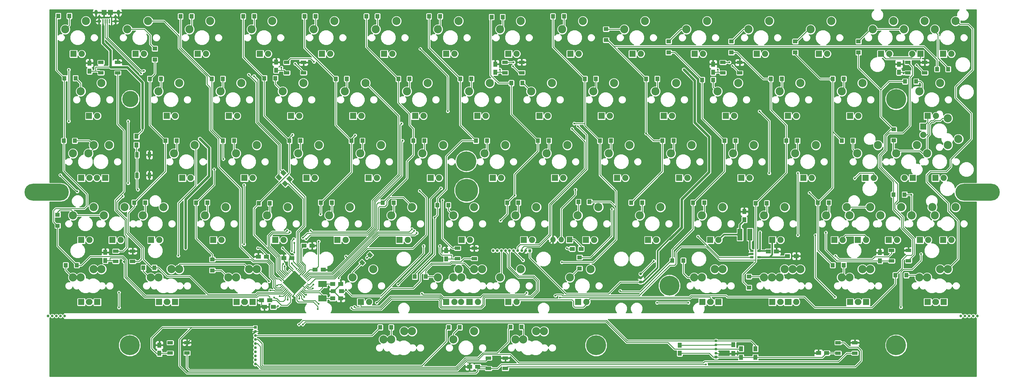
<source format=gbl>
G04 #@! TF.FileFunction,Copper,L2,Bot,Signal*
%FSLAX46Y46*%
G04 Gerber Fmt 4.6, Leading zero omitted, Abs format (unit mm)*
G04 Created by KiCad (PCBNEW 4.0.7+dfsg1-1) date Sat Oct 21 15:09:21 2017*
%MOMM*%
%LPD*%
G01*
G04 APERTURE LIST*
%ADD10C,0.100000*%
%ADD11R,0.850000X0.850000*%
%ADD12C,0.850000*%
%ADD13C,2.500000*%
%ADD14R,1.900000X1.900000*%
%ADD15C,1.900000*%
%ADD16R,1.500000X1.250000*%
%ADD17R,1.250000X1.500000*%
%ADD18R,1.200000X1.400000*%
%ADD19R,1.400000X1.200000*%
%ADD20R,1.500000X3.600000*%
%ADD21O,13.600000X5.200000*%
%ADD22C,5.000000*%
%ADD23C,6.100000*%
%ADD24C,7.000000*%
%ADD25R,1.300000X1.500000*%
%ADD26R,1.500000X1.300000*%
%ADD27R,1.651000X1.000000*%
%ADD28R,1.000000X1.700000*%
%ADD29R,1.060000X0.650000*%
%ADD30R,1.700000X1.700000*%
%ADD31O,1.700000X1.700000*%
%ADD32C,0.800000*%
%ADD33R,2.500000X1.900000*%
%ADD34R,1.500000X1.500000*%
%ADD35O,1.000000X1.550000*%
%ADD36O,1.250000X0.950000*%
%ADD37R,0.400000X1.350000*%
%ADD38C,0.600000*%
%ADD39C,0.250000*%
%ADD40C,0.500000*%
%ADD41C,0.750000*%
%ADD42C,0.254000*%
G04 APERTURE END LIST*
D10*
D11*
X245613750Y-124056250D03*
D12*
X245613750Y-122806250D03*
X245613750Y-121556250D03*
D10*
G36*
X140300495Y-119648444D02*
X140477272Y-119825221D01*
X139982297Y-120320196D01*
X139805520Y-120143419D01*
X140300495Y-119648444D01*
X140300495Y-119648444D01*
G37*
G36*
X140654048Y-120001997D02*
X140830825Y-120178774D01*
X140335850Y-120673749D01*
X140159073Y-120496972D01*
X140654048Y-120001997D01*
X140654048Y-120001997D01*
G37*
G36*
X141007602Y-120355551D02*
X141184379Y-120532328D01*
X140689404Y-121027303D01*
X140512627Y-120850526D01*
X141007602Y-120355551D01*
X141007602Y-120355551D01*
G37*
G36*
X141361155Y-120709104D02*
X141537932Y-120885881D01*
X141042957Y-121380856D01*
X140866180Y-121204079D01*
X141361155Y-120709104D01*
X141361155Y-120709104D01*
G37*
G36*
X141714709Y-121062658D02*
X141891486Y-121239435D01*
X141396511Y-121734410D01*
X141219734Y-121557633D01*
X141714709Y-121062658D01*
X141714709Y-121062658D01*
G37*
G36*
X142068262Y-121416211D02*
X142245039Y-121592988D01*
X141750064Y-122087963D01*
X141573287Y-121911186D01*
X142068262Y-121416211D01*
X142068262Y-121416211D01*
G37*
G36*
X142421815Y-121769764D02*
X142598592Y-121946541D01*
X142103617Y-122441516D01*
X141926840Y-122264739D01*
X142421815Y-121769764D01*
X142421815Y-121769764D01*
G37*
G36*
X142775369Y-122123318D02*
X142952146Y-122300095D01*
X142457171Y-122795070D01*
X142280394Y-122618293D01*
X142775369Y-122123318D01*
X142775369Y-122123318D01*
G37*
G36*
X143128922Y-122476871D02*
X143305699Y-122653648D01*
X142810724Y-123148623D01*
X142633947Y-122971846D01*
X143128922Y-122476871D01*
X143128922Y-122476871D01*
G37*
G36*
X143482476Y-122830425D02*
X143659253Y-123007202D01*
X143164278Y-123502177D01*
X142987501Y-123325400D01*
X143482476Y-122830425D01*
X143482476Y-122830425D01*
G37*
G36*
X143836029Y-123183978D02*
X144012806Y-123360755D01*
X143517831Y-123855730D01*
X143341054Y-123678953D01*
X143836029Y-123183978D01*
X143836029Y-123183978D01*
G37*
G36*
X144012806Y-124951745D02*
X143836029Y-125128522D01*
X143341054Y-124633547D01*
X143517831Y-124456770D01*
X144012806Y-124951745D01*
X144012806Y-124951745D01*
G37*
G36*
X143659253Y-125305298D02*
X143482476Y-125482075D01*
X142987501Y-124987100D01*
X143164278Y-124810323D01*
X143659253Y-125305298D01*
X143659253Y-125305298D01*
G37*
G36*
X143305699Y-125658852D02*
X143128922Y-125835629D01*
X142633947Y-125340654D01*
X142810724Y-125163877D01*
X143305699Y-125658852D01*
X143305699Y-125658852D01*
G37*
G36*
X142952146Y-126012405D02*
X142775369Y-126189182D01*
X142280394Y-125694207D01*
X142457171Y-125517430D01*
X142952146Y-126012405D01*
X142952146Y-126012405D01*
G37*
G36*
X142598592Y-126365959D02*
X142421815Y-126542736D01*
X141926840Y-126047761D01*
X142103617Y-125870984D01*
X142598592Y-126365959D01*
X142598592Y-126365959D01*
G37*
G36*
X142245039Y-126719512D02*
X142068262Y-126896289D01*
X141573287Y-126401314D01*
X141750064Y-126224537D01*
X142245039Y-126719512D01*
X142245039Y-126719512D01*
G37*
G36*
X141891486Y-127073065D02*
X141714709Y-127249842D01*
X141219734Y-126754867D01*
X141396511Y-126578090D01*
X141891486Y-127073065D01*
X141891486Y-127073065D01*
G37*
G36*
X141537932Y-127426619D02*
X141361155Y-127603396D01*
X140866180Y-127108421D01*
X141042957Y-126931644D01*
X141537932Y-127426619D01*
X141537932Y-127426619D01*
G37*
G36*
X141184379Y-127780172D02*
X141007602Y-127956949D01*
X140512627Y-127461974D01*
X140689404Y-127285197D01*
X141184379Y-127780172D01*
X141184379Y-127780172D01*
G37*
G36*
X140830825Y-128133726D02*
X140654048Y-128310503D01*
X140159073Y-127815528D01*
X140335850Y-127638751D01*
X140830825Y-128133726D01*
X140830825Y-128133726D01*
G37*
G36*
X140477272Y-128487279D02*
X140300495Y-128664056D01*
X139805520Y-128169081D01*
X139982297Y-127992304D01*
X140477272Y-128487279D01*
X140477272Y-128487279D01*
G37*
G36*
X139027703Y-127992304D02*
X139204480Y-128169081D01*
X138709505Y-128664056D01*
X138532728Y-128487279D01*
X139027703Y-127992304D01*
X139027703Y-127992304D01*
G37*
G36*
X138674150Y-127638751D02*
X138850927Y-127815528D01*
X138355952Y-128310503D01*
X138179175Y-128133726D01*
X138674150Y-127638751D01*
X138674150Y-127638751D01*
G37*
G36*
X138320596Y-127285197D02*
X138497373Y-127461974D01*
X138002398Y-127956949D01*
X137825621Y-127780172D01*
X138320596Y-127285197D01*
X138320596Y-127285197D01*
G37*
G36*
X137967043Y-126931644D02*
X138143820Y-127108421D01*
X137648845Y-127603396D01*
X137472068Y-127426619D01*
X137967043Y-126931644D01*
X137967043Y-126931644D01*
G37*
G36*
X137613489Y-126578090D02*
X137790266Y-126754867D01*
X137295291Y-127249842D01*
X137118514Y-127073065D01*
X137613489Y-126578090D01*
X137613489Y-126578090D01*
G37*
G36*
X137259936Y-126224537D02*
X137436713Y-126401314D01*
X136941738Y-126896289D01*
X136764961Y-126719512D01*
X137259936Y-126224537D01*
X137259936Y-126224537D01*
G37*
G36*
X136906383Y-125870984D02*
X137083160Y-126047761D01*
X136588185Y-126542736D01*
X136411408Y-126365959D01*
X136906383Y-125870984D01*
X136906383Y-125870984D01*
G37*
G36*
X136552829Y-125517430D02*
X136729606Y-125694207D01*
X136234631Y-126189182D01*
X136057854Y-126012405D01*
X136552829Y-125517430D01*
X136552829Y-125517430D01*
G37*
G36*
X136199276Y-125163877D02*
X136376053Y-125340654D01*
X135881078Y-125835629D01*
X135704301Y-125658852D01*
X136199276Y-125163877D01*
X136199276Y-125163877D01*
G37*
G36*
X135845722Y-124810323D02*
X136022499Y-124987100D01*
X135527524Y-125482075D01*
X135350747Y-125305298D01*
X135845722Y-124810323D01*
X135845722Y-124810323D01*
G37*
G36*
X135492169Y-124456770D02*
X135668946Y-124633547D01*
X135173971Y-125128522D01*
X134997194Y-124951745D01*
X135492169Y-124456770D01*
X135492169Y-124456770D01*
G37*
G36*
X135668946Y-123678953D02*
X135492169Y-123855730D01*
X134997194Y-123360755D01*
X135173971Y-123183978D01*
X135668946Y-123678953D01*
X135668946Y-123678953D01*
G37*
G36*
X136022499Y-123325400D02*
X135845722Y-123502177D01*
X135350747Y-123007202D01*
X135527524Y-122830425D01*
X136022499Y-123325400D01*
X136022499Y-123325400D01*
G37*
G36*
X136376053Y-122971846D02*
X136199276Y-123148623D01*
X135704301Y-122653648D01*
X135881078Y-122476871D01*
X136376053Y-122971846D01*
X136376053Y-122971846D01*
G37*
G36*
X136729606Y-122618293D02*
X136552829Y-122795070D01*
X136057854Y-122300095D01*
X136234631Y-122123318D01*
X136729606Y-122618293D01*
X136729606Y-122618293D01*
G37*
G36*
X137083160Y-122264739D02*
X136906383Y-122441516D01*
X136411408Y-121946541D01*
X136588185Y-121769764D01*
X137083160Y-122264739D01*
X137083160Y-122264739D01*
G37*
G36*
X137436713Y-121911186D02*
X137259936Y-122087963D01*
X136764961Y-121592988D01*
X136941738Y-121416211D01*
X137436713Y-121911186D01*
X137436713Y-121911186D01*
G37*
G36*
X137790266Y-121557633D02*
X137613489Y-121734410D01*
X137118514Y-121239435D01*
X137295291Y-121062658D01*
X137790266Y-121557633D01*
X137790266Y-121557633D01*
G37*
G36*
X138143820Y-121204079D02*
X137967043Y-121380856D01*
X137472068Y-120885881D01*
X137648845Y-120709104D01*
X138143820Y-121204079D01*
X138143820Y-121204079D01*
G37*
G36*
X138497373Y-120850526D02*
X138320596Y-121027303D01*
X137825621Y-120532328D01*
X138002398Y-120355551D01*
X138497373Y-120850526D01*
X138497373Y-120850526D01*
G37*
G36*
X138850927Y-120496972D02*
X138674150Y-120673749D01*
X138179175Y-120178774D01*
X138355952Y-120001997D01*
X138850927Y-120496972D01*
X138850927Y-120496972D01*
G37*
G36*
X139204480Y-120143419D02*
X139027703Y-120320196D01*
X138532728Y-119825221D01*
X138709505Y-119648444D01*
X139204480Y-120143419D01*
X139204480Y-120143419D01*
G37*
G36*
X139505000Y-125977050D02*
X140415400Y-126887450D01*
X139505000Y-127797850D01*
X138594600Y-126887450D01*
X139505000Y-125977050D01*
X139505000Y-125977050D01*
G37*
G36*
X138594600Y-125066650D02*
X139505000Y-125977050D01*
X138594600Y-126887450D01*
X137684200Y-125977050D01*
X138594600Y-125066650D01*
X138594600Y-125066650D01*
G37*
G36*
X137684200Y-124156250D02*
X138594600Y-125066650D01*
X137684200Y-125977050D01*
X136773800Y-125066650D01*
X137684200Y-124156250D01*
X137684200Y-124156250D01*
G37*
G36*
X136773800Y-123245850D02*
X137684200Y-124156250D01*
X136773800Y-125066650D01*
X135863400Y-124156250D01*
X136773800Y-123245850D01*
X136773800Y-123245850D01*
G37*
G36*
X140415400Y-125066650D02*
X141325800Y-125977050D01*
X140415400Y-126887450D01*
X139505000Y-125977050D01*
X140415400Y-125066650D01*
X140415400Y-125066650D01*
G37*
G36*
X139505000Y-124156250D02*
X140415400Y-125066650D01*
X139505000Y-125977050D01*
X138594600Y-125066650D01*
X139505000Y-124156250D01*
X139505000Y-124156250D01*
G37*
G36*
X138594600Y-123245850D02*
X139505000Y-124156250D01*
X138594600Y-125066650D01*
X137684200Y-124156250D01*
X138594600Y-123245850D01*
X138594600Y-123245850D01*
G37*
G36*
X137684200Y-122335450D02*
X138594600Y-123245850D01*
X137684200Y-124156250D01*
X136773800Y-123245850D01*
X137684200Y-122335450D01*
X137684200Y-122335450D01*
G37*
G36*
X141325800Y-124156250D02*
X142236200Y-125066650D01*
X141325800Y-125977050D01*
X140415400Y-125066650D01*
X141325800Y-124156250D01*
X141325800Y-124156250D01*
G37*
G36*
X140415400Y-123245850D02*
X141325800Y-124156250D01*
X140415400Y-125066650D01*
X139505000Y-124156250D01*
X140415400Y-123245850D01*
X140415400Y-123245850D01*
G37*
G36*
X139505000Y-122335450D02*
X140415400Y-123245850D01*
X139505000Y-124156250D01*
X138594600Y-123245850D01*
X139505000Y-122335450D01*
X139505000Y-122335450D01*
G37*
G36*
X138594600Y-121425050D02*
X139505000Y-122335450D01*
X138594600Y-123245850D01*
X137684200Y-122335450D01*
X138594600Y-121425050D01*
X138594600Y-121425050D01*
G37*
G36*
X142236200Y-123245850D02*
X143146600Y-124156250D01*
X142236200Y-125066650D01*
X141325800Y-124156250D01*
X142236200Y-123245850D01*
X142236200Y-123245850D01*
G37*
G36*
X141325800Y-122335450D02*
X142236200Y-123245850D01*
X141325800Y-124156250D01*
X140415400Y-123245850D01*
X141325800Y-122335450D01*
X141325800Y-122335450D01*
G37*
G36*
X140415400Y-121425050D02*
X141325800Y-122335450D01*
X140415400Y-123245850D01*
X139505000Y-122335450D01*
X140415400Y-121425050D01*
X140415400Y-121425050D01*
G37*
G36*
X139505000Y-120514650D02*
X140415400Y-121425050D01*
X139505000Y-122335450D01*
X138594600Y-121425050D01*
X139505000Y-120514650D01*
X139505000Y-120514650D01*
G37*
D13*
X71527500Y-122641250D03*
X77877500Y-120101250D03*
D14*
X71686250Y-53981250D03*
D15*
X74226250Y-53981250D03*
D14*
X76448750Y-73031250D03*
D15*
X78988750Y-73031250D03*
D14*
X74067500Y-92081250D03*
D15*
X76607500Y-92081250D03*
D14*
X81370000Y-92081250D03*
D15*
X78830000Y-92081250D03*
D14*
X74067500Y-111131250D03*
D15*
X76607500Y-111131250D03*
D14*
X95498750Y-111131250D03*
D15*
X98038750Y-111131250D03*
D14*
X74067500Y-130181250D03*
D15*
X76607500Y-130181250D03*
D14*
X78988750Y-130181250D03*
D15*
X76448750Y-130181250D03*
D14*
X90736250Y-53981250D03*
D15*
X93276250Y-53981250D03*
D14*
X100261250Y-73031250D03*
D15*
X102801250Y-73031250D03*
D14*
X105023750Y-92081250D03*
D15*
X107563750Y-92081250D03*
D14*
X83592500Y-111131250D03*
D15*
X86132500Y-111131250D03*
D14*
X97880000Y-130181250D03*
D15*
X100420000Y-130181250D03*
D14*
X102801250Y-130181250D03*
D15*
X100261250Y-130181250D03*
D14*
X109786250Y-53981250D03*
D15*
X112326250Y-53981250D03*
D14*
X119311250Y-73031250D03*
D15*
X121851250Y-73031250D03*
D14*
X124073750Y-92081250D03*
D15*
X126613750Y-92081250D03*
D14*
X114548750Y-111131250D03*
D15*
X117088750Y-111131250D03*
D14*
X121692500Y-130181250D03*
D15*
X124232500Y-130181250D03*
D14*
X126613750Y-130181250D03*
D15*
X124073750Y-130181250D03*
D14*
X128836250Y-53981250D03*
D15*
X131376250Y-53981250D03*
D14*
X138361250Y-73031250D03*
D15*
X140901250Y-73031250D03*
D14*
X143123750Y-92081250D03*
D15*
X145663750Y-92081250D03*
D14*
X133598750Y-111131250D03*
D15*
X136138750Y-111131250D03*
D14*
X147886250Y-53981250D03*
D15*
X150426250Y-53981250D03*
D14*
X157411250Y-73031250D03*
D15*
X159951250Y-73031250D03*
D14*
X162173750Y-92081250D03*
D15*
X164713750Y-92081250D03*
D14*
X152648750Y-111131250D03*
D15*
X155188750Y-111131250D03*
D14*
X166936250Y-53981250D03*
D15*
X169476250Y-53981250D03*
D14*
X176461250Y-73031250D03*
D15*
X179001250Y-73031250D03*
D14*
X181223750Y-92081250D03*
D15*
X183763750Y-92081250D03*
D14*
X171698750Y-111131250D03*
D15*
X174238750Y-111131250D03*
D14*
X185986250Y-53981250D03*
D15*
X188526250Y-53981250D03*
D14*
X195511250Y-73031250D03*
D15*
X198051250Y-73031250D03*
D14*
X200273750Y-92081250D03*
D15*
X202813750Y-92081250D03*
D14*
X190748750Y-111131250D03*
D15*
X193288750Y-111131250D03*
D14*
X205036250Y-130181250D03*
D15*
X207576250Y-130181250D03*
D14*
X193130000Y-130181250D03*
D15*
X195670000Y-130181250D03*
D14*
X185986250Y-130181250D03*
D15*
X188526250Y-130181250D03*
D14*
X205036250Y-53981250D03*
D15*
X207576250Y-53981250D03*
D14*
X214561250Y-73031250D03*
D15*
X217101250Y-73031250D03*
D14*
X219323750Y-92081250D03*
D15*
X221863750Y-92081250D03*
D14*
X209798750Y-111131250D03*
D15*
X212338750Y-111131250D03*
D14*
X224086250Y-53981250D03*
D15*
X226626250Y-53981250D03*
D14*
X233611250Y-73031250D03*
D15*
X236151250Y-73031250D03*
D14*
X238373750Y-92081250D03*
D15*
X240913750Y-92081250D03*
D14*
X228848750Y-111131250D03*
D15*
X231388750Y-111131250D03*
D14*
X243136250Y-53981250D03*
D15*
X245676250Y-53981250D03*
D14*
X252661250Y-73031250D03*
D15*
X255201250Y-73031250D03*
D14*
X257423750Y-92081250D03*
D15*
X259963750Y-92081250D03*
D14*
X247898750Y-111131250D03*
D15*
X250438750Y-111131250D03*
D14*
X338386250Y-53981250D03*
D15*
X340926250Y-53981250D03*
D14*
X262186250Y-53981250D03*
D15*
X264726250Y-53981250D03*
D14*
X271711250Y-73031250D03*
D15*
X274251250Y-73031250D03*
D14*
X276473750Y-92081250D03*
D15*
X279013750Y-92081250D03*
D14*
X266948750Y-111131250D03*
D15*
X269488750Y-111131250D03*
D14*
X264567500Y-130181250D03*
D15*
X267107500Y-130181250D03*
D14*
X269488750Y-130181250D03*
D15*
X266948750Y-130181250D03*
D14*
X281236250Y-53981250D03*
D15*
X283776250Y-53981250D03*
D14*
X290761250Y-73031250D03*
D15*
X293301250Y-73031250D03*
D14*
X295523750Y-92081250D03*
D15*
X298063750Y-92081250D03*
D14*
X285998750Y-111131250D03*
D15*
X288538750Y-111131250D03*
D14*
X285998750Y-130181250D03*
D15*
X288538750Y-130181250D03*
D14*
X290920000Y-130181250D03*
D15*
X288380000Y-130181250D03*
D14*
X290761250Y-130181250D03*
D15*
X293301250Y-130181250D03*
D14*
X300286250Y-53981250D03*
D15*
X302826250Y-53981250D03*
D14*
X309811250Y-73031250D03*
D15*
X312351250Y-73031250D03*
D14*
X314573750Y-92081250D03*
D15*
X317113750Y-92081250D03*
D14*
X305048750Y-111131250D03*
D15*
X307588750Y-111131250D03*
D14*
X312192500Y-111131250D03*
D15*
X314732500Y-111131250D03*
D14*
X321717500Y-111131250D03*
D15*
X324257500Y-111131250D03*
D14*
X309811250Y-130181250D03*
D15*
X312351250Y-130181250D03*
D14*
X314732500Y-130181250D03*
D15*
X312192500Y-130181250D03*
D14*
X319336250Y-53981250D03*
D15*
X321876250Y-53981250D03*
D14*
X331401250Y-53981250D03*
D15*
X328861250Y-53981250D03*
D14*
X333623750Y-73031250D03*
D15*
X336163750Y-73031250D03*
D14*
X329020000Y-92081250D03*
D15*
X326480000Y-92081250D03*
D14*
X336005000Y-92081250D03*
D15*
X338545000Y-92081250D03*
D14*
X332248750Y-76286250D03*
D15*
X332248750Y-78826250D03*
D14*
X331242500Y-111131250D03*
D15*
X333782500Y-111131250D03*
D14*
X338386250Y-111131250D03*
D15*
X340926250Y-111131250D03*
D14*
X333623750Y-130181250D03*
D15*
X336163750Y-130181250D03*
D14*
X338545000Y-130181250D03*
D15*
X336005000Y-130181250D03*
D16*
X151163750Y-124656250D03*
X153663750Y-124656250D03*
X151163750Y-129056250D03*
X153663750Y-129056250D03*
X138663750Y-116656250D03*
X136163750Y-116656250D03*
X131855000Y-129656250D03*
X129355000Y-129656250D03*
X153863750Y-126856250D03*
X151363750Y-126856250D03*
X145763750Y-120256250D03*
X148263750Y-120256250D03*
X130863750Y-116256250D03*
X128363750Y-116256250D03*
X142363750Y-112856250D03*
X144863750Y-112856250D03*
D17*
X257605000Y-143406250D03*
X257605000Y-145906250D03*
D16*
X287263750Y-114656250D03*
X284763750Y-114656250D03*
D17*
X277413750Y-102406250D03*
X277413750Y-104906250D03*
X186005000Y-116906250D03*
X186005000Y-114406250D03*
X81445000Y-117431250D03*
X81445000Y-114931250D03*
X76605000Y-59306250D03*
X76605000Y-56806250D03*
X133845000Y-59031250D03*
X133845000Y-56531250D03*
X201045000Y-59631250D03*
X201045000Y-57131250D03*
X267845000Y-59631250D03*
X267845000Y-57131250D03*
X324845000Y-59631250D03*
X324845000Y-57131250D03*
X319005000Y-117506250D03*
X319005000Y-115006250D03*
D16*
X302655000Y-145856250D03*
X300155000Y-145856250D03*
X195655000Y-150056250D03*
X193155000Y-150056250D03*
D17*
X98030000Y-145931250D03*
X98030000Y-143431250D03*
D18*
X66993750Y-42337500D03*
X70393750Y-42337500D03*
X68913750Y-61456250D03*
X72313750Y-61456250D03*
X68705000Y-80656250D03*
X72105000Y-80656250D03*
D19*
X66805000Y-106756250D03*
X66805000Y-103356250D03*
D18*
X72705000Y-118856250D03*
X69305000Y-118856250D03*
X180705000Y-42456250D03*
X184105000Y-42456250D03*
D19*
X96613750Y-55756250D03*
X96613750Y-52356250D03*
D18*
X95105000Y-61656250D03*
X98505000Y-61656250D03*
X99905000Y-80656250D03*
X103305000Y-80656250D03*
X90305000Y-99656250D03*
X93705000Y-99656250D03*
X96513750Y-119656250D03*
X93113750Y-119656250D03*
X104505000Y-42456250D03*
X107905000Y-42456250D03*
X114105000Y-61656250D03*
X117505000Y-61656250D03*
X117513750Y-80656250D03*
X120913750Y-80656250D03*
X109305000Y-99656250D03*
X112705000Y-99656250D03*
D19*
X114245000Y-117081250D03*
X114245000Y-120481250D03*
D18*
X123705000Y-42456250D03*
X127105000Y-42456250D03*
X130205000Y-61456250D03*
X133605000Y-61456250D03*
X137905000Y-80656250D03*
X141305000Y-80656250D03*
X128505000Y-99856250D03*
X131905000Y-99856250D03*
X165730000Y-137956250D03*
X169130000Y-137956250D03*
X142505000Y-42456250D03*
X145905000Y-42456250D03*
X152105000Y-61656250D03*
X155505000Y-61656250D03*
X156905000Y-80656250D03*
X160305000Y-80656250D03*
X147505000Y-99656250D03*
X150905000Y-99656250D03*
X186730000Y-137956250D03*
X190130000Y-137956250D03*
X161505000Y-42456250D03*
X164905000Y-42456250D03*
X171305000Y-61656250D03*
X174705000Y-61656250D03*
X175905000Y-80656250D03*
X179305000Y-80656250D03*
X166505000Y-99656250D03*
X169905000Y-99656250D03*
D10*
G36*
X162686543Y-116573407D02*
X161696593Y-115583457D01*
X162545121Y-114734929D01*
X163535071Y-115724879D01*
X162686543Y-116573407D01*
X162686543Y-116573407D01*
G37*
G36*
X160282379Y-118977571D02*
X159292429Y-117987621D01*
X160140957Y-117139093D01*
X161130907Y-118129043D01*
X160282379Y-118977571D01*
X160282379Y-118977571D01*
G37*
D18*
X190305000Y-61656250D03*
X193705000Y-61656250D03*
X195105000Y-80656250D03*
X198505000Y-80656250D03*
X183230000Y-100456250D03*
X186630000Y-100456250D03*
X176345000Y-122381250D03*
X179745000Y-122381250D03*
X199905000Y-42656250D03*
X203305000Y-42656250D03*
X205955000Y-62956250D03*
X209355000Y-62956250D03*
X214105000Y-80656250D03*
X217505000Y-80656250D03*
X204705000Y-99656250D03*
X208105000Y-99656250D03*
X218705000Y-42456250D03*
X222105000Y-42456250D03*
X228505000Y-61656250D03*
X231905000Y-61656250D03*
X233105000Y-80656250D03*
X236505000Y-80656250D03*
X229913750Y-99456250D03*
X226513750Y-99456250D03*
D19*
X235005000Y-49756250D03*
X235005000Y-46356250D03*
D18*
X247305000Y-61656250D03*
X250705000Y-61656250D03*
X252305000Y-80656250D03*
X255705000Y-80656250D03*
X242705000Y-99656250D03*
X246105000Y-99656250D03*
X336505000Y-58656250D03*
X339905000Y-58656250D03*
D19*
X254205000Y-53556250D03*
X254205000Y-50156250D03*
D18*
X264455000Y-61956250D03*
X267855000Y-61956250D03*
X271305000Y-80656250D03*
X274705000Y-80656250D03*
X261705000Y-99656250D03*
X265105000Y-99656250D03*
X255305000Y-117456250D03*
X258705000Y-117456250D03*
D19*
X273405000Y-53556250D03*
X273405000Y-50156250D03*
D18*
X285505000Y-61656250D03*
X288905000Y-61656250D03*
X290305000Y-80656250D03*
X293705000Y-80656250D03*
X280905000Y-99856250D03*
X284305000Y-99856250D03*
D19*
X278813750Y-125756250D03*
X278813750Y-122356250D03*
D18*
X304505000Y-61656250D03*
X307905000Y-61656250D03*
X307313750Y-80656250D03*
X310713750Y-80656250D03*
X299905000Y-99656250D03*
X303305000Y-99656250D03*
X304505000Y-118856250D03*
X307905000Y-118856250D03*
D19*
X312413750Y-53556250D03*
X312413750Y-50156250D03*
D18*
X326705000Y-62456250D03*
X330105000Y-62456250D03*
D19*
X323213750Y-77156250D03*
X323213750Y-80556250D03*
D18*
X323145000Y-97181250D03*
X326545000Y-97181250D03*
X323705000Y-121956250D03*
X327105000Y-121956250D03*
D13*
X69138750Y-46441250D03*
X75488750Y-43901250D03*
X309652500Y-122641250D03*
X316002500Y-120101250D03*
X73908750Y-65491250D03*
X80258750Y-62951250D03*
X76263750Y-84541250D03*
X82613750Y-82001250D03*
X71501250Y-84541250D03*
X77851250Y-82001250D03*
X73908750Y-122641250D03*
X80258750Y-120101250D03*
X88196250Y-46441250D03*
X94546250Y-43901250D03*
X97721250Y-65491250D03*
X104071250Y-62951250D03*
X102483750Y-84541250D03*
X108833750Y-82001250D03*
X92958750Y-103591250D03*
X99308750Y-101051250D03*
X95340000Y-122641250D03*
X101690000Y-120101250D03*
X97721250Y-122641250D03*
X104071250Y-120101250D03*
X107246250Y-46441250D03*
X113596250Y-43901250D03*
X116771250Y-65491250D03*
X123121250Y-62951250D03*
X121533750Y-84541250D03*
X127883750Y-82001250D03*
X112008750Y-103591250D03*
X118358750Y-101051250D03*
X119152500Y-122641250D03*
X125502500Y-120101250D03*
X121533750Y-122641250D03*
X127883750Y-120101250D03*
X126296250Y-46441250D03*
X132646250Y-43901250D03*
X135821250Y-65491250D03*
X142171250Y-62951250D03*
X140583750Y-84541250D03*
X146933750Y-82001250D03*
X131058750Y-103591250D03*
X137408750Y-101051250D03*
X169158750Y-141691250D03*
X175508750Y-139151250D03*
X166777500Y-141691250D03*
X173127500Y-139151250D03*
X145346250Y-46441250D03*
X151696250Y-43901250D03*
X154871250Y-65491250D03*
X161221250Y-62951250D03*
X159633750Y-84541250D03*
X165983750Y-82001250D03*
X150108750Y-103591250D03*
X156458750Y-101051250D03*
X188208750Y-141691250D03*
X194558750Y-139151250D03*
X164396250Y-46441250D03*
X170746250Y-43901250D03*
X173921250Y-65491250D03*
X180271250Y-62951250D03*
X178683750Y-84541250D03*
X185033750Y-82001250D03*
X169158750Y-103591250D03*
X175508750Y-101051250D03*
X183446250Y-46441250D03*
X189796250Y-43901250D03*
X192971250Y-65491250D03*
X199321250Y-62951250D03*
X197733750Y-84541250D03*
X204083750Y-82001250D03*
X188208750Y-103591250D03*
X194558750Y-101051250D03*
X202496250Y-46441250D03*
X208846250Y-43901250D03*
X212021250Y-65491250D03*
X218371250Y-62951250D03*
X216783750Y-84541250D03*
X223133750Y-82001250D03*
X207258750Y-103591250D03*
X213608750Y-101051250D03*
X221546250Y-46441250D03*
X227896250Y-43901250D03*
X231071250Y-65491250D03*
X237421250Y-62951250D03*
X235833750Y-84541250D03*
X242183750Y-82001250D03*
X226308750Y-103591250D03*
X232658750Y-101051250D03*
X240596250Y-46441250D03*
X246946250Y-43901250D03*
X250121250Y-65491250D03*
X256471250Y-62951250D03*
X254883750Y-84541250D03*
X261233750Y-82001250D03*
X245358750Y-103591250D03*
X251708750Y-101051250D03*
X335846250Y-46441250D03*
X342196250Y-43901250D03*
X259646250Y-46441250D03*
X265996250Y-43901250D03*
X269171250Y-65491250D03*
X275521250Y-62951250D03*
X273933750Y-84541250D03*
X280283750Y-82001250D03*
X264408750Y-103591250D03*
X270758750Y-101051250D03*
X262027500Y-122641250D03*
X268377500Y-120101250D03*
X264408750Y-122641250D03*
X270758750Y-120101250D03*
X278696250Y-46441250D03*
X285046250Y-43901250D03*
X288221250Y-65491250D03*
X294571250Y-62951250D03*
X292983750Y-84541250D03*
X299333750Y-82001250D03*
X283458750Y-103591250D03*
X289808750Y-101051250D03*
X288221250Y-122641250D03*
X294571250Y-120101250D03*
X285840000Y-122641250D03*
X292190000Y-120101250D03*
X283458750Y-122641250D03*
X289808750Y-120101250D03*
X297746250Y-46441250D03*
X304096250Y-43901250D03*
X307271250Y-65491250D03*
X313621250Y-62951250D03*
X312033750Y-84541250D03*
X318383750Y-82001250D03*
X302508750Y-103591250D03*
X308858750Y-101051250D03*
X307271250Y-122641250D03*
X313621250Y-120101250D03*
X316770000Y-46441250D03*
X323120000Y-43901250D03*
X331083750Y-65491250D03*
X337433750Y-62951250D03*
X333465000Y-84541250D03*
X339815000Y-82001250D03*
X339788750Y-73746250D03*
X343058750Y-80096250D03*
X335846250Y-103591250D03*
X342196250Y-101051250D03*
X328702500Y-103591250D03*
X335052500Y-101051250D03*
X333465000Y-122641250D03*
X339815000Y-120101250D03*
X331083750Y-122641250D03*
X337433750Y-120101250D03*
D19*
X293013750Y-53556250D03*
X293013750Y-50156250D03*
D20*
X279138750Y-109456250D03*
X276088750Y-109456250D03*
D21*
X63431250Y-96456250D03*
D22*
X89131250Y-67856250D03*
D23*
X192131250Y-86956250D03*
X254431250Y-125156250D03*
X323981250Y-67856250D03*
D21*
X348931250Y-96456250D03*
D24*
X192213750Y-95856250D03*
D23*
X88931250Y-143456250D03*
X231931250Y-143456250D03*
X323931250Y-143456250D03*
D11*
X211645000Y-114381250D03*
D12*
X210395000Y-114381250D03*
X209145000Y-114381250D03*
X207895000Y-114381250D03*
X206645000Y-114381250D03*
X205395000Y-114381250D03*
X204145000Y-114381250D03*
X202895000Y-114381250D03*
X201645000Y-114381250D03*
X200395000Y-114381250D03*
D11*
X127431250Y-137956250D03*
D12*
X127431250Y-139206250D03*
X127431250Y-140456250D03*
X127431250Y-141706250D03*
X127431250Y-142956250D03*
X127431250Y-144206250D03*
X127431250Y-145456250D03*
X127431250Y-146706250D03*
X127431250Y-147956250D03*
X127431250Y-149206250D03*
D11*
X268718750Y-147112500D03*
D12*
X268718750Y-145862500D03*
X268718750Y-144612500D03*
X268718750Y-143362500D03*
X268718750Y-142112500D03*
D25*
X91005000Y-79306250D03*
X91005000Y-82006250D03*
D26*
X130255000Y-131656250D03*
X132955000Y-131656250D03*
D10*
G36*
X137558293Y-93881555D02*
X136639055Y-94800793D01*
X135578395Y-93740133D01*
X136497633Y-92820895D01*
X137558293Y-93881555D01*
X137558293Y-93881555D01*
G37*
G36*
X135649105Y-91972367D02*
X134729867Y-92891605D01*
X133669207Y-91830945D01*
X134588445Y-90911707D01*
X135649105Y-91972367D01*
X135649105Y-91972367D01*
G37*
G36*
X138949543Y-92481555D02*
X138030305Y-93400793D01*
X136969645Y-92340133D01*
X137888883Y-91420895D01*
X138949543Y-92481555D01*
X138949543Y-92481555D01*
G37*
G36*
X137040355Y-90572367D02*
X136121117Y-91491605D01*
X135060457Y-90430945D01*
X135979695Y-89511707D01*
X137040355Y-90572367D01*
X137040355Y-90572367D01*
G37*
D26*
X293363750Y-116056250D03*
X290663750Y-116056250D03*
X224655000Y-113856250D03*
X227355000Y-113856250D03*
D25*
X280805000Y-147206250D03*
X280805000Y-144506250D03*
X276405000Y-147206250D03*
X276405000Y-144506250D03*
X274005000Y-143306250D03*
X274005000Y-146006250D03*
D27*
X189428000Y-116856250D03*
X194582000Y-116856250D03*
X194582000Y-113656250D03*
X189428000Y-113656250D03*
X84666750Y-117731250D03*
X89820750Y-117731250D03*
X89820750Y-114531250D03*
X84666750Y-114531250D03*
X80078000Y-59806250D03*
X85232000Y-59806250D03*
X85232000Y-56606250D03*
X80078000Y-56606250D03*
X137078000Y-59806250D03*
X142232000Y-59806250D03*
X142232000Y-56606250D03*
X137078000Y-56606250D03*
X203978000Y-59756250D03*
X209132000Y-59756250D03*
X209132000Y-56556250D03*
X203978000Y-56556250D03*
X270828000Y-59806250D03*
X275982000Y-59806250D03*
X275982000Y-56606250D03*
X270828000Y-56606250D03*
X327578000Y-59806250D03*
X332732000Y-59806250D03*
X332732000Y-56606250D03*
X327578000Y-56606250D03*
X322578000Y-117556250D03*
X327732000Y-117556250D03*
X327732000Y-114356250D03*
X322578000Y-114356250D03*
X306153000Y-145881250D03*
X311307000Y-145881250D03*
X311307000Y-142681250D03*
X306153000Y-142681250D03*
X198966750Y-150593750D03*
X204120750Y-150593750D03*
X204120750Y-147393750D03*
X198966750Y-147393750D03*
X101328000Y-145856250D03*
X106482000Y-145856250D03*
X106482000Y-142656250D03*
X101328000Y-142656250D03*
D28*
X94956250Y-91281250D03*
X94956250Y-84981250D03*
X91156250Y-91281250D03*
X91156250Y-84981250D03*
D29*
X279713750Y-116406250D03*
X279713750Y-115456250D03*
X279713750Y-114506250D03*
X281913750Y-114506250D03*
X281913750Y-116406250D03*
D13*
X309652500Y-103591250D03*
X316002500Y-101051250D03*
D30*
X223805000Y-111056250D03*
D31*
X221265000Y-111056250D03*
X218725000Y-111056250D03*
D13*
X326321250Y-46441250D03*
X332671250Y-43901250D03*
X323940000Y-84541250D03*
X330290000Y-82001250D03*
X319177500Y-103591250D03*
X325527500Y-101051250D03*
X183446250Y-122641250D03*
X189796250Y-120101250D03*
X190590000Y-122641250D03*
X196940000Y-120101250D03*
X202496250Y-122641250D03*
X208846250Y-120101250D03*
X81026250Y-103591250D03*
X87376250Y-101051250D03*
X71501250Y-103591250D03*
X77851250Y-101051250D03*
D32*
X68985000Y-134456250D03*
X67715000Y-134456250D03*
X63905000Y-134456250D03*
X65175000Y-134456250D03*
X66445000Y-134456250D03*
X343825000Y-134456250D03*
X345095000Y-134456250D03*
X348905000Y-134456250D03*
X347635000Y-134456250D03*
X346365000Y-134456250D03*
D19*
X226845000Y-116481250D03*
X226845000Y-119881250D03*
D18*
X205705000Y-137856250D03*
X209105000Y-137856250D03*
D13*
X207232500Y-141691250D03*
X213582500Y-139151250D03*
X209613750Y-141691250D03*
X215963750Y-139151250D03*
X188191250Y-122641250D03*
X194541250Y-120101250D03*
D14*
X159775000Y-130181250D03*
D15*
X162315000Y-130181250D03*
D14*
X226450000Y-130181250D03*
D15*
X228990000Y-130181250D03*
D33*
X148013750Y-124656250D03*
X148013750Y-129056250D03*
D13*
X157235000Y-122641250D03*
X163585000Y-120101250D03*
X223910000Y-122641250D03*
X230260000Y-120101250D03*
D14*
X193115000Y-130181250D03*
D15*
X190575000Y-130181250D03*
D34*
X83045000Y-41281250D03*
D35*
X85495000Y-41281250D03*
D36*
X84545000Y-43931250D03*
D37*
X82045000Y-43981250D03*
X82695000Y-43981250D03*
X83345000Y-43981250D03*
X81395000Y-43981250D03*
X80745000Y-43981250D03*
D36*
X79545000Y-43981250D03*
D35*
X78595000Y-41281250D03*
D34*
X81045000Y-41281250D03*
D38*
X178045000Y-52456250D03*
X186445000Y-71581250D03*
X285045000Y-90631244D03*
X282045000Y-71612500D03*
X260245000Y-130381250D03*
X250645000Y-130381250D03*
X293805000Y-109656250D03*
X293845000Y-90581250D03*
X305213750Y-128656250D03*
X299213750Y-109656250D03*
X331613750Y-115456250D03*
X325445000Y-131781250D03*
X311245000Y-92181250D03*
X85613750Y-131856250D03*
X85613750Y-127256250D03*
X124013750Y-94256250D03*
X124013750Y-112456250D03*
X88413750Y-74656250D03*
X88413750Y-93656250D03*
X70213750Y-74656250D03*
X70213750Y-58856250D03*
X136773800Y-124156250D03*
X214613750Y-111056250D03*
X135445000Y-58181250D03*
X88150024Y-58076226D03*
X92845000Y-76781250D03*
X269245000Y-58781250D03*
X202445000Y-58781250D03*
X87045000Y-117756252D03*
X146845000Y-111581250D03*
X184045000Y-112981250D03*
X179045000Y-112981250D03*
X258845000Y-58781250D03*
X326245000Y-59981250D03*
X145045000Y-125981250D03*
X155213750Y-126456250D03*
X135813750Y-113656250D03*
X106013750Y-113656250D03*
X110413750Y-80056250D03*
X302413750Y-108856250D03*
X254613750Y-110856250D03*
X128213750Y-113656250D03*
X282213750Y-108756250D03*
X265680000Y-149331250D03*
X175445000Y-107781250D03*
X182445000Y-104241250D03*
X114813750Y-89456250D03*
X117613750Y-86256250D03*
X226345000Y-76181250D03*
X138813750Y-78856250D03*
X224545000Y-76981250D03*
X158045000Y-78981250D03*
X147413750Y-103256250D03*
X137205000Y-108256250D03*
X155245000Y-116181250D03*
X161645000Y-116581250D03*
X176145000Y-108281250D03*
X202645000Y-105181250D03*
X236813750Y-101656250D03*
X207005000Y-97456250D03*
X209545000Y-117381250D03*
X221445000Y-117981250D03*
X172245000Y-75381250D03*
X225245000Y-75381250D03*
X138645000Y-114581250D03*
X142013750Y-110456250D03*
X139213750Y-110856250D03*
X136013750Y-118456250D03*
X247305000Y-78441250D03*
X139445000Y-114981250D03*
X143013750Y-110856250D03*
X136405000Y-119256250D03*
X139413750Y-112056250D03*
X172613750Y-80656250D03*
X239345000Y-126781250D03*
X140905000Y-129156250D03*
X142413750Y-128656250D03*
X219445000Y-128181250D03*
X184345000Y-95281250D03*
X297405000Y-96656250D03*
X171245000Y-124781250D03*
X143045000Y-127981250D03*
X220845000Y-128781250D03*
X210645000Y-127381250D03*
X178545000Y-127581250D03*
X137413750Y-129456250D03*
X328645000Y-97181250D03*
X92445000Y-59981250D03*
X125445000Y-60381250D03*
X93245000Y-59181250D03*
X127045000Y-60781250D03*
X305345000Y-115981250D03*
X249645000Y-117581250D03*
X131645000Y-123781250D03*
X133245000Y-128781250D03*
X144413750Y-108256250D03*
X138005000Y-108756250D03*
X103813750Y-115950000D03*
X132045000Y-126581250D03*
X72845000Y-96181250D03*
X67645000Y-91181250D03*
X225605000Y-95656250D03*
X156945000Y-131981250D03*
X146645000Y-132381250D03*
X146845000Y-130781250D03*
X157845000Y-131681250D03*
X140805000Y-137056250D03*
X142005000Y-137056250D03*
X177813750Y-96056250D03*
X91413750Y-95656250D03*
X153013750Y-122856250D03*
X145213750Y-124856250D03*
X134445000Y-131381250D03*
X134105000Y-125156250D03*
X223005000Y-113656250D03*
X138613750Y-118256250D03*
X164645000Y-130381250D03*
X134905000Y-128356250D03*
X86745000Y-97681250D03*
X184845000Y-98881250D03*
X139645000Y-56981250D03*
X80245000Y-56581250D03*
X145445000Y-56381250D03*
X206445000Y-57781250D03*
X206645000Y-56581250D03*
X273805000Y-57656250D03*
X272845000Y-56581250D03*
X330205000Y-57456250D03*
X176945000Y-108981250D03*
X263213750Y-110056250D03*
D39*
X186445000Y-71581250D02*
X186445000Y-60856250D01*
X186445000Y-60856250D02*
X178045000Y-52456250D01*
X331401250Y-53981250D02*
X331401250Y-55425000D01*
X319336250Y-53981250D02*
X319336250Y-54072500D01*
X319336250Y-54072500D02*
X320745000Y-55481250D01*
X331345000Y-55481250D02*
X331401250Y-55425000D01*
X320745000Y-55481250D02*
X331345000Y-55481250D01*
X282045000Y-71612500D02*
X282076250Y-71612500D01*
X282076250Y-71612500D02*
X285045000Y-74581250D01*
X285045000Y-74581250D02*
X285045000Y-88981250D01*
X285045000Y-88981250D02*
X285045000Y-90631244D01*
X333623750Y-73031250D02*
X333623750Y-74911250D01*
X333623750Y-74911250D02*
X332248750Y-76286250D01*
X168845000Y-128381250D02*
X184031396Y-128381250D01*
X184031396Y-128381250D02*
X185831396Y-130181250D01*
X185831396Y-130181250D02*
X185986250Y-130181250D01*
X260245000Y-130381250D02*
X250645000Y-130381250D01*
X293805000Y-109656250D02*
X293805000Y-90621250D01*
X293805000Y-90621250D02*
X293845000Y-90581250D01*
X159775000Y-131581250D02*
X165645000Y-131581250D01*
X165645000Y-131581250D02*
X168845000Y-128381250D01*
X159775000Y-131581250D02*
X159775000Y-130181250D01*
X185986250Y-130181250D02*
X185445000Y-130181250D01*
X299213750Y-109656250D02*
X299213750Y-122656250D01*
X299213750Y-122656250D02*
X305213750Y-128656250D01*
D40*
X281913750Y-116406250D02*
X290313750Y-116406250D01*
X290313750Y-116406250D02*
X290663750Y-116056250D01*
X285998750Y-111131250D02*
X285998750Y-115641250D01*
X285233750Y-116406250D02*
X281913750Y-116406250D01*
X285998750Y-115641250D02*
X285233750Y-116406250D01*
X73680000Y-111131250D02*
X74067500Y-111131250D01*
D39*
X326745000Y-55031248D02*
X328745000Y-55031248D01*
X328745000Y-55031248D02*
X328861250Y-54914998D01*
X328861250Y-54914998D02*
X328861250Y-53981250D01*
X328861250Y-53981250D02*
X328861250Y-54114998D01*
X322045000Y-55031248D02*
X321876250Y-54862498D01*
X326745000Y-55031248D02*
X322045000Y-55031248D01*
X321876250Y-54862498D02*
X321876250Y-53981250D01*
X222645000Y-129481250D02*
X208276250Y-129481250D01*
X208276250Y-129481250D02*
X207576250Y-130181250D01*
X333745000Y-76281250D02*
X333745000Y-75426398D01*
X333745000Y-75426398D02*
X334690148Y-74481250D01*
X334690148Y-74481250D02*
X335345000Y-74481250D01*
X335345000Y-74481250D02*
X336163750Y-73662500D01*
X336163750Y-73662500D02*
X336163750Y-73031250D01*
X332248750Y-78826250D02*
X333500000Y-78826250D01*
X333745000Y-75426398D02*
X334690148Y-74481250D01*
X333745000Y-78581250D02*
X333745000Y-76281250D01*
X333500000Y-78826250D02*
X333745000Y-78581250D01*
X225045000Y-131381250D02*
X225445000Y-131781250D01*
X228045000Y-131781250D02*
X225445000Y-131781250D01*
X228990000Y-130836250D02*
X228045000Y-131781250D01*
X222645000Y-129481250D02*
X224545000Y-129481250D01*
X224545000Y-129481250D02*
X225045000Y-129981250D01*
X225045000Y-129981250D02*
X225045000Y-131381250D01*
X228990000Y-130181250D02*
X228990000Y-130836250D01*
X266813750Y-128656250D02*
X261206398Y-128656250D01*
X261206398Y-128656250D02*
X260731392Y-129131256D01*
X230039994Y-129131256D02*
X228990000Y-130181250D01*
X260731392Y-129131256D02*
X230039994Y-129131256D01*
X229590000Y-129581250D02*
X228990000Y-130181250D01*
X326116398Y-120181250D02*
X328845000Y-120181250D01*
X331613750Y-117412500D02*
X331613750Y-115456250D01*
X328845000Y-120181250D02*
X331613750Y-117412500D01*
X325445000Y-131781250D02*
X325445000Y-120852648D01*
X326116398Y-120181250D02*
X325445000Y-120852648D01*
X317113750Y-90850000D02*
X317113750Y-92081250D01*
X316845000Y-90581250D02*
X317113750Y-90850000D01*
X312845000Y-90581250D02*
X316845000Y-90581250D01*
X311245000Y-92181250D02*
X312845000Y-90581250D01*
X266813750Y-128656250D02*
X267107500Y-128950000D01*
X267107500Y-128950000D02*
X267107500Y-130181250D01*
X85613750Y-127256250D02*
X85613750Y-131856250D01*
X307588750Y-111131250D02*
X307588750Y-110481250D01*
X307588750Y-110481250D02*
X308413750Y-109656250D01*
X314732500Y-110175000D02*
X314732500Y-111131250D01*
X314213750Y-109656250D02*
X314732500Y-110175000D01*
X308413750Y-109656250D02*
X314213750Y-109656250D01*
X124013750Y-94256250D02*
X124013750Y-112456250D01*
X88413750Y-74656250D02*
X88413750Y-93656250D01*
X70213750Y-58856250D02*
X70213750Y-74656250D01*
D40*
X277413750Y-104906250D02*
X277663750Y-104906250D01*
X277663750Y-104906250D02*
X276088750Y-106481250D01*
X276088750Y-106481250D02*
X276088750Y-109456250D01*
X276088750Y-109456250D02*
X271163750Y-109456250D01*
X271163750Y-109456250D02*
X269488750Y-111131250D01*
X269688750Y-111331250D02*
X269488750Y-111131250D01*
D39*
X267107500Y-129358750D02*
X267107500Y-130181250D01*
X142813750Y-126806248D02*
X147020002Y-126806248D01*
X148013750Y-125812500D02*
X148013750Y-124656250D01*
X147020002Y-126806248D02*
X148013750Y-125812500D01*
X148013750Y-124656250D02*
X151163750Y-124656250D01*
X142262716Y-126206860D02*
X142262716Y-126255214D01*
X142262716Y-126255214D02*
X142813750Y-126806248D01*
X148213750Y-124656250D02*
X149213750Y-124656250D01*
X149213750Y-125456250D02*
X149213750Y-124656250D01*
X142262716Y-126206860D02*
X142262716Y-126213966D01*
X84295000Y-43981250D02*
X84345000Y-43931250D01*
X81466875Y-108203125D02*
X81466875Y-108759375D01*
X81466875Y-108759375D02*
X79845000Y-110381250D01*
X135686623Y-123166301D02*
X135630051Y-123166301D01*
X135630051Y-123166301D02*
X134845000Y-122381250D01*
X140415400Y-122335450D02*
X140618694Y-122335450D01*
X140618694Y-122335450D02*
X141555610Y-121398534D01*
D40*
X245613750Y-122806250D02*
X240470000Y-122806250D01*
X241045000Y-107581250D02*
X241013750Y-107581250D01*
X241045000Y-109381250D02*
X241045000Y-107581250D01*
X236045000Y-114381250D02*
X241045000Y-109381250D01*
X236045000Y-118381250D02*
X236045000Y-114381250D01*
X240470000Y-122806250D02*
X236045000Y-118381250D01*
D39*
X210395000Y-114381250D02*
X210395000Y-113831250D01*
X216299996Y-113481254D02*
X218725000Y-111056250D01*
X210744996Y-113481254D02*
X216299996Y-113481254D01*
X210395000Y-113831250D02*
X210744996Y-113481254D01*
X151363750Y-126856250D02*
X151463750Y-126856250D01*
X151463750Y-126856250D02*
X153663750Y-129056250D01*
X151363750Y-126856250D02*
X151413750Y-126856250D01*
X151413750Y-126856250D02*
X153613750Y-124656250D01*
X153613750Y-124656250D02*
X153663750Y-124656250D01*
X135686623Y-123166301D02*
X135723801Y-123166301D01*
X135723801Y-123166301D02*
X136713750Y-124156250D01*
X136713750Y-124156250D02*
X136773800Y-124156250D01*
X144863750Y-112856250D02*
X144863750Y-111906250D01*
X144863750Y-111906250D02*
X144613750Y-111656250D01*
X144613750Y-111656250D02*
X141163748Y-111656250D01*
X145555000Y-113256250D02*
X145555000Y-112797500D01*
X141163748Y-117897054D02*
X141163748Y-111656250D01*
X128613750Y-137456250D02*
X128213750Y-137056250D01*
X128613750Y-138856250D02*
X128263750Y-139206250D01*
X128263750Y-139206250D02*
X127431250Y-139206250D01*
X128613750Y-137456250D02*
X128613750Y-138856250D01*
X99168602Y-137056250D02*
X95154998Y-141069854D01*
X128213750Y-137056250D02*
X99168602Y-137056250D01*
X98030000Y-143431250D02*
X99188750Y-143431250D01*
X99188750Y-143431250D02*
X100013750Y-144256250D01*
X100013750Y-144256250D02*
X102813750Y-144256250D01*
X102813750Y-144256250D02*
X103213750Y-144656250D01*
X103213750Y-144656250D02*
X103213750Y-147056250D01*
X103213750Y-147056250D02*
X102013750Y-148256250D01*
X102013750Y-148256250D02*
X97013750Y-148256250D01*
X97013750Y-148256250D02*
X95154998Y-146397498D01*
X95154998Y-146397498D02*
X95154998Y-141069854D01*
X127431250Y-139206250D02*
X109932000Y-139206250D01*
X109932000Y-139206250D02*
X106482000Y-142656250D01*
X106482000Y-142656250D02*
X106482000Y-143188000D01*
X193155000Y-151115000D02*
X193155000Y-150056250D01*
X192713754Y-151556246D02*
X193155000Y-151115000D01*
X106586542Y-151556246D02*
X192713754Y-151556246D01*
X104655002Y-149624706D02*
X106586542Y-151556246D01*
X104655002Y-145014998D02*
X104655002Y-149624706D01*
X106482000Y-143188000D02*
X104655002Y-145014998D01*
X85813750Y-95056250D02*
X81613750Y-99256250D01*
X82813750Y-102856250D02*
X82813750Y-104456250D01*
X81613750Y-101656250D02*
X82813750Y-102856250D01*
X81613750Y-99256250D02*
X81613750Y-101656250D01*
X89820750Y-114531250D02*
X89538750Y-114531250D01*
X81466875Y-108203125D02*
X82013750Y-107656250D01*
X82013750Y-107656250D02*
X82013750Y-105256250D01*
X82013750Y-105256250D02*
X82813750Y-104456250D01*
X73863750Y-56806250D02*
X76605000Y-56806250D01*
X70813750Y-59856250D02*
X73863750Y-56806250D01*
X70813750Y-70656250D02*
X70813750Y-59856250D01*
X80413750Y-80256250D02*
X70813750Y-70656250D01*
X80413750Y-83056250D02*
X80413750Y-80256250D01*
X83213750Y-85856250D02*
X80413750Y-83056250D01*
X83213750Y-89656250D02*
X83213750Y-85856250D01*
X85813750Y-92256250D02*
X83213750Y-89656250D01*
X85813750Y-95056250D02*
X85813750Y-92256250D01*
X135686623Y-123166301D02*
X135686623Y-123095591D01*
X135686623Y-123166301D02*
X135615915Y-123166301D01*
X128963750Y-116256250D02*
X127813750Y-116256250D01*
X141163748Y-117897054D02*
X142355006Y-119088312D01*
X141555610Y-121327824D02*
X142355006Y-120528428D01*
X142355006Y-120528428D02*
X142355006Y-119088312D01*
X142616270Y-125853306D02*
X142610806Y-125853306D01*
X142610806Y-125853306D02*
X141824150Y-125066650D01*
X141824150Y-125066650D02*
X141325800Y-125066650D01*
X136163750Y-116656250D02*
X136163750Y-117406250D01*
X137213750Y-119036572D02*
X138515051Y-120337873D01*
X137213750Y-118456250D02*
X137213750Y-119036572D01*
X136163750Y-117406250D02*
X137213750Y-118456250D01*
X148463750Y-120456250D02*
X148263750Y-120256250D01*
X148813750Y-120256250D02*
X148263750Y-120256250D01*
X141555610Y-121398534D02*
X141555610Y-121327824D01*
X214613750Y-111056250D02*
X214504996Y-111056250D01*
X214504996Y-111056250D02*
X214613750Y-111056250D01*
X214613750Y-111056250D02*
X214504996Y-111056250D01*
D40*
X241013750Y-97256250D02*
X241013750Y-107581250D01*
X241013750Y-97256250D02*
X247413750Y-90856250D01*
X247413750Y-90856250D02*
X247413750Y-82856250D01*
X247413750Y-82856250D02*
X242213750Y-77656250D01*
X242213750Y-77656250D02*
X242213750Y-64056250D01*
X242213750Y-64056250D02*
X232613750Y-54456250D01*
X232613750Y-54456250D02*
X232613750Y-43656250D01*
X232613750Y-43656250D02*
X229813750Y-40856250D01*
X229813750Y-40856250D02*
X210613750Y-40856250D01*
X277413750Y-102406250D02*
X278563750Y-102406250D01*
X278413750Y-115456250D02*
X279713750Y-115456250D01*
X277613750Y-114656250D02*
X278413750Y-115456250D01*
X277613750Y-107056250D02*
X277613750Y-114656250D01*
X279013750Y-105656250D02*
X277613750Y-107056250D01*
X279013750Y-102856250D02*
X279013750Y-105656250D01*
X278563750Y-102406250D02*
X279013750Y-102856250D01*
X293413750Y-114656250D02*
X293413750Y-116006250D01*
X293413750Y-116006250D02*
X293363750Y-116056250D01*
X298413750Y-114656250D02*
X293413750Y-114656250D01*
X293413750Y-114656250D02*
X287263750Y-114656250D01*
X212613750Y-56856250D02*
X212613750Y-50656250D01*
X213813750Y-44056250D02*
X210613750Y-40856250D01*
X213813750Y-49456250D02*
X213813750Y-44056250D01*
X212613750Y-50656250D02*
X213813750Y-49456250D01*
X212313750Y-56556250D02*
X209132000Y-56556250D01*
X212613750Y-56856250D02*
X212313750Y-56556250D01*
D39*
X136555000Y-116556250D02*
X136555000Y-116997500D01*
D40*
X321405000Y-125065000D02*
X321405000Y-121056250D01*
X321405000Y-121056250D02*
X322405000Y-120056250D01*
X322405000Y-120056250D02*
X323213750Y-120056250D01*
X323213750Y-120056250D02*
X324813750Y-118456250D01*
X324813750Y-118456250D02*
X324813750Y-115456250D01*
X325913750Y-114356250D02*
X327732000Y-114356250D01*
X324813750Y-115456250D02*
X325913750Y-114356250D01*
X318213750Y-128256250D02*
X307813750Y-128256250D01*
X307813750Y-128256250D02*
X306613750Y-129456250D01*
X298413750Y-124256250D02*
X298413750Y-114656250D01*
X303613750Y-129456250D02*
X298413750Y-124256250D01*
X306613750Y-129456250D02*
X303613750Y-129456250D01*
X321405000Y-125065000D02*
X318213750Y-128256250D01*
D39*
X136773800Y-124156250D02*
X139505000Y-126887450D01*
X142616270Y-125853306D02*
X142602056Y-125853306D01*
X142616270Y-125853306D02*
X142616270Y-125867520D01*
X142616270Y-125867520D02*
X142805000Y-126056250D01*
X142805000Y-126056250D02*
X142616270Y-125853306D01*
X136555000Y-116556250D02*
X136405000Y-116556250D01*
X138868604Y-128328180D02*
X138868604Y-128292646D01*
X138868604Y-128292646D02*
X139505000Y-127656250D01*
X139505000Y-127656250D02*
X139505000Y-126887450D01*
X135686623Y-123166301D02*
X135715051Y-123166301D01*
X135715051Y-123166301D02*
X136705000Y-124156250D01*
X136705000Y-124156250D02*
X136773800Y-124156250D01*
X140415400Y-122335450D02*
X140415400Y-122167514D01*
X140415400Y-122167514D02*
X138550405Y-120302519D01*
X138550405Y-120302519D02*
X138515051Y-120337873D01*
X129355000Y-129656250D02*
X129355000Y-131556250D01*
X129355000Y-131556250D02*
X130155000Y-132356250D01*
X130455000Y-132056250D02*
X130155000Y-132356250D01*
X89820750Y-114531250D02*
X89820750Y-114640500D01*
X327305000Y-114356250D02*
X327732000Y-114356250D01*
X204120750Y-147393750D02*
X202267500Y-147393750D01*
X193155000Y-149306250D02*
X193155000Y-150056250D01*
X193605000Y-148856250D02*
X193155000Y-149306250D01*
X200805000Y-148856250D02*
X193605000Y-148856250D01*
X202267500Y-147393750D02*
X200805000Y-148856250D01*
X203792500Y-147393750D02*
X204120750Y-147393750D01*
X89820750Y-114531250D02*
X89820750Y-114872000D01*
X94956250Y-84981250D02*
X94956250Y-91281250D01*
X274005000Y-146006250D02*
X268862500Y-146006250D01*
X268862500Y-146006250D02*
X268718750Y-145862500D01*
X300155000Y-145856250D02*
X274155000Y-145856250D01*
X274155000Y-145856250D02*
X274005000Y-146006250D01*
X300148750Y-145862500D02*
X300155000Y-145856250D01*
X204120750Y-147393750D02*
X203867500Y-147393750D01*
X142627354Y-127256250D02*
X147120000Y-127256250D01*
X147120000Y-127256250D02*
X148013750Y-128150000D01*
X148013750Y-128150000D02*
X148013750Y-129056250D01*
X148013750Y-129056250D02*
X151163750Y-129056250D01*
X141909163Y-126560413D02*
X141931517Y-126560413D01*
X141931517Y-126560413D02*
X142627354Y-127256250D01*
X141909163Y-126560413D02*
X141917913Y-126560413D01*
X319005000Y-117506250D02*
X305770000Y-117506250D01*
X302413750Y-114150000D02*
X302413750Y-108856250D01*
X305770000Y-117506250D02*
X302413750Y-114150000D01*
X163545000Y-128256250D02*
X165970000Y-128256250D01*
X179045000Y-115181250D02*
X179045000Y-112981250D01*
X165970000Y-128256250D02*
X179045000Y-115181250D01*
X245613750Y-124056250D02*
X239370000Y-124056250D01*
X235770000Y-127656250D02*
X222720000Y-127656250D01*
X239370000Y-124056250D02*
X235770000Y-127656250D01*
X222720000Y-127656250D02*
X211645000Y-116581250D01*
X135445000Y-59031250D02*
X135445000Y-58181250D01*
D41*
X88150024Y-58076226D02*
X83139976Y-58076226D01*
X83139976Y-58076226D02*
X83045000Y-57981250D01*
X92845000Y-62771202D02*
X88150024Y-58076226D01*
X92845000Y-76781250D02*
X92845000Y-62771202D01*
X92845000Y-62771202D02*
X88150024Y-58076226D01*
D39*
X92845000Y-76781250D02*
X92845000Y-77466250D01*
X92845000Y-77466250D02*
X91005000Y-79306250D01*
D41*
X262213750Y-62150000D02*
X262213750Y-75056250D01*
X262213750Y-75056250D02*
X266613750Y-79456250D01*
D39*
X269245000Y-58781250D02*
X269245000Y-59631250D01*
X202445000Y-59631250D02*
X202445000Y-58781250D01*
X83045000Y-57981250D02*
X78445000Y-57981250D01*
X78445000Y-57981250D02*
X78445000Y-59306250D01*
X78445000Y-57981250D02*
X78445000Y-59306250D01*
D41*
X83045000Y-57981250D02*
X83045000Y-52971202D01*
X81045000Y-50981250D02*
X80694998Y-50631248D01*
X81045000Y-50981250D02*
X81055048Y-50981250D01*
X80694998Y-50631248D02*
X80694998Y-45381250D01*
D40*
X80694998Y-45381250D02*
X80694998Y-44831248D01*
D39*
X80694998Y-44831248D02*
X80694998Y-44031252D01*
D41*
X83045000Y-52971202D02*
X81055048Y-50981250D01*
D39*
X86658604Y-116631252D02*
X82994998Y-116631252D01*
X82845000Y-116781250D02*
X82845000Y-117456250D01*
X82994998Y-116631252D02*
X82845000Y-116781250D01*
X87394998Y-117367646D02*
X87394998Y-118106250D01*
X86658604Y-116631252D02*
X87394998Y-117367646D01*
X87394998Y-118106250D02*
X87045000Y-117756252D01*
X128445000Y-128181250D02*
X127895000Y-128731250D01*
X87394998Y-118106250D02*
X87394998Y-122567646D01*
X87394998Y-122567646D02*
X93558602Y-128731250D01*
X93558602Y-128731250D02*
X127895000Y-128731250D01*
X128445000Y-128181250D02*
X129445000Y-128181250D01*
X146813750Y-111612500D02*
X146845000Y-111581250D01*
X184645000Y-115781250D02*
X187645000Y-115781250D01*
X184045000Y-115181250D02*
X184645000Y-115781250D01*
X184045000Y-112981250D02*
X184045000Y-115181250D01*
X146813750Y-119206250D02*
X145763750Y-120256250D01*
X146813750Y-119206250D02*
X146813750Y-111612500D01*
D40*
X245613750Y-124056250D02*
X246370000Y-124056250D01*
X250813750Y-119612500D02*
X250813750Y-114456250D01*
X246370000Y-124056250D02*
X250813750Y-119612500D01*
D39*
X157013750Y-128256250D02*
X163545000Y-128256250D01*
X157013750Y-128256250D02*
X155213750Y-126456250D01*
D41*
X258845000Y-58781250D02*
X262213750Y-62150000D01*
D39*
X326245000Y-59631250D02*
X326245000Y-59981250D01*
X80694998Y-44031252D02*
X80745000Y-43981250D01*
X80745000Y-43981250D02*
X80745000Y-44481250D01*
X76605000Y-59306250D02*
X78445000Y-59306250D01*
X78445000Y-59306250D02*
X79578000Y-59306250D01*
X79578000Y-59306250D02*
X80078000Y-59806250D01*
X130863750Y-116256250D02*
X130863750Y-116400000D01*
X130863750Y-116400000D02*
X132845000Y-118381250D01*
X133920000Y-123056250D02*
X134813750Y-123056250D01*
X132845000Y-121981250D02*
X133920000Y-123056250D01*
X132845000Y-118381250D02*
X132845000Y-121981250D01*
X134813750Y-123056250D02*
X134845000Y-123087500D01*
X131855000Y-129656250D02*
X133920000Y-129656250D01*
X138213750Y-130212500D02*
X138213750Y-128856250D01*
X137245000Y-131181250D02*
X138213750Y-130212500D01*
X135445000Y-131181250D02*
X137245000Y-131181250D01*
X133920000Y-129656250D02*
X135445000Y-131181250D01*
X131855000Y-128591250D02*
X131855000Y-129656250D01*
X131445000Y-128181250D02*
X131855000Y-128591250D01*
X128445000Y-128181250D02*
X129445000Y-128181250D01*
X129445000Y-128181250D02*
X131445000Y-128181250D01*
X137923589Y-128566089D02*
X138515051Y-127974627D01*
X138213750Y-128856250D02*
X137923589Y-128566089D01*
X84391750Y-117456250D02*
X82845000Y-117456250D01*
X82845000Y-117456250D02*
X81470000Y-117456250D01*
X81470000Y-117456250D02*
X81445000Y-117431250D01*
X187645000Y-115781250D02*
X187645000Y-116906250D01*
X187645000Y-115781250D02*
X187645000Y-116906250D01*
X186005000Y-116906250D02*
X187645000Y-116906250D01*
X187645000Y-116906250D02*
X189378000Y-116906250D01*
X189378000Y-116906250D02*
X189428000Y-116856250D01*
X324845000Y-59631250D02*
X326245000Y-59631250D01*
X326245000Y-59631250D02*
X327403000Y-59631250D01*
X327403000Y-59631250D02*
X327578000Y-59806250D01*
X267845000Y-59631250D02*
X269245000Y-59631250D01*
X269245000Y-59631250D02*
X270653000Y-59631250D01*
X270653000Y-59631250D02*
X270828000Y-59806250D01*
X79853000Y-59581250D02*
X80078000Y-59806250D01*
X76880000Y-59581250D02*
X76605000Y-59306250D01*
X133845000Y-59031250D02*
X135445000Y-59031250D01*
X135445000Y-59031250D02*
X136303000Y-59031250D01*
X136303000Y-59031250D02*
X137078000Y-59806250D01*
X201045000Y-59631250D02*
X202445000Y-59631250D01*
X202445000Y-59631250D02*
X203853000Y-59631250D01*
X203853000Y-59631250D02*
X203978000Y-59756250D01*
X144845000Y-126181250D02*
X143645000Y-126181250D01*
X145045000Y-125981250D02*
X144845000Y-126181250D01*
X143445000Y-125981250D02*
X143445000Y-125974930D01*
X143645000Y-126181250D02*
X143445000Y-125981250D01*
X211645000Y-114381250D02*
X211645000Y-116581250D01*
X142969823Y-125499753D02*
X143445000Y-125974930D01*
X154813750Y-126856250D02*
X153863750Y-126856250D01*
X155213750Y-126456250D02*
X154813750Y-126856250D01*
X138663750Y-116656250D02*
X138663750Y-116506250D01*
X138663750Y-116506250D02*
X135813750Y-113656250D01*
D41*
X113213750Y-91456250D02*
X106013750Y-98656250D01*
X113213750Y-82856250D02*
X113213750Y-91456250D01*
X110413750Y-80056250D02*
X113213750Y-82856250D01*
X106013750Y-113656250D02*
X106013750Y-98656250D01*
D39*
X257605000Y-145906250D02*
X266663750Y-145906250D01*
X267870000Y-147112500D02*
X268718750Y-147112500D01*
X266663750Y-145906250D02*
X267870000Y-147112500D01*
X104205000Y-141656250D02*
X104205000Y-149811102D01*
X195655000Y-151415000D02*
X195655000Y-150056250D01*
X195063752Y-152006248D02*
X195655000Y-151415000D01*
X106400146Y-152006248D02*
X195063752Y-152006248D01*
X104205000Y-149811102D02*
X106400146Y-152006248D01*
D41*
X257313750Y-108156250D02*
X254613750Y-110856250D01*
D39*
X84391750Y-117456250D02*
X84666750Y-117731250D01*
X134813750Y-123056250D02*
X134845000Y-123087500D01*
X134845000Y-123087500D02*
X135277354Y-123519854D01*
X135277354Y-123519854D02*
X135333070Y-123519854D01*
X131463750Y-116256250D02*
X131463750Y-116106250D01*
X131463750Y-116106250D02*
X129013750Y-113656250D01*
X129013750Y-113656250D02*
X128213750Y-113656250D01*
X131413750Y-116206250D02*
X131463750Y-116256250D01*
X138613750Y-116656250D02*
X138663750Y-116656250D01*
X138663750Y-116656250D02*
X138013750Y-116656250D01*
X138013750Y-116656250D02*
X137813750Y-116856250D01*
X137813750Y-116856250D02*
X137813750Y-118929466D01*
X137813750Y-118929466D02*
X138868604Y-119984320D01*
X145763750Y-120256250D02*
X144112106Y-120256250D01*
X144112106Y-120256250D02*
X142262716Y-122105640D01*
D40*
X255013750Y-110456250D02*
X254813750Y-110456250D01*
X254813750Y-110456250D02*
X250813750Y-114456250D01*
X250813750Y-114456250D02*
X254813750Y-110456250D01*
D41*
X258205000Y-107265000D02*
X257313750Y-108156250D01*
X258205000Y-98665000D02*
X266613750Y-90256250D01*
X266613750Y-79456250D02*
X262213750Y-75056250D01*
X266613750Y-90256250D02*
X266613750Y-79456250D01*
X258205000Y-107265000D02*
X258205000Y-98665000D01*
X257313750Y-108156250D02*
X255013750Y-110456250D01*
D39*
X139055000Y-116556250D02*
X139055000Y-117697500D01*
X141005000Y-119647500D02*
X141005000Y-119827822D01*
X139055000Y-117697500D02*
X141005000Y-119647500D01*
X141005000Y-119827822D02*
X140494949Y-120337873D01*
D40*
X281913750Y-114506250D02*
X284613750Y-114506250D01*
X284613750Y-114506250D02*
X284763750Y-114656250D01*
X282213750Y-114056250D02*
X282213750Y-108756250D01*
X281913750Y-114356250D02*
X282213750Y-114056250D01*
X281913750Y-114356250D02*
X281913750Y-114506250D01*
D39*
X139055000Y-116556250D02*
X138913750Y-116556250D01*
D40*
X189378000Y-116906250D02*
X189428000Y-116856250D01*
X189378000Y-116906250D02*
X189428000Y-116856250D01*
D39*
X139055000Y-116556250D02*
X138905000Y-116556250D01*
X195655000Y-150056250D02*
X198429250Y-150056250D01*
X198429250Y-150056250D02*
X198966750Y-150593750D01*
X202930000Y-149331250D02*
X201667500Y-150593750D01*
X265680000Y-149331250D02*
X202930000Y-149331250D01*
X189378000Y-116906250D02*
X189428000Y-116856250D01*
X327578000Y-59806250D02*
X327578000Y-60229250D01*
X186255000Y-116906250D02*
X186055000Y-116906250D01*
X280805000Y-147206250D02*
X301305000Y-147206250D01*
X301305000Y-147206250D02*
X302655000Y-145856250D01*
X276405000Y-147206250D02*
X280805000Y-147206250D01*
X268718750Y-147112500D02*
X276311250Y-147112500D01*
X276311250Y-147112500D02*
X276405000Y-147206250D01*
X198966750Y-150593750D02*
X201667500Y-150593750D01*
X302655000Y-145856250D02*
X306098000Y-145856250D01*
X306098000Y-145856250D02*
X306123000Y-145831250D01*
X112205000Y-137956250D02*
X107905000Y-137956250D01*
X107905000Y-137956250D02*
X104205000Y-141656250D01*
X195855000Y-150656250D02*
X198904250Y-150656250D01*
X198904250Y-150656250D02*
X198966750Y-150593750D01*
X127431250Y-137956250D02*
X112205000Y-137956250D01*
X112205000Y-137956250D02*
X98905000Y-137956250D01*
X97055000Y-145906250D02*
X98005000Y-145906250D01*
X95605000Y-144456250D02*
X97055000Y-145906250D01*
X95605000Y-141256250D02*
X95605000Y-144456250D01*
X98905000Y-137956250D02*
X95605000Y-141256250D01*
X98005000Y-145906250D02*
X101260500Y-145906250D01*
X101260500Y-145906250D02*
X101335500Y-145831250D01*
X319005000Y-117506250D02*
X322528000Y-117506250D01*
X322528000Y-117506250D02*
X322578000Y-117556250D01*
X327528000Y-59756250D02*
X327578000Y-59806250D01*
X77105000Y-59806250D02*
X76605000Y-59306250D01*
X141613750Y-117710658D02*
X141613750Y-113606250D01*
X141613750Y-113606250D02*
X142363750Y-112856250D01*
X141613750Y-117710658D02*
X142805008Y-118901916D01*
X142805008Y-120785534D02*
X141873809Y-121716733D01*
X142805008Y-118901916D02*
X142805008Y-120785534D01*
X141873809Y-121716733D02*
X141909163Y-121752087D01*
X141944517Y-121716733D02*
X141909163Y-121752087D01*
X257605000Y-143406250D02*
X268675000Y-143406250D01*
X268675000Y-143406250D02*
X268718750Y-143362500D01*
X274005000Y-143306250D02*
X268775000Y-143306250D01*
X268775000Y-143306250D02*
X268718750Y-143362500D01*
X73745000Y-101456250D02*
X75013750Y-101456250D01*
X75013750Y-101456250D02*
X75813750Y-100656250D01*
X75813750Y-100656250D02*
X75813750Y-97050000D01*
X75813750Y-97050000D02*
X74345000Y-95581250D01*
X68705000Y-89281250D02*
X68705000Y-89941250D01*
X68705000Y-89941250D02*
X74345000Y-95581250D01*
X74345000Y-95581250D02*
X75813750Y-97050000D01*
X68705000Y-88181250D02*
X68705000Y-89281250D01*
X76845000Y-116181250D02*
X86845000Y-116181250D01*
X88845000Y-123381250D02*
X88845000Y-123380390D01*
X87845000Y-122381250D02*
X88845000Y-123381250D01*
X87845000Y-117181250D02*
X87845000Y-122381250D01*
X86845000Y-116181250D02*
X87845000Y-117181250D01*
X66213750Y-101456250D02*
X65605000Y-102065000D01*
X65605000Y-102065000D02*
X65605000Y-105556250D01*
X75813750Y-100656250D02*
X75013750Y-101456250D01*
X73745000Y-101456250D02*
X66213750Y-101456250D01*
X65605000Y-105556250D02*
X66805000Y-106756250D01*
X65605000Y-105556250D02*
X66805000Y-106756250D01*
X93745858Y-128281248D02*
X127708604Y-128281248D01*
X93745858Y-128281248D02*
X88845000Y-123380390D01*
X127708604Y-128281248D02*
X128258604Y-127731248D01*
X128258604Y-127731248D02*
X135993604Y-127731248D01*
X135993604Y-127731248D02*
X137100837Y-126624015D01*
X137100837Y-126624015D02*
X137100837Y-126560413D01*
X74170000Y-118856250D02*
X72705000Y-118856250D01*
X76845000Y-116181250D02*
X74170000Y-118856250D01*
X68705000Y-80656250D02*
X68705000Y-88181250D01*
X68705000Y-80656250D02*
X68705000Y-80765000D01*
X68913750Y-61456250D02*
X68913750Y-80447500D01*
X68913750Y-80447500D02*
X68705000Y-80656250D01*
X66405000Y-42926250D02*
X66405000Y-58947500D01*
X66405000Y-58947500D02*
X68913750Y-61456250D01*
X66405000Y-42926250D02*
X66993750Y-42337500D01*
X66805000Y-106756250D02*
X66805000Y-112956250D01*
X66805000Y-112956250D02*
X72705000Y-118856250D01*
X70393750Y-42337500D02*
X70393750Y-45193750D01*
X70393750Y-45193750D02*
X69146250Y-46441250D01*
X73908750Y-65491250D02*
X73908750Y-63051250D01*
X73908750Y-63051250D02*
X72313750Y-61456250D01*
X74505000Y-64895000D02*
X73908750Y-65491250D01*
X77851250Y-82001250D02*
X77851250Y-82953750D01*
X77851250Y-82953750D02*
X76263750Y-84541250D01*
X72105000Y-80656250D02*
X76506250Y-80656250D01*
X76506250Y-80656250D02*
X77851250Y-82001250D01*
X71501250Y-103591250D02*
X81026250Y-103591250D01*
X66805000Y-103356250D02*
X66805000Y-102646252D01*
X70970002Y-101906252D02*
X71501250Y-102437500D01*
X67545000Y-101906252D02*
X70970002Y-101906252D01*
X66805000Y-102646252D02*
X67545000Y-101906252D01*
X71501250Y-102437500D02*
X71501250Y-103591250D01*
X71266250Y-103356250D02*
X71501250Y-103591250D01*
X71527500Y-122641250D02*
X73908750Y-122641250D01*
X69305000Y-118856250D02*
X69305000Y-120418750D01*
X69305000Y-120418750D02*
X71527500Y-122641250D01*
X173145000Y-108656250D02*
X174570000Y-108656250D01*
X174570000Y-108656250D02*
X175445000Y-107781250D01*
X186005000Y-92281250D02*
X186005000Y-95521250D01*
X183230000Y-98296250D02*
X183230000Y-100456250D01*
X186005000Y-95521250D02*
X183230000Y-98296250D01*
X182445000Y-110581250D02*
X182445000Y-115481250D01*
X176345000Y-121581250D02*
X176345000Y-122381250D01*
X182445000Y-115481250D02*
X176345000Y-121581250D01*
X182445000Y-104241250D02*
X183230000Y-103456250D01*
X164897204Y-108656250D02*
X173145000Y-108656250D01*
X144313746Y-122156254D02*
X151397200Y-122156254D01*
X143323377Y-123146623D02*
X144313746Y-122156254D01*
X151397200Y-122156254D02*
X164897204Y-108656250D01*
X182445000Y-104241250D02*
X182445000Y-110581250D01*
X186005000Y-85456250D02*
X186005000Y-92281250D01*
X183230000Y-100456250D02*
X183230000Y-103456250D01*
X143323377Y-123166301D02*
X143323377Y-123146623D01*
X183230000Y-101031250D02*
X183230000Y-100456250D01*
X195105000Y-80656250D02*
X190805000Y-80656250D01*
X190805000Y-80656250D02*
X186005000Y-85456250D01*
X190305000Y-61656250D02*
X190305000Y-75856250D01*
X190305000Y-75856250D02*
X195105000Y-80656250D01*
X180705000Y-42456250D02*
X180705000Y-52056250D01*
X180705000Y-52056250D02*
X190305000Y-61656250D01*
X184105000Y-42456250D02*
X184105000Y-45782500D01*
X184105000Y-45782500D02*
X183446250Y-46441250D01*
X112894996Y-127831246D02*
X127522208Y-127831246D01*
X135672898Y-127281246D02*
X136747284Y-126206860D01*
X128072208Y-127281246D02*
X135672898Y-127281246D01*
X127522208Y-127831246D02*
X128072208Y-127281246D01*
X100413750Y-122256250D02*
X107320000Y-122256250D01*
X107320000Y-122256250D02*
X112894996Y-127831246D01*
X97813750Y-119656250D02*
X96513750Y-119656250D01*
X100413750Y-122256250D02*
X97813750Y-119656250D01*
X93055002Y-113469854D02*
X93055002Y-117097502D01*
X93055002Y-117097502D02*
X95613750Y-119656250D01*
X95613750Y-119656250D02*
X96513750Y-119656250D01*
X88405000Y-102865000D02*
X88405000Y-108819852D01*
X88405000Y-108819852D02*
X93055002Y-113469854D01*
X90305000Y-99656250D02*
X90305000Y-100965000D01*
X90305000Y-100965000D02*
X88405000Y-102865000D01*
X96613750Y-55756250D02*
X96613750Y-60147500D01*
X96613750Y-60147500D02*
X95105000Y-61656250D01*
X136747284Y-126206860D02*
X136747284Y-126213966D01*
X136782638Y-126242214D02*
X136747284Y-126206860D01*
X94605000Y-61156250D02*
X95105000Y-61656250D01*
X99905000Y-80656250D02*
X99905000Y-80556250D01*
X99905000Y-80656250D02*
X99905000Y-90056250D01*
X99905000Y-90056250D02*
X90305000Y-99656250D01*
X95105000Y-61656250D02*
X95105000Y-75856250D01*
X95105000Y-75856250D02*
X99905000Y-80656250D01*
X95005000Y-61556250D02*
X95105000Y-61656250D01*
X88196250Y-46441250D02*
X93398750Y-46441250D01*
X95213750Y-50956250D02*
X96613750Y-52356250D01*
X95213750Y-48256250D02*
X95213750Y-50956250D01*
X93398750Y-46441250D02*
X95213750Y-48256250D01*
X98505000Y-61656250D02*
X98505000Y-64707500D01*
X98505000Y-64707500D02*
X97721250Y-65491250D01*
X103305000Y-80656250D02*
X103305000Y-83720000D01*
X103305000Y-83720000D02*
X102483750Y-84541250D01*
X93705000Y-99656250D02*
X93705000Y-102845000D01*
X93705000Y-102845000D02*
X92958750Y-103591250D01*
X95340000Y-122641250D02*
X94998750Y-122641250D01*
X94998750Y-122641250D02*
X93113750Y-120756250D01*
X93113750Y-120756250D02*
X93113750Y-119656250D01*
X95340000Y-122641250D02*
X97721250Y-122641250D01*
X114245000Y-117081250D02*
X126108602Y-117081250D01*
X126858604Y-117831252D02*
X131022206Y-117831252D01*
X126108602Y-117081250D02*
X126858604Y-117831252D01*
X114245000Y-117081250D02*
X114245000Y-115581250D01*
X114245000Y-115581250D02*
X109305000Y-110641250D01*
X131944996Y-118754042D02*
X131944996Y-122354042D01*
X132994998Y-125582646D02*
X133718604Y-126306252D01*
X131944996Y-118754042D02*
X131022206Y-117831252D01*
X132994998Y-123404044D02*
X132994998Y-125582646D01*
X131944996Y-122354042D02*
X132994998Y-123404044D01*
X114813750Y-89456250D02*
X114813750Y-94147500D01*
X114813750Y-94147500D02*
X109305000Y-99656250D01*
X114105000Y-61656250D02*
X114105000Y-77247500D01*
X114105000Y-77247500D02*
X117513750Y-80656250D01*
X117513750Y-80656250D02*
X117513750Y-86156250D01*
X117513750Y-86156250D02*
X117613750Y-86256250D01*
X133718604Y-126306252D02*
X134805000Y-126306252D01*
X135233678Y-126306252D02*
X136040177Y-125499753D01*
X133718604Y-126306252D02*
X134805000Y-126306252D01*
X134805000Y-126306252D02*
X135233678Y-126306252D01*
X109305000Y-99656250D02*
X109305000Y-99556250D01*
X109305000Y-110641250D02*
X109305000Y-99656250D01*
X104505000Y-42456250D02*
X104505000Y-52056250D01*
X104505000Y-52056250D02*
X114105000Y-61656250D01*
X107905000Y-42456250D02*
X107905000Y-45782500D01*
X107905000Y-45782500D02*
X107246250Y-46441250D01*
X117505000Y-61656250D02*
X117505000Y-64757500D01*
X117505000Y-64757500D02*
X116771250Y-65491250D01*
X120913750Y-80656250D02*
X120913750Y-83921250D01*
X120913750Y-83921250D02*
X121533750Y-84541250D01*
X122305000Y-83770000D02*
X121533750Y-84541250D01*
X112705000Y-99656250D02*
X112705000Y-102895000D01*
X112705000Y-102895000D02*
X112008750Y-103591250D01*
X114245000Y-120481250D02*
X116992500Y-120481250D01*
X116992500Y-120481250D02*
X119152500Y-122641250D01*
X121533750Y-122641250D02*
X119152500Y-122641250D01*
X229045000Y-81181250D02*
X229045000Y-78881250D01*
X229045000Y-78881250D02*
X226345000Y-76181250D01*
X218095002Y-109567646D02*
X218095002Y-100331248D01*
X137905000Y-79765000D02*
X138813750Y-78856250D01*
X137905000Y-80656250D02*
X137905000Y-79765000D01*
X229045000Y-89381250D02*
X229045000Y-81181250D01*
X218095002Y-100331248D02*
X229045000Y-89381250D01*
X127013750Y-109465000D02*
X134105000Y-116556250D01*
X209145000Y-114381250D02*
X209145000Y-113731252D01*
X214631396Y-113031252D02*
X218095002Y-109567646D01*
X209845000Y-113031252D02*
X214631396Y-113031252D01*
X209145000Y-113731252D02*
X209845000Y-113031252D01*
X128505000Y-99856250D02*
X128505000Y-99965000D01*
X128505000Y-99965000D02*
X127013750Y-101456250D01*
X127013750Y-101456250D02*
X127013750Y-109465000D01*
X134105000Y-116556250D02*
X134105000Y-117656250D01*
X134105000Y-116556250D02*
X134105000Y-117656250D01*
X134105000Y-117656250D02*
X134105000Y-120877570D01*
X134105000Y-120877570D02*
X136040177Y-122812747D01*
X128405000Y-99956250D02*
X128505000Y-99856250D01*
X130205000Y-61456250D02*
X130205000Y-72956250D01*
X130205000Y-72956250D02*
X137905000Y-80656250D01*
X123705000Y-42456250D02*
X123705000Y-54956250D01*
X123705000Y-54956250D02*
X130205000Y-61456250D01*
X137905000Y-80656250D02*
X137905000Y-90456250D01*
X137905000Y-90456250D02*
X128505000Y-99856250D01*
X127105000Y-42456250D02*
X127105000Y-45632500D01*
X127105000Y-45632500D02*
X126296250Y-46441250D01*
X133605000Y-61456250D02*
X133605000Y-63275000D01*
X133605000Y-63275000D02*
X135821250Y-65491250D01*
X136505000Y-64807500D02*
X135821250Y-65491250D01*
X141305000Y-80656250D02*
X141305000Y-83820000D01*
X141305000Y-83820000D02*
X140583750Y-84541250D01*
X131905000Y-99856250D02*
X131905000Y-102745000D01*
X131905000Y-102745000D02*
X131058750Y-103591250D01*
X127431250Y-140456250D02*
X163230000Y-140456250D01*
X163230000Y-140456250D02*
X165730000Y-137956250D01*
X169158750Y-141691250D02*
X169158750Y-137985000D01*
X169158750Y-137985000D02*
X169130000Y-137956250D01*
X166777500Y-141691250D02*
X169158750Y-141691250D01*
X228594998Y-81781250D02*
X228594998Y-81031248D01*
X228594998Y-81031248D02*
X224545000Y-76981250D01*
X217645000Y-108181250D02*
X217645000Y-100144852D01*
X228594998Y-89194854D02*
X228594998Y-81781250D01*
X217645000Y-100144852D02*
X228594998Y-89194854D01*
X131363748Y-109869854D02*
X131363748Y-113178600D01*
X131363748Y-113178600D02*
X134555002Y-116369854D01*
X207895000Y-113331250D02*
X208645000Y-112581250D01*
X214445000Y-112581250D02*
X217645000Y-109381250D01*
X208645000Y-112581250D02*
X214445000Y-112581250D01*
X207895000Y-114381250D02*
X207895000Y-113331250D01*
X217645000Y-109381250D02*
X217645000Y-108181250D01*
X217645000Y-108181250D02*
X217645000Y-109381250D01*
X156905000Y-80656250D02*
X156905000Y-80121250D01*
X156905000Y-80121250D02*
X158045000Y-78981250D01*
X136805000Y-108656250D02*
X132577352Y-108656250D01*
X132577352Y-108656250D02*
X131363748Y-109869854D01*
X147505000Y-103165000D02*
X147505000Y-99656250D01*
X147413750Y-103256250D02*
X147505000Y-103165000D01*
X156905000Y-80656250D02*
X156905000Y-80165000D01*
X137205000Y-108256250D02*
X136805000Y-108656250D01*
X134555002Y-116369854D02*
X134555002Y-120691174D01*
X134555002Y-120691174D02*
X136323022Y-122459194D01*
X136323022Y-122459194D02*
X136393730Y-122459194D01*
X156905000Y-80656250D02*
X156905000Y-90256250D01*
X156905000Y-90256250D02*
X147505000Y-99656250D01*
X152105000Y-61656250D02*
X152105000Y-75856250D01*
X152105000Y-75856250D02*
X156905000Y-80656250D01*
X142505000Y-42456250D02*
X142505000Y-52056250D01*
X142505000Y-52056250D02*
X152105000Y-61656250D01*
X145905000Y-42456250D02*
X145905000Y-45882500D01*
X145905000Y-45882500D02*
X145346250Y-46441250D01*
X155505000Y-61656250D02*
X155505000Y-64857500D01*
X155505000Y-64857500D02*
X154871250Y-65491250D01*
X160305000Y-80656250D02*
X160305000Y-83870000D01*
X160305000Y-83870000D02*
X159633750Y-84541250D01*
X150905000Y-99656250D02*
X150905000Y-102795000D01*
X150905000Y-102795000D02*
X150108750Y-103591250D01*
X127431250Y-141706250D02*
X128263750Y-141706250D01*
X128263750Y-141706250D02*
X129463752Y-142906252D01*
X129463752Y-142906252D02*
X129463752Y-149606240D01*
X129463752Y-149606240D02*
X129613750Y-149756238D01*
X129613750Y-149756238D02*
X178513762Y-149756238D01*
X178513762Y-149756238D02*
X186013750Y-142256250D01*
X186013750Y-142256250D02*
X186013750Y-138672500D01*
X186013750Y-138672500D02*
X186730000Y-137956250D01*
X188208750Y-141691250D02*
X188208750Y-139877500D01*
X188208750Y-139877500D02*
X190130000Y-137956250D01*
X175905000Y-80656250D02*
X175905000Y-85021250D01*
X173945000Y-86981250D02*
X173945000Y-92216250D01*
X175905000Y-85021250D02*
X173945000Y-86981250D01*
X166505000Y-99656250D02*
X165180002Y-99656250D01*
X164663752Y-107616906D02*
X161622204Y-110658454D01*
X164663752Y-100172500D02*
X164663752Y-107616906D01*
X165180002Y-99656250D02*
X164663752Y-100172500D01*
X155245000Y-116181250D02*
X155672204Y-116608454D01*
X162615832Y-115654168D02*
X162572082Y-115654168D01*
X162572082Y-115654168D02*
X161645000Y-116581250D01*
X155672204Y-116608454D02*
X161622204Y-110658454D01*
X151024408Y-121256250D02*
X155672204Y-116608454D01*
X142616270Y-122453730D02*
X143813750Y-121256250D01*
X143813750Y-121256250D02*
X151024408Y-121256250D01*
X142616270Y-122459194D02*
X142616270Y-122453730D01*
X171305000Y-61656250D02*
X171305000Y-68947500D01*
X175905000Y-76947500D02*
X175905000Y-80656250D01*
X174813750Y-75856250D02*
X175905000Y-76947500D01*
X174813750Y-72456250D02*
X174813750Y-75856250D01*
X171305000Y-68947500D02*
X174813750Y-72456250D01*
X166405000Y-99756250D02*
X166505000Y-99656250D01*
X171305000Y-61656250D02*
X171305000Y-61356250D01*
X173945000Y-92216250D02*
X166505000Y-99656250D01*
X161505000Y-42456250D02*
X161505000Y-51856250D01*
X161505000Y-51856250D02*
X171305000Y-61656250D01*
X164905000Y-42456250D02*
X164905000Y-45932500D01*
X164905000Y-45932500D02*
X164396250Y-46441250D01*
X174705000Y-61656250D02*
X174705000Y-64707500D01*
X174705000Y-64707500D02*
X173921250Y-65491250D01*
X179305000Y-80656250D02*
X179305000Y-83920000D01*
X179305000Y-83920000D02*
X178683750Y-84541250D01*
X169905000Y-99656250D02*
X169905000Y-102845000D01*
X169905000Y-102845000D02*
X169158750Y-103591250D01*
X157235000Y-122641250D02*
X157235000Y-121035000D01*
X157235000Y-121035000D02*
X160211668Y-118058332D01*
X193705000Y-61656250D02*
X193705000Y-64757500D01*
X193705000Y-64757500D02*
X192971250Y-65491250D01*
X198505000Y-80656250D02*
X198505000Y-83770000D01*
X198505000Y-83770000D02*
X197733750Y-84541250D01*
X186630000Y-100456250D02*
X186630000Y-102012500D01*
X186630000Y-102012500D02*
X188208750Y-103591250D01*
X194541250Y-120101250D02*
X193365000Y-120101250D01*
X193365000Y-120101250D02*
X191495002Y-118231252D01*
X179745000Y-120517648D02*
X179745000Y-122381250D01*
X181631396Y-118631252D02*
X179745000Y-120517648D01*
X187231396Y-118631252D02*
X181631396Y-118631252D01*
X187631396Y-118231252D02*
X187231396Y-118631252D01*
X191495002Y-118231252D02*
X187631396Y-118231252D01*
X179745000Y-122381250D02*
X183186250Y-122381250D01*
X183186250Y-122381250D02*
X183446250Y-122641250D01*
X182945000Y-122140000D02*
X183446250Y-122641250D01*
X196940000Y-120101250D02*
X194541250Y-120101250D01*
X196940000Y-120101250D02*
X196940000Y-119321250D01*
X173545000Y-109106252D02*
X175319998Y-109106252D01*
X175319998Y-109106252D02*
X176145000Y-108281250D01*
X202645000Y-105181250D02*
X204705000Y-103121250D01*
X204705000Y-103121250D02*
X204705000Y-99656250D01*
X214105000Y-80656250D02*
X214105000Y-83821250D01*
X207005000Y-90921250D02*
X207005000Y-97456250D01*
X214105000Y-83821250D02*
X207005000Y-90921250D01*
X236813750Y-101656250D02*
X236813750Y-105056250D01*
X205955000Y-62956250D02*
X202020000Y-62956250D01*
X199645000Y-60581250D02*
X199645000Y-42916250D01*
X202020000Y-62956250D02*
X199645000Y-60581250D01*
X199645000Y-42916250D02*
X199905000Y-42656250D01*
X151583596Y-122606256D02*
X165083600Y-109106252D01*
X226845000Y-116481250D02*
X230180000Y-116481250D01*
X230180000Y-116481250D02*
X236805000Y-109856250D01*
X165083600Y-109106252D02*
X173545000Y-109106252D01*
X151583596Y-122606256D02*
X144590528Y-122606256D01*
X144590528Y-122606256D02*
X143676930Y-123519854D01*
X143676930Y-123519854D02*
X143750146Y-123519854D01*
X236813750Y-105056250D02*
X236813750Y-105256250D01*
X236813750Y-105256250D02*
X236805000Y-105256250D01*
X236813750Y-105056250D02*
X236805000Y-105056250D01*
X236805000Y-109856250D02*
X236805000Y-105256250D01*
X236805000Y-105256250D02*
X236805000Y-105056250D01*
X206905000Y-97456250D02*
X204705000Y-99656250D01*
X207005000Y-97456250D02*
X206905000Y-97456250D01*
X205955000Y-62956250D02*
X205955000Y-72506250D01*
X205955000Y-72506250D02*
X214105000Y-80656250D01*
X203305000Y-42656250D02*
X203305000Y-45632500D01*
X203305000Y-45632500D02*
X202496250Y-46441250D01*
X209355000Y-62956250D02*
X209486250Y-62956250D01*
X209486250Y-62956250D02*
X212021250Y-65491250D01*
X212705000Y-64807500D02*
X212021250Y-65491250D01*
X217505000Y-80656250D02*
X217505000Y-83820000D01*
X217505000Y-83820000D02*
X216783750Y-84541250D01*
X208105000Y-99656250D02*
X208105000Y-102745000D01*
X208105000Y-102745000D02*
X207258750Y-103591250D01*
X206645000Y-114381250D02*
X206645000Y-114481250D01*
X206645000Y-114481250D02*
X209545000Y-117381250D01*
X155345000Y-109106252D02*
X161901610Y-109106252D01*
X163763748Y-99261104D02*
X164444301Y-98580551D01*
X163763748Y-107244114D02*
X163763748Y-99261104D01*
X161901610Y-109106252D02*
X163763748Y-107244114D01*
X238045000Y-110981250D02*
X238045000Y-103181250D01*
X231045000Y-117981250D02*
X238045000Y-110981250D01*
X221445000Y-117981250D02*
X231045000Y-117981250D01*
X238045000Y-103181250D02*
X238045000Y-96096250D01*
X238045000Y-96096250D02*
X233105000Y-91156250D01*
X238045000Y-101087500D02*
X236413750Y-99456250D01*
X238045000Y-103181250D02*
X238045000Y-101087500D01*
X171863752Y-75762498D02*
X172245000Y-75381250D01*
X225245000Y-75381250D02*
X228505000Y-75381250D01*
X139213750Y-110856250D02*
X139170000Y-110856250D01*
X138645000Y-111381250D02*
X138645000Y-114581250D01*
X139170000Y-110856250D02*
X138645000Y-111381250D01*
X155345000Y-109106252D02*
X143363748Y-109106252D01*
X143363748Y-109106252D02*
X142013750Y-110456250D01*
X136013750Y-118456250D02*
X135705000Y-118765000D01*
X135705000Y-118765000D02*
X135705000Y-120356250D01*
X171863752Y-75762498D02*
X171863752Y-91161100D01*
X164444301Y-98580551D02*
X171863752Y-91161100D01*
X135705000Y-120356250D02*
X135805000Y-120456250D01*
X135805000Y-120456250D02*
X135813750Y-120456250D01*
X135813750Y-120456250D02*
X135813750Y-120465000D01*
X137100837Y-121752087D02*
X135813750Y-120465000D01*
X135813750Y-120465000D02*
X135705000Y-120356250D01*
X229913750Y-99456250D02*
X236413750Y-99456250D01*
X233105000Y-80656250D02*
X233105000Y-91156250D01*
X233105000Y-80656250D02*
X233105000Y-80756250D01*
X228505000Y-61656250D02*
X228505000Y-75381250D01*
X228505000Y-75381250D02*
X228505000Y-76056250D01*
X228505000Y-76056250D02*
X233105000Y-80656250D01*
X218705000Y-42456250D02*
X218705000Y-51856250D01*
X218705000Y-51856250D02*
X228505000Y-61656250D01*
X222105000Y-42456250D02*
X222105000Y-45882500D01*
X222105000Y-45882500D02*
X221546250Y-46441250D01*
X231905000Y-61656250D02*
X231905000Y-64657500D01*
X231905000Y-64657500D02*
X231071250Y-65491250D01*
X236505000Y-80656250D02*
X236505000Y-83870000D01*
X236505000Y-83870000D02*
X235833750Y-84541250D01*
X226513750Y-99456250D02*
X226513750Y-103386250D01*
X226513750Y-103386250D02*
X226308750Y-103591250D01*
X227105000Y-102795000D02*
X226308750Y-103591250D01*
X160945000Y-109556254D02*
X162088006Y-109556254D01*
X162088006Y-109556254D02*
X164213750Y-107430510D01*
X164213750Y-107430510D02*
X164213750Y-99447500D01*
X164213750Y-99447500D02*
X165612500Y-98048750D01*
X156145000Y-109556254D02*
X160945000Y-109556254D01*
X162088006Y-109556254D02*
X164213750Y-107430510D01*
X247305000Y-61656250D02*
X247305000Y-78441250D01*
X247305000Y-78441250D02*
X249520000Y-80656250D01*
X139413750Y-112056250D02*
X139413750Y-114950000D01*
X139413750Y-114950000D02*
X139445000Y-114981250D01*
X156145000Y-109556254D02*
X144313746Y-109556254D01*
X144313746Y-109556254D02*
X143013750Y-110856250D01*
X136405000Y-120419852D02*
X136405000Y-119256250D01*
X137383682Y-121398534D02*
X136405000Y-120419852D01*
X172313754Y-91347496D02*
X165612500Y-98048750D01*
X172313754Y-80956246D02*
X172313754Y-91347496D01*
X172613750Y-80656250D02*
X172313754Y-80956246D01*
X249520000Y-80656250D02*
X252305000Y-80656250D01*
X336505000Y-58656250D02*
X336505000Y-55747500D01*
X332413750Y-51656250D02*
X237405000Y-51656250D01*
X336505000Y-55747500D02*
X332413750Y-51656250D01*
X137454390Y-121398534D02*
X137383682Y-121398534D01*
X235005000Y-49756250D02*
X235505000Y-49756250D01*
X235505000Y-49756250D02*
X237405000Y-51656250D01*
X235005000Y-49756250D02*
X235005000Y-49456250D01*
X235005000Y-49756250D02*
X235405000Y-49756250D01*
X235405000Y-49756250D02*
X247305000Y-61656250D01*
X252305000Y-80656250D02*
X252305000Y-90056250D01*
X252305000Y-90056250D02*
X242705000Y-99656250D01*
X240596250Y-46441250D02*
X235090000Y-46441250D01*
X235090000Y-46441250D02*
X235005000Y-46356250D01*
X241305000Y-45732500D02*
X240596250Y-46441250D01*
X250705000Y-61656250D02*
X250705000Y-64907500D01*
X250705000Y-64907500D02*
X250121250Y-65491250D01*
X255705000Y-80656250D02*
X255705000Y-83720000D01*
X255705000Y-83720000D02*
X254883750Y-84541250D01*
X246105000Y-99656250D02*
X246105000Y-102845000D01*
X246105000Y-102845000D02*
X245358750Y-103591250D01*
X335846250Y-46441250D02*
X335846250Y-47097500D01*
X335846250Y-47097500D02*
X336805000Y-48056250D01*
X336805000Y-55256250D02*
X339905000Y-58356250D01*
X336805000Y-48056250D02*
X336805000Y-55256250D01*
X339905000Y-58356250D02*
X339905000Y-58656250D01*
X245445000Y-126981250D02*
X239545000Y-126981250D01*
X239545000Y-126981250D02*
X239345000Y-126781250D01*
X140523377Y-127974627D02*
X140905000Y-128356250D01*
X140905000Y-128356250D02*
X140905000Y-129156250D01*
X245445000Y-126981250D02*
X254970000Y-117456250D01*
X254970000Y-117456250D02*
X255305000Y-117456250D01*
X254813750Y-117456250D02*
X255305000Y-117456250D01*
X261705000Y-99656250D02*
X261705000Y-107765000D01*
X255305000Y-114165000D02*
X255305000Y-117456250D01*
X261705000Y-107765000D02*
X255305000Y-114165000D01*
X255305000Y-117456250D02*
X255305000Y-117765000D01*
X140494949Y-127974627D02*
X140523377Y-127974627D01*
X254205000Y-53556250D02*
X256055000Y-53556250D01*
X256055000Y-53556250D02*
X264455000Y-61956250D01*
X264455000Y-61956250D02*
X264455000Y-73806250D01*
X264455000Y-73806250D02*
X271305000Y-80656250D01*
X271305000Y-80656250D02*
X271305000Y-90056250D01*
X271305000Y-90056250D02*
X261705000Y-99656250D01*
X259646250Y-46441250D02*
X257920000Y-46441250D01*
X257920000Y-46441250D02*
X254205000Y-50156250D01*
X260305000Y-45782500D02*
X259646250Y-46441250D01*
X267855000Y-61956250D02*
X267855000Y-64175000D01*
X267855000Y-64175000D02*
X269171250Y-65491250D01*
X269905000Y-64757500D02*
X269171250Y-65491250D01*
X274705000Y-80656250D02*
X274705000Y-83770000D01*
X274705000Y-83770000D02*
X273933750Y-84541250D01*
X265105000Y-99656250D02*
X265105000Y-102895000D01*
X265105000Y-102895000D02*
X264408750Y-103591250D01*
X258705000Y-117456250D02*
X258705000Y-121356250D01*
X259990000Y-122641250D02*
X262027500Y-122641250D01*
X258705000Y-121356250D02*
X259990000Y-122641250D01*
X262027500Y-122641250D02*
X264408750Y-122641250D01*
X285505000Y-67381250D02*
X285505000Y-71141250D01*
X290305000Y-75941250D02*
X290305000Y-80656250D01*
X285505000Y-71141250D02*
X290305000Y-75941250D01*
X245194998Y-128231252D02*
X253845000Y-119581250D01*
X221695002Y-128231252D02*
X245194998Y-128231252D01*
X221445000Y-127981250D02*
X219645000Y-127981250D01*
X221695002Y-128231252D02*
X221445000Y-127981250D01*
X142413750Y-128656250D02*
X142413750Y-128479214D01*
X142413750Y-128479214D02*
X141202056Y-127267520D01*
X219445000Y-128181250D02*
X219645000Y-127981250D01*
X256013750Y-118856250D02*
X254570000Y-118856250D01*
X254570000Y-118856250D02*
X253845000Y-119581250D01*
X253845000Y-119581250D02*
X254570000Y-118856250D01*
X290305000Y-80656250D02*
X290305000Y-90456250D01*
X290305000Y-90456250D02*
X280905000Y-99856250D01*
X280905000Y-117165000D02*
X280813750Y-117256250D01*
X258013750Y-113256250D02*
X256413750Y-114856250D01*
X256413750Y-114856250D02*
X256413750Y-118456250D01*
X256413750Y-118456250D02*
X256013750Y-118856250D01*
X280905000Y-115856250D02*
X280905000Y-117165000D01*
X265777352Y-113256250D02*
X269777352Y-117256250D01*
X269777352Y-117256250D02*
X280813750Y-117256250D01*
X258013750Y-113256250D02*
X265777352Y-113256250D01*
X273405000Y-53556250D02*
X275113750Y-53556250D01*
X283213750Y-61656250D02*
X285505000Y-61656250D01*
X275113750Y-53556250D02*
X283213750Y-61656250D01*
X280905000Y-99856250D02*
X280905000Y-115856250D01*
X280905000Y-115856250D02*
X280905000Y-117765000D01*
X280905000Y-117765000D02*
X277013750Y-121656250D01*
X277013750Y-121656250D02*
X277013750Y-123956250D01*
X277013750Y-123956250D02*
X278813750Y-125756250D01*
X141202056Y-127267520D02*
X141216270Y-127267520D01*
X285505000Y-61656250D02*
X285505000Y-67381250D01*
X278696250Y-46441250D02*
X277120000Y-46441250D01*
X277120000Y-46441250D02*
X273405000Y-50156250D01*
X278611250Y-46356250D02*
X278696250Y-46441250D01*
X279305000Y-45832500D02*
X278696250Y-46441250D01*
X288905000Y-61656250D02*
X288905000Y-64807500D01*
X288905000Y-64807500D02*
X288221250Y-65491250D01*
X293705000Y-80656250D02*
X293705000Y-83820000D01*
X293705000Y-83820000D02*
X292983750Y-84541250D01*
X284305000Y-99856250D02*
X284305000Y-102745000D01*
X284305000Y-102745000D02*
X283458750Y-103591250D01*
X278813750Y-122356250D02*
X283173750Y-122356250D01*
X283173750Y-122356250D02*
X283458750Y-122641250D01*
X284105000Y-121995000D02*
X283458750Y-122641250D01*
X285840000Y-122641250D02*
X283458750Y-122641250D01*
X288221250Y-122641250D02*
X285840000Y-122641250D01*
X181063752Y-100681250D02*
X181063752Y-98562498D01*
X181063752Y-98562498D02*
X184345000Y-95281250D01*
X297405000Y-96656250D02*
X299905000Y-99156250D01*
X181063752Y-100681250D02*
X181063752Y-114962498D01*
X181063752Y-114962498D02*
X171245000Y-124781250D01*
X142970000Y-128056250D02*
X142768602Y-128056250D01*
X142768602Y-128056250D02*
X141590964Y-126878612D01*
X143045000Y-127981250D02*
X142970000Y-128056250D01*
X304505000Y-76256250D02*
X304505000Y-95056250D01*
X304505000Y-95056250D02*
X299905000Y-99656250D01*
X304505000Y-61656250D02*
X304505000Y-76256250D01*
X304505000Y-76256250D02*
X304505000Y-77847500D01*
X304505000Y-77847500D02*
X307313750Y-80656250D01*
X293013750Y-53556250D02*
X293013750Y-54056250D01*
X293013750Y-54056250D02*
X300613750Y-61656250D01*
X300613750Y-61656250D02*
X304505000Y-61656250D01*
X141590964Y-126878612D02*
X141555610Y-126913966D01*
X141555610Y-126913966D02*
X141562716Y-126913966D01*
X299905000Y-99156250D02*
X299905000Y-99656250D01*
X299905000Y-99656250D02*
X299905000Y-114256250D01*
X299905000Y-114256250D02*
X304505000Y-118856250D01*
X307905000Y-61656250D02*
X307905000Y-64857500D01*
X307905000Y-64857500D02*
X307271250Y-65491250D01*
X310713750Y-80656250D02*
X310713750Y-83221250D01*
X310713750Y-83221250D02*
X312033750Y-84541250D01*
X312705000Y-83870000D02*
X312033750Y-84541250D01*
X303305000Y-99656250D02*
X303305000Y-102795000D01*
X303305000Y-102795000D02*
X302508750Y-103591250D01*
X309652500Y-122641250D02*
X307271250Y-122641250D01*
X307905000Y-118856250D02*
X307905000Y-122007500D01*
X307905000Y-122007500D02*
X307271250Y-122641250D01*
X320413750Y-81181250D02*
X320413750Y-79019852D01*
X322277352Y-77156250D02*
X323213750Y-77156250D01*
X320413750Y-79019852D02*
X322277352Y-77156250D01*
X178894998Y-127931248D02*
X184217792Y-127931248D01*
X196508602Y-128781250D02*
X197358604Y-127931248D01*
X185067794Y-128781250D02*
X196508602Y-128781250D01*
X184217792Y-127931248D02*
X185067794Y-128781250D01*
X178894998Y-127931248D02*
X178545000Y-127581250D01*
X210095002Y-127931248D02*
X210645000Y-127381250D01*
X197358604Y-127931248D02*
X210095002Y-127931248D01*
X137413750Y-129456250D02*
X137359375Y-129401875D01*
X138140177Y-127621073D02*
X137359375Y-128401875D01*
X137359375Y-129401875D02*
X137359375Y-128401875D01*
X260544996Y-128681254D02*
X261020002Y-128206248D01*
X261020002Y-128206248D02*
X271763748Y-128206248D01*
X271763748Y-128206248D02*
X272213750Y-128656250D01*
X260544996Y-128681254D02*
X220944996Y-128681254D01*
X220944996Y-128681254D02*
X220845000Y-128781250D01*
X220845000Y-128781250D02*
X220944996Y-128681254D01*
X316505000Y-131856250D02*
X323705000Y-124656250D01*
X323705000Y-124656250D02*
X323705000Y-121956250D01*
X299013750Y-131856250D02*
X316505000Y-131856250D01*
X272213750Y-128656250D02*
X295813750Y-128656250D01*
X295813750Y-128656250D02*
X299013750Y-131856250D01*
X323145000Y-97181250D02*
X323145000Y-101881250D01*
X323145000Y-101881250D02*
X325613750Y-104350000D01*
X323145000Y-97181250D02*
X323145000Y-93223898D01*
X323145000Y-93223898D02*
X318763748Y-88842646D01*
X320413750Y-81181250D02*
X320413750Y-83419852D01*
X318763748Y-85069854D02*
X318763748Y-88842646D01*
X320413750Y-83419852D02*
X318763748Y-85069854D01*
X325613750Y-104350000D02*
X325613750Y-107456250D01*
X329013750Y-115447500D02*
X328605000Y-115856250D01*
X329013750Y-110856250D02*
X329013750Y-115447500D01*
X325613750Y-107456250D02*
X329013750Y-110856250D01*
X312413750Y-53556250D02*
X312413750Y-58256250D01*
X312413750Y-58256250D02*
X319213750Y-65056250D01*
X326705000Y-62456250D02*
X321813750Y-62456250D01*
X321813750Y-62456250D02*
X319213750Y-65056250D01*
X319213750Y-65056250D02*
X319213750Y-73256250D01*
X323213750Y-77156250D02*
X323113750Y-77156250D01*
X323113750Y-77156250D02*
X319213750Y-73256250D01*
X328605000Y-115856250D02*
X328413750Y-115856250D01*
X138161497Y-127621073D02*
X138140177Y-127621073D01*
X326305000Y-62856250D02*
X326705000Y-62456250D01*
X328605000Y-115856250D02*
X328413750Y-115856250D01*
X328413750Y-115856250D02*
X327205000Y-115856250D01*
X325805000Y-119856250D02*
X323705000Y-121956250D01*
X325805000Y-117256250D02*
X325805000Y-119856250D01*
X327205000Y-115856250D02*
X325805000Y-117256250D01*
X316770000Y-46441250D02*
X326321250Y-46441250D01*
X316770000Y-46441250D02*
X316128750Y-46441250D01*
X316128750Y-46441250D02*
X312413750Y-50156250D01*
X316485000Y-46156250D02*
X316770000Y-46441250D01*
X330105000Y-62456250D02*
X331405000Y-62456250D01*
X331405000Y-62456250D02*
X331905000Y-62956250D01*
X331905000Y-62956250D02*
X331905000Y-64670000D01*
X331905000Y-64670000D02*
X331083750Y-65491250D01*
X333465000Y-84541250D02*
X333465000Y-79497648D01*
X338180000Y-73746250D02*
X339788750Y-73746250D01*
X337445000Y-74481250D02*
X338180000Y-73746250D01*
X335981398Y-74481250D02*
X337445000Y-74481250D01*
X335531396Y-74931252D02*
X335981398Y-74481250D01*
X334876544Y-74931252D02*
X335531396Y-74931252D01*
X334195002Y-75612794D02*
X334876544Y-74931252D01*
X334195002Y-78767646D02*
X334195002Y-75612794D01*
X333465000Y-79497648D02*
X334195002Y-78767646D01*
X339078750Y-74456250D02*
X339788750Y-73746250D01*
X333465000Y-84541250D02*
X332005000Y-84541250D01*
X332005000Y-84541250D02*
X331245000Y-83781250D01*
X331245000Y-83781250D02*
X324700000Y-83781250D01*
X324700000Y-83781250D02*
X323940000Y-84541250D01*
X334073752Y-83932498D02*
X333465000Y-84541250D01*
X323105000Y-80656250D02*
X323105000Y-83706250D01*
X323105000Y-83706250D02*
X323940000Y-84541250D01*
X328645000Y-97181250D02*
X328702500Y-97181250D01*
X328702500Y-103591250D02*
X328702500Y-97181250D01*
X328702500Y-97181250D02*
X328645000Y-97181250D01*
X326545000Y-97181250D02*
X328645000Y-97181250D01*
X328713750Y-103580000D02*
X328702500Y-103591250D01*
X328702500Y-103591250D02*
X328702500Y-104345000D01*
X342213750Y-101068750D02*
X342196250Y-101051250D01*
X327105000Y-121956250D02*
X330398750Y-121956250D01*
X330398750Y-121956250D02*
X331083750Y-122641250D01*
X331705000Y-122020000D02*
X331083750Y-122641250D01*
X331083750Y-122641250D02*
X333465000Y-122641250D01*
X81395000Y-48931250D02*
X92445000Y-59981250D01*
X81395000Y-43981250D02*
X81395000Y-48931250D01*
X125445000Y-60381250D02*
X127813750Y-62750000D01*
X134659156Y-91901656D02*
X134659156Y-81901656D01*
X134659156Y-81901656D02*
X127813750Y-75056250D01*
X127813750Y-62750000D02*
X127813750Y-75056250D01*
X92281398Y-59181250D02*
X93245000Y-59181250D01*
X82045000Y-48944852D02*
X92281398Y-59181250D01*
X82045000Y-43981250D02*
X82045000Y-48944852D01*
X128263752Y-62000002D02*
X128263752Y-74869854D01*
X127045000Y-60781250D02*
X128263752Y-62000002D01*
X135109158Y-89560408D02*
X135109158Y-81715260D01*
X135109158Y-89560408D02*
X136050406Y-90501656D01*
X135109158Y-81715260D02*
X128263752Y-74869854D01*
X306419998Y-117056248D02*
X310045000Y-117056248D01*
X305345000Y-115981250D02*
X306419998Y-117056248D01*
X321545000Y-116281250D02*
X321845000Y-115981250D01*
X317445000Y-116281250D02*
X321545000Y-116281250D01*
X316670002Y-117056248D02*
X317445000Y-116281250D01*
X310045000Y-117056248D02*
X316670002Y-117056248D01*
X249645000Y-117581250D02*
X245670000Y-121556250D01*
X245670000Y-121556250D02*
X245613750Y-121556250D01*
X321845000Y-115981250D02*
X322578000Y-115248250D01*
X322578000Y-115248250D02*
X322578000Y-114356250D01*
X322578000Y-114029250D02*
X322578000Y-114356250D01*
X322578000Y-114356250D02*
X322578000Y-114683250D01*
X132394998Y-118567646D02*
X132394998Y-122167646D01*
X132394998Y-122167646D02*
X133445000Y-123217648D01*
X133445000Y-125396250D02*
X133905000Y-125856250D01*
X133445000Y-123217648D02*
X133445000Y-125396250D01*
X122845000Y-95287500D02*
X116213750Y-88656250D01*
X122845000Y-113181250D02*
X122845000Y-95287500D01*
X127045000Y-117381250D02*
X122845000Y-113181250D01*
X131208602Y-117381250D02*
X127045000Y-117381250D01*
X132394998Y-118567646D02*
X131208602Y-117381250D01*
X134976572Y-125856250D02*
X135686623Y-125146199D01*
X133905000Y-125856250D02*
X134976572Y-125856250D01*
X116213750Y-79992648D02*
X116213750Y-88656250D01*
X112613750Y-60801398D02*
X112613750Y-63256250D01*
X104054998Y-52242646D02*
X112613750Y-60801398D01*
X113613750Y-77392648D02*
X116213750Y-79992648D01*
X113613750Y-64256250D02*
X113613750Y-77392648D01*
X112613750Y-63256250D02*
X113613750Y-64256250D01*
X99458750Y-43901250D02*
X104054998Y-48497498D01*
X104054998Y-48497498D02*
X104054998Y-52242646D01*
X94546250Y-43901250D02*
X99458750Y-43901250D01*
X94546250Y-43901250D02*
X95450000Y-43901250D01*
X202895000Y-114381250D02*
X202895000Y-122242500D01*
X202895000Y-122242500D02*
X202496250Y-122641250D01*
X339945000Y-99881250D02*
X339945000Y-102181250D01*
X333345000Y-93281250D02*
X339945000Y-99881250D01*
X333345000Y-91181250D02*
X333345000Y-93281250D01*
X334445000Y-90081250D02*
X333345000Y-91181250D01*
X334445000Y-90081250D02*
X339345000Y-90081250D01*
X340745000Y-86381250D02*
X347013750Y-80112500D01*
X340745000Y-88681250D02*
X340745000Y-86381250D01*
X339345000Y-90081250D02*
X340745000Y-88681250D01*
X342945000Y-105181250D02*
X342945000Y-116971250D01*
X339945000Y-102181250D02*
X342945000Y-105181250D01*
X342945000Y-116971250D02*
X339815000Y-120101250D01*
X347413750Y-46250000D02*
X347413750Y-58856250D01*
X342213750Y-64056250D02*
X342213750Y-67456250D01*
X342213750Y-67456250D02*
X347013750Y-72256250D01*
X347013750Y-72256250D02*
X347013750Y-80112500D01*
X343545000Y-44881250D02*
X346045000Y-44881250D01*
X346045000Y-44881250D02*
X347413750Y-46250000D01*
X342565000Y-43901250D02*
X343545000Y-44881250D01*
X347413750Y-58856250D02*
X342213750Y-64056250D01*
X342196250Y-43901250D02*
X342565000Y-43901250D01*
X104071250Y-118755000D02*
X104071250Y-120101250D01*
X104245000Y-118581250D02*
X104071250Y-118755000D01*
X124045000Y-118581250D02*
X125502500Y-120038750D01*
X104245000Y-118581250D02*
X124045000Y-118581250D01*
X125502500Y-120038750D02*
X125502500Y-120101250D01*
X131645000Y-123781250D02*
X127965000Y-120101250D01*
X127965000Y-120101250D02*
X127883750Y-120101250D01*
X137807944Y-127267520D02*
X137807944Y-127316908D01*
X137807944Y-127316908D02*
X136645000Y-128479852D01*
X134027110Y-129056250D02*
X134952110Y-129981250D01*
X134952110Y-129981250D02*
X136045000Y-129981250D01*
X136045000Y-129981250D02*
X136645000Y-129381250D01*
X136645000Y-129381250D02*
X136645000Y-128479852D01*
X133520000Y-129056250D02*
X134027110Y-129056250D01*
X133520000Y-129056250D02*
X133245000Y-128781250D01*
X133245000Y-128781250D02*
X133520000Y-129056250D01*
X342196250Y-43901250D02*
X342196250Y-45038750D01*
X137807944Y-127267520D02*
X137793730Y-127267520D01*
X316405000Y-119698750D02*
X316002500Y-120101250D01*
X158745000Y-108656250D02*
X161715214Y-108656250D01*
X163313746Y-99074708D02*
X163826102Y-98562352D01*
X163313746Y-107057718D02*
X163313746Y-99074708D01*
X161715214Y-108656250D02*
X163313746Y-107057718D01*
X131813750Y-110056250D02*
X131813750Y-112992204D01*
X131813750Y-112992204D02*
X135005004Y-116183458D01*
X144813750Y-108656250D02*
X158745000Y-108656250D01*
X144413750Y-108256250D02*
X144813750Y-108656250D01*
X137654998Y-109106252D02*
X132763748Y-109106252D01*
X132763748Y-109106252D02*
X131813750Y-110056250D01*
X161221250Y-62951250D02*
X161308750Y-62951250D01*
X161308750Y-62951250D02*
X171413750Y-73056250D01*
X163826102Y-98562352D02*
X171413750Y-90974704D01*
X171413750Y-73056250D02*
X171413750Y-90974704D01*
X138005000Y-108756250D02*
X137654998Y-109106252D01*
X135005004Y-116183458D02*
X135005004Y-120363360D01*
X135005004Y-120363360D02*
X136747284Y-122105640D01*
X161221250Y-62951250D02*
X162300000Y-62951250D01*
X103813750Y-99866298D02*
X103813750Y-115950000D01*
X132045000Y-126581250D02*
X133245000Y-126581250D01*
X133245000Y-126581250D02*
X133420004Y-126756254D01*
X133420004Y-126756254D02*
X135490782Y-126756254D01*
X109213750Y-94466298D02*
X109213750Y-82381250D01*
X103813750Y-99866298D02*
X109213750Y-94466298D01*
X135490782Y-126756254D02*
X136393730Y-125853306D01*
X109213750Y-82381250D02*
X108833750Y-82001250D01*
X308858750Y-101051250D02*
X316002500Y-101051250D01*
X169745000Y-98056250D02*
X168741398Y-98056250D01*
X165113754Y-107803302D02*
X163890403Y-109026653D01*
X165113754Y-101281250D02*
X165113754Y-107803302D01*
X165513754Y-100881250D02*
X165113754Y-101281250D01*
X167145000Y-100881250D02*
X165513754Y-100881250D01*
X167745000Y-100281250D02*
X167145000Y-100881250D01*
X167745000Y-99052648D02*
X167745000Y-100281250D01*
X168741398Y-98056250D02*
X167745000Y-99052648D01*
X172813750Y-98056250D02*
X169745000Y-98056250D01*
X175508750Y-100751250D02*
X172813750Y-98056250D01*
X151210804Y-121706252D02*
X163890403Y-109026653D01*
X144076318Y-121706252D02*
X151210804Y-121706252D01*
X144076318Y-121706252D02*
X142969823Y-122812747D01*
X175508750Y-101051250D02*
X175508750Y-100751250D01*
X297746250Y-46441250D02*
X297120000Y-46441250D01*
X297120000Y-46441250D02*
X293005000Y-50556250D01*
X297661250Y-46356250D02*
X297746250Y-46441250D01*
X298505000Y-45682500D02*
X297746250Y-46441250D01*
D40*
X279138750Y-109456250D02*
X279138750Y-113931250D01*
X279138750Y-113931250D02*
X279713750Y-114506250D01*
D39*
X72645000Y-96181250D02*
X72845000Y-96181250D01*
X67645000Y-91181250D02*
X72645000Y-96181250D01*
X225605000Y-97221250D02*
X221265000Y-101561250D01*
X221265000Y-101561250D02*
X221265000Y-111056250D01*
X225605000Y-95656250D02*
X225605000Y-97221250D01*
X169217792Y-129281254D02*
X183658604Y-129281254D01*
X197745000Y-128831252D02*
X212194998Y-128831252D01*
X197695002Y-128881250D02*
X197745000Y-128831252D01*
X197695002Y-131067646D02*
X197695002Y-128881250D01*
X196731396Y-132031252D02*
X197695002Y-131067646D01*
X184458604Y-132031252D02*
X196731396Y-132031252D01*
X183994998Y-131567646D02*
X184458604Y-132031252D01*
X183994998Y-129617648D02*
X183994998Y-131567646D01*
X183658604Y-129281254D02*
X183994998Y-129617648D01*
X166017792Y-132481254D02*
X157445004Y-132481254D01*
X157445004Y-132481254D02*
X156945000Y-131981250D01*
X205395000Y-119294852D02*
X208281398Y-122181250D01*
X212194998Y-128831252D02*
X214245000Y-126781250D01*
X214245000Y-126781250D02*
X214245000Y-123581250D01*
X214245000Y-123581250D02*
X212845000Y-122181250D01*
X212845000Y-122181250D02*
X208281398Y-122181250D01*
X205395000Y-114381250D02*
X205395000Y-119294852D01*
X166017792Y-132481254D02*
X169217792Y-129281254D01*
X145245000Y-130181250D02*
X140645000Y-130181250D01*
X140141396Y-129677646D02*
X140141396Y-128328180D01*
X140645000Y-130181250D02*
X140141396Y-129677646D01*
X146645000Y-131581250D02*
X146645000Y-132381250D01*
X145245000Y-130181250D02*
X146645000Y-131581250D01*
X212008602Y-128381250D02*
X197545000Y-128381250D01*
X183845000Y-128831252D02*
X169031396Y-128831252D01*
X184445000Y-129431252D02*
X183845000Y-128831252D01*
X184445000Y-131381250D02*
X184445000Y-129431252D01*
X184645000Y-131581250D02*
X184445000Y-131381250D01*
X196545000Y-131581250D02*
X184645000Y-131581250D01*
X197245000Y-130881250D02*
X196545000Y-131581250D01*
X197245000Y-128681250D02*
X197245000Y-130881250D01*
X197545000Y-128381250D02*
X197245000Y-128681250D01*
X158195002Y-132031252D02*
X165831396Y-132031252D01*
X145794998Y-129731248D02*
X146845000Y-130781250D01*
X142288748Y-129731248D02*
X141613750Y-129056250D01*
X145794998Y-129731248D02*
X142288748Y-129731248D01*
X165831396Y-132031252D02*
X169031396Y-128831252D01*
X157845000Y-131681250D02*
X158195002Y-132031252D01*
X204145000Y-114381250D02*
X204145000Y-114681250D01*
X204145000Y-114681250D02*
X204944998Y-115481248D01*
X212008602Y-128381250D02*
X213794998Y-126594854D01*
X213794998Y-126594854D02*
X213794998Y-123767646D01*
X213794998Y-123767646D02*
X212658604Y-122631252D01*
X212658604Y-122631252D02*
X208095002Y-122631252D01*
X208095002Y-122631252D02*
X204944998Y-119481248D01*
X204944998Y-115481248D02*
X204944998Y-119481248D01*
X141613750Y-129056250D02*
X141613750Y-128386320D01*
X141613750Y-128386320D02*
X140848503Y-127621073D01*
X141613750Y-129056250D02*
X141613750Y-128386320D01*
X140848503Y-127621073D02*
X140869823Y-127621073D01*
X140805000Y-137056250D02*
X140813750Y-137056250D01*
X241497648Y-142112500D02*
X268718750Y-142112500D01*
X235191396Y-135806248D02*
X241497648Y-142112500D01*
X142063752Y-135806248D02*
X235191396Y-135806248D01*
X140813750Y-137056250D02*
X142063752Y-135806248D01*
X268718750Y-142112500D02*
X279461250Y-142112500D01*
X280805000Y-143456250D02*
X280805000Y-144506250D01*
X279461250Y-142112500D02*
X280805000Y-143456250D01*
X142805000Y-136256250D02*
X235005000Y-136256250D01*
X235005000Y-136256250D02*
X241311252Y-142562502D01*
X253920002Y-142562502D02*
X255970000Y-144612500D01*
X241311252Y-142562502D02*
X253920002Y-142562502D01*
X255970000Y-144612500D02*
X268718750Y-144612500D01*
X142005000Y-137056250D02*
X142805000Y-136256250D01*
X268718750Y-144612500D02*
X276298750Y-144612500D01*
X276298750Y-144612500D02*
X276405000Y-144506250D01*
X311307000Y-145881250D02*
X308788750Y-145881250D01*
X306213750Y-148456250D02*
X265213750Y-148456250D01*
X308788750Y-145881250D02*
X306213750Y-148456250D01*
X127431250Y-149206250D02*
X127763758Y-149206250D01*
X127763758Y-149206250D02*
X129213750Y-150656242D01*
X129213750Y-150656242D02*
X189177360Y-150656242D01*
X189177360Y-150656242D02*
X192027354Y-147806248D01*
X192027354Y-147806248D02*
X195863752Y-147806248D01*
X195863752Y-147806248D02*
X197413750Y-146256250D01*
X197413750Y-146256250D02*
X205613750Y-146256250D01*
X205613750Y-146256250D02*
X208238748Y-148881248D01*
X208238748Y-148881248D02*
X264788752Y-148881248D01*
X264788752Y-148881248D02*
X265213750Y-148456250D01*
X166445000Y-113731248D02*
X161731400Y-113731248D01*
X153013750Y-122448898D02*
X153013750Y-122856250D01*
X161731400Y-113731248D02*
X153013750Y-122448898D01*
X166445000Y-113731248D02*
X175695002Y-113731248D01*
X175695002Y-113731248D02*
X179845000Y-109581250D01*
X145213750Y-124856250D02*
X145170000Y-124856250D01*
X144370000Y-125656250D02*
X143813750Y-125656250D01*
X145170000Y-124856250D02*
X144370000Y-125656250D01*
X143323377Y-125146199D02*
X143323377Y-125165877D01*
X143323377Y-125165877D02*
X143813750Y-125656250D01*
X179845000Y-98087500D02*
X179845000Y-109581250D01*
X179845000Y-98087500D02*
X177813750Y-96056250D01*
X91156250Y-95398750D02*
X91413750Y-95656250D01*
X91156250Y-91281250D02*
X91156250Y-95398750D01*
X143323377Y-125165877D02*
X143813750Y-125656250D01*
X91156250Y-84981250D02*
X91156250Y-91281250D01*
X91005000Y-82006250D02*
X91005000Y-84830000D01*
X91005000Y-84830000D02*
X91156250Y-84981250D01*
X134170000Y-131656250D02*
X132955000Y-131656250D01*
X134445000Y-131381250D02*
X134170000Y-131656250D01*
X134468604Y-124792646D02*
X134105000Y-125156250D01*
X132955000Y-131656250D02*
X133013750Y-131656250D01*
X135333070Y-124792646D02*
X134468604Y-124792646D01*
X136568344Y-93810844D02*
X137568344Y-93810844D01*
X142213750Y-98456250D02*
X142213750Y-106656250D01*
X137568344Y-93810844D02*
X142213750Y-98456250D01*
X140263744Y-118269846D02*
X140263744Y-108606256D01*
X140263744Y-108606256D02*
X142213750Y-106656250D01*
X140263744Y-118269846D02*
X141455002Y-119461104D01*
X141455002Y-119461104D02*
X141455002Y-120084928D01*
X141455002Y-120084928D02*
X140848503Y-120691427D01*
X223205000Y-113856250D02*
X224655000Y-113856250D01*
X223005000Y-113656250D02*
X223205000Y-113856250D01*
X138613750Y-118256250D02*
X138613750Y-118456674D01*
X138613750Y-118456674D02*
X140141396Y-119984320D01*
X140141396Y-119984320D02*
X140141396Y-119983896D01*
X223805000Y-111056250D02*
X225405000Y-111056250D01*
X227355000Y-113006250D02*
X227355000Y-113856250D01*
X225405000Y-111056250D02*
X227355000Y-113006250D01*
X164725148Y-130381250D02*
X164645000Y-130381250D01*
X169125148Y-125981250D02*
X164725148Y-130381250D01*
X137447284Y-126913966D02*
X136005000Y-128356250D01*
X136005000Y-128356250D02*
X134905000Y-128356250D01*
X175845000Y-125981250D02*
X169125148Y-125981250D01*
X178045000Y-123781250D02*
X175845000Y-125981250D01*
X178045000Y-121581250D02*
X178045000Y-123781250D01*
X181445000Y-118181250D02*
X178045000Y-121581250D01*
X187045000Y-118181250D02*
X181445000Y-118181250D01*
X191370000Y-116856250D02*
X190445000Y-117781250D01*
X190445000Y-117781250D02*
X187445000Y-117781250D01*
X187445000Y-117781250D02*
X187045000Y-118181250D01*
X194582000Y-116856250D02*
X191370000Y-116856250D01*
X137454390Y-126913966D02*
X137447284Y-126913966D01*
X85005000Y-100281250D02*
X85005000Y-101841250D01*
X85005000Y-101841250D02*
X87954998Y-104791248D01*
X85005000Y-99881250D02*
X85005000Y-100281250D01*
X87954998Y-104791248D02*
X87954998Y-105181250D01*
X85005000Y-99881250D02*
X85005000Y-99421250D01*
X85005000Y-99421250D02*
X86745000Y-97681250D01*
X184845000Y-99681250D02*
X184813750Y-99681250D01*
X184813750Y-99650000D02*
X184845000Y-99681250D01*
X184813750Y-98912500D02*
X184813750Y-99650000D01*
X184845000Y-98881250D02*
X184813750Y-98912500D01*
X184813750Y-99681250D02*
X184813750Y-110656250D01*
X184813750Y-110656250D02*
X187813750Y-113656250D01*
X91730000Y-117731250D02*
X89820750Y-117731250D01*
X92605000Y-116856250D02*
X91730000Y-117731250D01*
X92605000Y-113656250D02*
X92605000Y-116856250D01*
X87954998Y-109006248D02*
X92605000Y-113656250D01*
X87954998Y-105181250D02*
X87954998Y-109006248D01*
X187813750Y-113656250D02*
X189428000Y-113656250D01*
X89820750Y-117731250D02*
X90530000Y-117731250D01*
X189428000Y-114056250D02*
X189428000Y-113679250D01*
X84554998Y-99481250D02*
X84554998Y-102027646D01*
X87504996Y-104977644D02*
X87504996Y-105481250D01*
X84554998Y-102027646D02*
X87504996Y-104977644D01*
X87145000Y-94881250D02*
X87145000Y-96281250D01*
X84554998Y-98871252D02*
X84554998Y-99481250D01*
X87145000Y-96281250D02*
X84554998Y-98871252D01*
X85232000Y-59806250D02*
X85232000Y-75568250D01*
X87145000Y-77481250D02*
X87145000Y-94881250D01*
X85232000Y-75568250D02*
X87145000Y-77481250D01*
X87504996Y-105481250D02*
X87504996Y-109441246D01*
X87504996Y-109441246D02*
X88045000Y-109981250D01*
X88045000Y-109981250D02*
X88045000Y-113381250D01*
X88045000Y-113381250D02*
X86895000Y-114531250D01*
X86895000Y-114531250D02*
X84666750Y-114531250D01*
X85405000Y-59979250D02*
X85232000Y-59806250D01*
X139645000Y-56981250D02*
X142232000Y-59568250D01*
X142232000Y-59568250D02*
X142232000Y-59806250D01*
X80245000Y-56581250D02*
X80220000Y-56606250D01*
X80220000Y-56606250D02*
X80078000Y-56606250D01*
X144445000Y-55381250D02*
X138245000Y-55381250D01*
X145445000Y-56381250D02*
X144445000Y-55381250D01*
X209132000Y-59756250D02*
X208420000Y-59756250D01*
X208420000Y-59756250D02*
X206445000Y-57781250D01*
X137078000Y-56606250D02*
X137078000Y-56548250D01*
X137078000Y-56548250D02*
X138245000Y-55381250D01*
X206620000Y-56556250D02*
X203978000Y-56556250D01*
X206645000Y-56581250D02*
X206620000Y-56556250D01*
X273805000Y-57656250D02*
X275955000Y-59806250D01*
X275955000Y-59806250D02*
X275982000Y-59806250D01*
X272820000Y-56606250D02*
X270828000Y-56606250D01*
X272845000Y-56581250D02*
X272820000Y-56606250D01*
X330205000Y-57456250D02*
X332555000Y-59806250D01*
X332555000Y-59806250D02*
X332732000Y-59806250D01*
X332482000Y-60056250D02*
X332732000Y-59806250D01*
X319213750Y-85256250D02*
X319213750Y-88656250D01*
X319213750Y-88656250D02*
X324445000Y-93887500D01*
X329463752Y-115633896D02*
X327732000Y-117365648D01*
X329463752Y-110669854D02*
X329463752Y-115633896D01*
X326063752Y-107269854D02*
X329463752Y-110669854D01*
X326063752Y-104000002D02*
X326063752Y-107269854D01*
X323595002Y-101531252D02*
X326063752Y-104000002D01*
X323595002Y-99831248D02*
X323595002Y-101531252D01*
X324445000Y-98981250D02*
X323595002Y-99831248D01*
X324445000Y-93887500D02*
X324445000Y-98981250D01*
X327732000Y-117365648D02*
X327732000Y-117556250D01*
X320863752Y-79206248D02*
X320863752Y-83606248D01*
X320863752Y-83606248D02*
X319213750Y-85256250D01*
X328213750Y-61256250D02*
X329013750Y-60456250D01*
X329013750Y-58042000D02*
X327578000Y-56606250D01*
X329013750Y-60456250D02*
X329013750Y-58042000D01*
X321813750Y-78256250D02*
X320863752Y-79206248D01*
X328213750Y-61256250D02*
X328213750Y-76056250D01*
X328213750Y-76056250D02*
X326013750Y-78256250D01*
X326013750Y-78256250D02*
X321813750Y-78256250D01*
X328305000Y-117556250D02*
X327732000Y-117556250D01*
X327578000Y-56606250D02*
X327578000Y-57029250D01*
X327732000Y-117556250D02*
X327732000Y-117529250D01*
X306153000Y-142681250D02*
X308038750Y-142681250D01*
X313213750Y-148256250D02*
X311413750Y-150056250D01*
X313213750Y-145056250D02*
X313213750Y-148256250D01*
X312213750Y-144056250D02*
X313213750Y-145056250D01*
X309413750Y-144056250D02*
X312213750Y-144056250D01*
X308038750Y-142681250D02*
X309413750Y-144056250D01*
X311413750Y-150056250D02*
X204658250Y-150056250D01*
X204658250Y-150056250D02*
X204120750Y-150593750D01*
X204120750Y-150593750D02*
X204876250Y-150593750D01*
X306153000Y-142681250D02*
X306153000Y-142517000D01*
X106482000Y-145856250D02*
X106482000Y-150374494D01*
X198104250Y-148256250D02*
X198966750Y-147393750D01*
X192213750Y-148256250D02*
X198104250Y-148256250D01*
X189363756Y-151106244D02*
X192213750Y-148256250D01*
X107213750Y-151106244D02*
X189363756Y-151106244D01*
X106482000Y-150374494D02*
X107213750Y-151106244D01*
X174945000Y-109556254D02*
X176369996Y-109556254D01*
X176369996Y-109556254D02*
X176945000Y-108981250D01*
X165269996Y-109556254D02*
X174945000Y-109556254D01*
X151769992Y-123056258D02*
X165269996Y-109556254D01*
X145813742Y-123056258D02*
X151769992Y-123056258D01*
X143676930Y-124792646D02*
X144077354Y-124792646D01*
X144077354Y-124792646D02*
X145813742Y-123056258D01*
X279713750Y-116406250D02*
X269563750Y-116406250D01*
X269563750Y-116406250D02*
X263213750Y-110056250D01*
X263213750Y-110056250D02*
X269563750Y-116406250D01*
X137959594Y-92410844D02*
X137959594Y-93202094D01*
X137959594Y-93202094D02*
X142663752Y-97906252D01*
X140713746Y-118083450D02*
X140713746Y-108792652D01*
X142663752Y-106842646D02*
X142663752Y-97906252D01*
X140713746Y-108792652D02*
X142663752Y-106842646D01*
X140713746Y-118083450D02*
X141905004Y-119274708D01*
X141905004Y-119274708D02*
X141905004Y-120342032D01*
X141905004Y-120342032D02*
X141202056Y-121044980D01*
X226845000Y-119881250D02*
X226670000Y-119881250D01*
X226670000Y-119881250D02*
X223910000Y-122641250D01*
X127431250Y-142956250D02*
X128113750Y-142956250D01*
X205013750Y-138547500D02*
X205705000Y-137856250D01*
X205013750Y-142456250D02*
X205013750Y-138547500D01*
X201663752Y-145806248D02*
X205013750Y-142456250D01*
X197227354Y-145806248D02*
X201663752Y-145806248D01*
X195677356Y-147356246D02*
X197227354Y-145806248D01*
X191840958Y-147356246D02*
X195677356Y-147356246D01*
X188990964Y-150206240D02*
X191840958Y-147356246D01*
X129400146Y-150206240D02*
X188990964Y-150206240D01*
X129013750Y-149819844D02*
X129400146Y-150206240D01*
X129013750Y-143856250D02*
X129013750Y-149819844D01*
X128113750Y-142956250D02*
X129013750Y-143856250D01*
X205730000Y-137956250D02*
X205730000Y-138191250D01*
X209640000Y-141691250D02*
X209640000Y-138466250D01*
X209640000Y-138466250D02*
X209130000Y-137956250D01*
X207258750Y-141691250D02*
X209640000Y-141691250D01*
D42*
G36*
X348462021Y-135117964D02*
X348500250Y-135133838D01*
X348500250Y-153025250D01*
X64362250Y-153025250D01*
X64362250Y-144135724D01*
X85499656Y-144135724D01*
X86020894Y-145397216D01*
X86985207Y-146363214D01*
X88245788Y-146886653D01*
X89610724Y-146887844D01*
X90872216Y-146366606D01*
X91838214Y-145402293D01*
X92361653Y-144141712D01*
X92362844Y-142776776D01*
X91841606Y-141515284D01*
X90877293Y-140549286D01*
X89616712Y-140025847D01*
X88251776Y-140024656D01*
X86990284Y-140545894D01*
X86024286Y-141510207D01*
X85500847Y-142770788D01*
X85499656Y-144135724D01*
X64362250Y-144135724D01*
X64362250Y-135103336D01*
X64540145Y-134925752D01*
X64732021Y-135117964D01*
X65018968Y-135237114D01*
X65329669Y-135237386D01*
X65616823Y-135118736D01*
X65810145Y-134925752D01*
X66002021Y-135117964D01*
X66288968Y-135237114D01*
X66599669Y-135237386D01*
X66886823Y-135118736D01*
X67080145Y-134925752D01*
X67272021Y-135117964D01*
X67558968Y-135237114D01*
X67869669Y-135237386D01*
X68156823Y-135118736D01*
X68350145Y-134925752D01*
X68542021Y-135117964D01*
X68590260Y-135137994D01*
X68606808Y-135221187D01*
X68700237Y-135361013D01*
X68840063Y-135454442D01*
X69005000Y-135487250D01*
X141667158Y-135487250D01*
X140779181Y-136375227D01*
X140670135Y-136375132D01*
X140419748Y-136478589D01*
X140228013Y-136669991D01*
X140124118Y-136920196D01*
X140123882Y-137191115D01*
X140227339Y-137441502D01*
X140418741Y-137633237D01*
X140668946Y-137737132D01*
X140939865Y-137737368D01*
X141190252Y-137633911D01*
X141381987Y-137442509D01*
X141404928Y-137387262D01*
X141427339Y-137441502D01*
X141618741Y-137633237D01*
X141868946Y-137737132D01*
X142139865Y-137737368D01*
X142390252Y-137633911D01*
X142581987Y-137442509D01*
X142685882Y-137192304D01*
X142685970Y-137090872D01*
X143014592Y-136762250D01*
X234795408Y-136762250D01*
X240953456Y-142920298D01*
X241117614Y-143029985D01*
X241311252Y-143068502D01*
X253710410Y-143068502D01*
X255612204Y-144970296D01*
X255776362Y-145079983D01*
X255970000Y-145118500D01*
X256599180Y-145118500D01*
X256591536Y-145156250D01*
X256591536Y-146656250D01*
X256618103Y-146797440D01*
X256701546Y-146927115D01*
X256828866Y-147014109D01*
X256980000Y-147044714D01*
X258230000Y-147044714D01*
X258371190Y-147018147D01*
X258500865Y-146934704D01*
X258587859Y-146807384D01*
X258618464Y-146656250D01*
X258618464Y-146412250D01*
X266454158Y-146412250D01*
X267512204Y-147470296D01*
X267676362Y-147579983D01*
X267870000Y-147618500D01*
X267920527Y-147618500D01*
X267931853Y-147678690D01*
X268015296Y-147808365D01*
X268142616Y-147895359D01*
X268293750Y-147925964D01*
X269143750Y-147925964D01*
X269284940Y-147899397D01*
X269414615Y-147815954D01*
X269501609Y-147688634D01*
X269515811Y-147618500D01*
X275366536Y-147618500D01*
X275366536Y-147950250D01*
X265213750Y-147950250D01*
X265020112Y-147988767D01*
X264855954Y-148098454D01*
X264579160Y-148375248D01*
X208448340Y-148375248D01*
X205971546Y-145898454D01*
X205807388Y-145788767D01*
X205613750Y-145750250D01*
X202435342Y-145750250D01*
X203710377Y-144475215D01*
X204730387Y-144475215D01*
X204917537Y-144928153D01*
X205263774Y-145274995D01*
X205716385Y-145462935D01*
X206206465Y-145463363D01*
X206659403Y-145276213D01*
X207006245Y-144929976D01*
X207153254Y-144575937D01*
X207298787Y-144928153D01*
X207645024Y-145274995D01*
X208097635Y-145462935D01*
X208587715Y-145463363D01*
X208924462Y-145324222D01*
X209027984Y-145574765D01*
X209695471Y-146243418D01*
X210568031Y-146605737D01*
X211512824Y-146606561D01*
X212233820Y-146308651D01*
X212949281Y-146605737D01*
X213894074Y-146606561D01*
X214767265Y-146245766D01*
X215435918Y-145578279D01*
X215541546Y-145323898D01*
X215876385Y-145462935D01*
X216366465Y-145463363D01*
X216819403Y-145276213D01*
X217166245Y-144929976D01*
X217313254Y-144575937D01*
X217458787Y-144928153D01*
X217805024Y-145274995D01*
X218257635Y-145462935D01*
X218747715Y-145463363D01*
X219200653Y-145276213D01*
X219547495Y-144929976D01*
X219735435Y-144477365D01*
X219735733Y-144135724D01*
X228499656Y-144135724D01*
X229020894Y-145397216D01*
X229985207Y-146363214D01*
X231245788Y-146886653D01*
X232610724Y-146887844D01*
X233872216Y-146366606D01*
X234838214Y-145402293D01*
X235361653Y-144141712D01*
X235362844Y-142776776D01*
X234841606Y-141515284D01*
X233877293Y-140549286D01*
X232616712Y-140025847D01*
X231251776Y-140024656D01*
X229990284Y-140545894D01*
X229024286Y-141510207D01*
X228500847Y-142770788D01*
X228499656Y-144135724D01*
X219735733Y-144135724D01*
X219735863Y-143987285D01*
X219548713Y-143534347D01*
X219202476Y-143187505D01*
X218749865Y-142999565D01*
X218259785Y-142999137D01*
X217806847Y-143186287D01*
X217460005Y-143532524D01*
X217312996Y-143886563D01*
X217167463Y-143534347D01*
X216821226Y-143187505D01*
X216368615Y-142999565D01*
X215878535Y-142999137D01*
X215541788Y-143138278D01*
X215438266Y-142887735D01*
X214770779Y-142219082D01*
X213898219Y-141856763D01*
X212953426Y-141855939D01*
X212232430Y-142153849D01*
X211516969Y-141856763D01*
X211244606Y-141856525D01*
X211245032Y-141368247D01*
X210997251Y-140768570D01*
X210538843Y-140309362D01*
X210146000Y-140146239D01*
X210146000Y-139474253D01*
X211951218Y-139474253D01*
X212198999Y-140073930D01*
X212657407Y-140533138D01*
X213256651Y-140781966D01*
X213905503Y-140782532D01*
X214505180Y-140534751D01*
X214773190Y-140267208D01*
X215038657Y-140533138D01*
X215637901Y-140781966D01*
X216286753Y-140782532D01*
X216886430Y-140534751D01*
X217345638Y-140076343D01*
X217594466Y-139477099D01*
X217595032Y-138828247D01*
X217347251Y-138228570D01*
X216888843Y-137769362D01*
X216289599Y-137520534D01*
X215640747Y-137519968D01*
X215041070Y-137767749D01*
X214773060Y-138035292D01*
X214507593Y-137769362D01*
X213908349Y-137520534D01*
X213259497Y-137519968D01*
X212659820Y-137767749D01*
X212200612Y-138226157D01*
X211951784Y-138825401D01*
X211951218Y-139474253D01*
X210146000Y-139474253D01*
X210146000Y-138466250D01*
X210107483Y-138272612D01*
X210093464Y-138251631D01*
X210093464Y-137156250D01*
X210066897Y-137015060D01*
X209983454Y-136885385D01*
X209856134Y-136798391D01*
X209705000Y-136767786D01*
X208505000Y-136767786D01*
X208363810Y-136794353D01*
X208234135Y-136877796D01*
X208147141Y-137005116D01*
X208116536Y-137156250D01*
X208116536Y-138556250D01*
X208143103Y-138697440D01*
X208226546Y-138827115D01*
X208353866Y-138914109D01*
X208505000Y-138944714D01*
X209134000Y-138944714D01*
X209134000Y-140124734D01*
X208691070Y-140307749D01*
X208423060Y-140575292D01*
X208157593Y-140309362D01*
X207558349Y-140060534D01*
X206909497Y-140059968D01*
X206309820Y-140307749D01*
X205850612Y-140766157D01*
X205601784Y-141365401D01*
X205601218Y-142014253D01*
X205848999Y-142613930D01*
X206251907Y-143017542D01*
X206208615Y-142999565D01*
X205718535Y-142999137D01*
X205265597Y-143186287D01*
X204918755Y-143532524D01*
X204730815Y-143985135D01*
X204730387Y-144475215D01*
X203710377Y-144475215D01*
X205371546Y-142814046D01*
X205406155Y-142762250D01*
X205481233Y-142649888D01*
X205519750Y-142456250D01*
X205519750Y-138944714D01*
X206305000Y-138944714D01*
X206446190Y-138918147D01*
X206575865Y-138834704D01*
X206662859Y-138707384D01*
X206693464Y-138556250D01*
X206693464Y-137156250D01*
X206666897Y-137015060D01*
X206583454Y-136885385D01*
X206456134Y-136798391D01*
X206305000Y-136767786D01*
X205105000Y-136767786D01*
X204963810Y-136794353D01*
X204834135Y-136877796D01*
X204747141Y-137005116D01*
X204716536Y-137156250D01*
X204716536Y-138129122D01*
X204655954Y-138189704D01*
X204546267Y-138353862D01*
X204507750Y-138547500D01*
X204507750Y-142246658D01*
X201454160Y-145300248D01*
X197737484Y-145300248D01*
X197795653Y-145276213D01*
X198142495Y-144929976D01*
X198330435Y-144477365D01*
X198330863Y-143987285D01*
X198143713Y-143534347D01*
X197797476Y-143187505D01*
X197344865Y-142999565D01*
X196854785Y-142999137D01*
X196401847Y-143186287D01*
X196055005Y-143532524D01*
X195867065Y-143985135D01*
X195866637Y-144475215D01*
X196053787Y-144928153D01*
X196400024Y-145274995D01*
X196852635Y-145462935D01*
X196855073Y-145462937D01*
X195467764Y-146850246D01*
X191840958Y-146850246D01*
X191647320Y-146888763D01*
X191483162Y-146998450D01*
X188781372Y-149700240D01*
X179285352Y-149700240D01*
X184510377Y-144475215D01*
X185706637Y-144475215D01*
X185893787Y-144928153D01*
X186240024Y-145274995D01*
X186692635Y-145462935D01*
X187182715Y-145463363D01*
X187635653Y-145276213D01*
X187982495Y-144929976D01*
X188077335Y-144701574D01*
X189643439Y-144701574D01*
X190004234Y-145574765D01*
X190671721Y-146243418D01*
X191544281Y-146605737D01*
X192489074Y-146606561D01*
X193362265Y-146245766D01*
X194030918Y-145578279D01*
X194393237Y-144705719D01*
X194394061Y-143760926D01*
X194033266Y-142887735D01*
X193365779Y-142219082D01*
X192493219Y-141856763D01*
X191548426Y-141855939D01*
X190675235Y-142216734D01*
X190006582Y-142884221D01*
X189644263Y-143756781D01*
X189643439Y-144701574D01*
X188077335Y-144701574D01*
X188170435Y-144477365D01*
X188170863Y-143987285D01*
X187983713Y-143534347D01*
X187692976Y-143243102D01*
X187882901Y-143321966D01*
X188531753Y-143322532D01*
X189131430Y-143074751D01*
X189590638Y-142616343D01*
X189839466Y-142017099D01*
X189840032Y-141368247D01*
X189592251Y-140768570D01*
X189133843Y-140309362D01*
X188714750Y-140135339D01*
X188714750Y-140087092D01*
X189327589Y-139474253D01*
X192927468Y-139474253D01*
X193175249Y-140073930D01*
X193633657Y-140533138D01*
X194232901Y-140781966D01*
X194881753Y-140782532D01*
X195481430Y-140534751D01*
X195940638Y-140076343D01*
X196189466Y-139477099D01*
X196190032Y-138828247D01*
X195942251Y-138228570D01*
X195483843Y-137769362D01*
X194884599Y-137520534D01*
X194235747Y-137519968D01*
X193636070Y-137767749D01*
X193176862Y-138226157D01*
X192928034Y-138825401D01*
X192927468Y-139474253D01*
X189327589Y-139474253D01*
X189757128Y-139044714D01*
X190730000Y-139044714D01*
X190871190Y-139018147D01*
X191000865Y-138934704D01*
X191087859Y-138807384D01*
X191118464Y-138656250D01*
X191118464Y-137256250D01*
X191091897Y-137115060D01*
X191008454Y-136985385D01*
X190881134Y-136898391D01*
X190730000Y-136867786D01*
X189530000Y-136867786D01*
X189388810Y-136894353D01*
X189259135Y-136977796D01*
X189172141Y-137105116D01*
X189141536Y-137256250D01*
X189141536Y-138229122D01*
X187850954Y-139519704D01*
X187741267Y-139683862D01*
X187702750Y-139877500D01*
X187702750Y-140135581D01*
X187286070Y-140307749D01*
X186826862Y-140766157D01*
X186578034Y-141365401D01*
X186577468Y-142014253D01*
X186825249Y-142613930D01*
X187228157Y-143017542D01*
X187184865Y-142999565D01*
X186694785Y-142999137D01*
X186241847Y-143186287D01*
X185895005Y-143532524D01*
X185707065Y-143985135D01*
X185706637Y-144475215D01*
X184510377Y-144475215D01*
X186371546Y-142614046D01*
X186401205Y-142569658D01*
X186481233Y-142449888D01*
X186519750Y-142256250D01*
X186519750Y-139044714D01*
X187330000Y-139044714D01*
X187471190Y-139018147D01*
X187600865Y-138934704D01*
X187687859Y-138807384D01*
X187718464Y-138656250D01*
X187718464Y-137256250D01*
X187691897Y-137115060D01*
X187608454Y-136985385D01*
X187481134Y-136898391D01*
X187330000Y-136867786D01*
X186130000Y-136867786D01*
X185988810Y-136894353D01*
X185859135Y-136977796D01*
X185772141Y-137105116D01*
X185741536Y-137256250D01*
X185741536Y-138229122D01*
X185655954Y-138314704D01*
X185546267Y-138478862D01*
X185507750Y-138672500D01*
X185507750Y-142046658D01*
X178304170Y-149250238D01*
X129969752Y-149250238D01*
X129969752Y-144475215D01*
X164275387Y-144475215D01*
X164462537Y-144928153D01*
X164808774Y-145274995D01*
X165261385Y-145462935D01*
X165751465Y-145463363D01*
X166204403Y-145276213D01*
X166551245Y-144929976D01*
X166698254Y-144575937D01*
X166843787Y-144928153D01*
X167190024Y-145274995D01*
X167642635Y-145462935D01*
X168132715Y-145463363D01*
X168469462Y-145324222D01*
X168572984Y-145574765D01*
X169240471Y-146243418D01*
X170113031Y-146605737D01*
X171057824Y-146606561D01*
X171778820Y-146308651D01*
X172494281Y-146605737D01*
X173439074Y-146606561D01*
X174312265Y-146245766D01*
X174980918Y-145578279D01*
X175086546Y-145323898D01*
X175421385Y-145462935D01*
X175911465Y-145463363D01*
X176364403Y-145276213D01*
X176711245Y-144929976D01*
X176858254Y-144575937D01*
X177003787Y-144928153D01*
X177350024Y-145274995D01*
X177802635Y-145462935D01*
X178292715Y-145463363D01*
X178745653Y-145276213D01*
X179092495Y-144929976D01*
X179280435Y-144477365D01*
X179280863Y-143987285D01*
X179093713Y-143534347D01*
X178747476Y-143187505D01*
X178294865Y-142999565D01*
X177804785Y-142999137D01*
X177351847Y-143186287D01*
X177005005Y-143532524D01*
X176857996Y-143886563D01*
X176712463Y-143534347D01*
X176366226Y-143187505D01*
X175913615Y-142999565D01*
X175423535Y-142999137D01*
X175086788Y-143138278D01*
X174983266Y-142887735D01*
X174315779Y-142219082D01*
X173443219Y-141856763D01*
X172498426Y-141855939D01*
X171777430Y-142153849D01*
X171061969Y-141856763D01*
X170789606Y-141856525D01*
X170790032Y-141368247D01*
X170542251Y-140768570D01*
X170083843Y-140309362D01*
X169664750Y-140135339D01*
X169664750Y-139474253D01*
X171496218Y-139474253D01*
X171743999Y-140073930D01*
X172202407Y-140533138D01*
X172801651Y-140781966D01*
X173450503Y-140782532D01*
X174050180Y-140534751D01*
X174318190Y-140267208D01*
X174583657Y-140533138D01*
X175182901Y-140781966D01*
X175831753Y-140782532D01*
X176431430Y-140534751D01*
X176890638Y-140076343D01*
X177139466Y-139477099D01*
X177140032Y-138828247D01*
X176892251Y-138228570D01*
X176433843Y-137769362D01*
X175834599Y-137520534D01*
X175185747Y-137519968D01*
X174586070Y-137767749D01*
X174318060Y-138035292D01*
X174052593Y-137769362D01*
X173453349Y-137520534D01*
X172804497Y-137519968D01*
X172204820Y-137767749D01*
X171745612Y-138226157D01*
X171496784Y-138825401D01*
X171496218Y-139474253D01*
X169664750Y-139474253D01*
X169664750Y-139044714D01*
X169730000Y-139044714D01*
X169871190Y-139018147D01*
X170000865Y-138934704D01*
X170087859Y-138807384D01*
X170118464Y-138656250D01*
X170118464Y-137256250D01*
X170091897Y-137115060D01*
X170008454Y-136985385D01*
X169881134Y-136898391D01*
X169730000Y-136867786D01*
X168530000Y-136867786D01*
X168388810Y-136894353D01*
X168259135Y-136977796D01*
X168172141Y-137105116D01*
X168141536Y-137256250D01*
X168141536Y-138656250D01*
X168168103Y-138797440D01*
X168251546Y-138927115D01*
X168378866Y-139014109D01*
X168530000Y-139044714D01*
X168652750Y-139044714D01*
X168652750Y-140135581D01*
X168236070Y-140307749D01*
X167968060Y-140575292D01*
X167702593Y-140309362D01*
X167103349Y-140060534D01*
X166454497Y-140059968D01*
X165854820Y-140307749D01*
X165395612Y-140766157D01*
X165146784Y-141365401D01*
X165146218Y-142014253D01*
X165393999Y-142613930D01*
X165796907Y-143017542D01*
X165753615Y-142999565D01*
X165263535Y-142999137D01*
X164810597Y-143186287D01*
X164463755Y-143532524D01*
X164275815Y-143985135D01*
X164275387Y-144475215D01*
X129969752Y-144475215D01*
X129969752Y-142906252D01*
X129931235Y-142712614D01*
X129821548Y-142548456D01*
X128621546Y-141348454D01*
X128457388Y-141238767D01*
X128263750Y-141200250D01*
X128064995Y-141200250D01*
X127946106Y-141081154D01*
X128065218Y-140962250D01*
X163230000Y-140962250D01*
X163423638Y-140923733D01*
X163587796Y-140814046D01*
X165357128Y-139044714D01*
X166330000Y-139044714D01*
X166471190Y-139018147D01*
X166600865Y-138934704D01*
X166687859Y-138807384D01*
X166718464Y-138656250D01*
X166718464Y-137256250D01*
X166691897Y-137115060D01*
X166608454Y-136985385D01*
X166481134Y-136898391D01*
X166330000Y-136867786D01*
X165130000Y-136867786D01*
X164988810Y-136894353D01*
X164859135Y-136977796D01*
X164772141Y-137105116D01*
X164741536Y-137256250D01*
X164741536Y-138229122D01*
X163020408Y-139950250D01*
X128212166Y-139950250D01*
X128283512Y-139878904D01*
X128166806Y-139762198D01*
X128374200Y-139734363D01*
X128504522Y-139333311D01*
X128471449Y-138912916D01*
X128374200Y-138678137D01*
X128166806Y-138650302D01*
X128283512Y-138533596D01*
X128225592Y-138475676D01*
X128244714Y-138381250D01*
X128244714Y-137531250D01*
X128218147Y-137390060D01*
X128134704Y-137260385D01*
X128007384Y-137173391D01*
X127856250Y-137142786D01*
X127006250Y-137142786D01*
X126865060Y-137169353D01*
X126735385Y-137252796D01*
X126648391Y-137380116D01*
X126634189Y-137450250D01*
X98905000Y-137450250D01*
X98711362Y-137488767D01*
X98659032Y-137523733D01*
X98547204Y-137598454D01*
X95247204Y-140898454D01*
X95137517Y-141062612D01*
X95099000Y-141256250D01*
X95099000Y-144456250D01*
X95137517Y-144649888D01*
X95247204Y-144814046D01*
X96697204Y-146264046D01*
X96861362Y-146373733D01*
X97016536Y-146404599D01*
X97016536Y-146681250D01*
X97043103Y-146822440D01*
X97126546Y-146952115D01*
X97253866Y-147039109D01*
X97405000Y-147069714D01*
X98655000Y-147069714D01*
X98796190Y-147043147D01*
X98925865Y-146959704D01*
X99012859Y-146832384D01*
X99043464Y-146681250D01*
X99043464Y-146412250D01*
X100124573Y-146412250D01*
X100140603Y-146497440D01*
X100224046Y-146627115D01*
X100351366Y-146714109D01*
X100502500Y-146744714D01*
X102153500Y-146744714D01*
X102294690Y-146718147D01*
X102424365Y-146634704D01*
X102511359Y-146507384D01*
X102541964Y-146356250D01*
X102541964Y-145356250D01*
X102515397Y-145215060D01*
X102431954Y-145085385D01*
X102304634Y-144998391D01*
X102153500Y-144967786D01*
X100502500Y-144967786D01*
X100361310Y-144994353D01*
X100231635Y-145077796D01*
X100144641Y-145205116D01*
X100114036Y-145356250D01*
X100114036Y-145400250D01*
X99043464Y-145400250D01*
X99043464Y-145181250D01*
X99016897Y-145040060D01*
X98933454Y-144910385D01*
X98806134Y-144823391D01*
X98770870Y-144816250D01*
X98781310Y-144816250D01*
X99014699Y-144719577D01*
X99193327Y-144540948D01*
X99290000Y-144307559D01*
X99290000Y-143717000D01*
X99131250Y-143558250D01*
X98157000Y-143558250D01*
X98157000Y-143578250D01*
X97903000Y-143578250D01*
X97903000Y-143558250D01*
X96928750Y-143558250D01*
X96770000Y-143717000D01*
X96770000Y-144307559D01*
X96866673Y-144540948D01*
X97045301Y-144719577D01*
X97278690Y-144816250D01*
X97280301Y-144816250D01*
X97263810Y-144819353D01*
X97134135Y-144902796D01*
X97047141Y-145030116D01*
X97021429Y-145157087D01*
X96111000Y-144246658D01*
X96111000Y-142554941D01*
X96770000Y-142554941D01*
X96770000Y-143145500D01*
X96928750Y-143304250D01*
X97903000Y-143304250D01*
X97903000Y-142205000D01*
X98157000Y-142205000D01*
X98157000Y-143304250D01*
X99131250Y-143304250D01*
X99290000Y-143145500D01*
X99290000Y-142554941D01*
X99193327Y-142321552D01*
X99028026Y-142156250D01*
X100114036Y-142156250D01*
X100114036Y-143156250D01*
X100140603Y-143297440D01*
X100224046Y-143427115D01*
X100351366Y-143514109D01*
X100502500Y-143544714D01*
X102153500Y-143544714D01*
X102294690Y-143518147D01*
X102424365Y-143434704D01*
X102511359Y-143307384D01*
X102541964Y-143156250D01*
X102541964Y-142156250D01*
X102515397Y-142015060D01*
X102431954Y-141885385D01*
X102304634Y-141798391D01*
X102153500Y-141767786D01*
X100502500Y-141767786D01*
X100361310Y-141794353D01*
X100231635Y-141877796D01*
X100144641Y-142005116D01*
X100114036Y-142156250D01*
X99028026Y-142156250D01*
X99014699Y-142142923D01*
X98781310Y-142046250D01*
X98315750Y-142046250D01*
X98157000Y-142205000D01*
X97903000Y-142205000D01*
X97744250Y-142046250D01*
X97278690Y-142046250D01*
X97045301Y-142142923D01*
X96866673Y-142321552D01*
X96770000Y-142554941D01*
X96111000Y-142554941D01*
X96111000Y-141465842D01*
X99114592Y-138462250D01*
X106683408Y-138462250D01*
X103847204Y-141298454D01*
X103737517Y-141462612D01*
X103699000Y-141656250D01*
X103699000Y-149811102D01*
X103737517Y-150004740D01*
X103847204Y-150168898D01*
X106042350Y-152364044D01*
X106206508Y-152473731D01*
X106400146Y-152512248D01*
X195063752Y-152512248D01*
X195257390Y-152473731D01*
X195421548Y-152364044D01*
X196012796Y-151772796D01*
X196122483Y-151608638D01*
X196161000Y-151415000D01*
X196161000Y-151162250D01*
X197765675Y-151162250D01*
X197779353Y-151234940D01*
X197862796Y-151364615D01*
X197990116Y-151451609D01*
X198141250Y-151482214D01*
X199792250Y-151482214D01*
X199933440Y-151455647D01*
X200063115Y-151372204D01*
X200150109Y-151244884D01*
X200179499Y-151099750D01*
X201667500Y-151099750D01*
X201861138Y-151061233D01*
X202025296Y-150951546D01*
X202912802Y-150064040D01*
X202906786Y-150093750D01*
X202906786Y-151093750D01*
X202933353Y-151234940D01*
X203016796Y-151364615D01*
X203144116Y-151451609D01*
X203295250Y-151482214D01*
X204946250Y-151482214D01*
X205087440Y-151455647D01*
X205217115Y-151372204D01*
X205304109Y-151244884D01*
X205334714Y-151093750D01*
X205334714Y-150800886D01*
X205343733Y-150787388D01*
X205382250Y-150593750D01*
X205375984Y-150562250D01*
X311413750Y-150562250D01*
X311607388Y-150523733D01*
X311771546Y-150414046D01*
X313571546Y-148614046D01*
X313681233Y-148449888D01*
X313719750Y-148256250D01*
X313719750Y-145056250D01*
X313681233Y-144862612D01*
X313571546Y-144698454D01*
X313008816Y-144135724D01*
X320499656Y-144135724D01*
X321020894Y-145397216D01*
X321985207Y-146363214D01*
X323245788Y-146886653D01*
X324610724Y-146887844D01*
X325872216Y-146366606D01*
X326838214Y-145402293D01*
X327361653Y-144141712D01*
X327362844Y-142776776D01*
X326841606Y-141515284D01*
X325877293Y-140549286D01*
X324616712Y-140025847D01*
X323251776Y-140024656D01*
X321990284Y-140545894D01*
X321024286Y-141510207D01*
X320500847Y-142770788D01*
X320499656Y-144135724D01*
X313008816Y-144135724D01*
X312571546Y-143698454D01*
X312536643Y-143675132D01*
X312670827Y-143540949D01*
X312767500Y-143307560D01*
X312767500Y-142967000D01*
X312608750Y-142808250D01*
X311434000Y-142808250D01*
X311434000Y-142828250D01*
X311180000Y-142828250D01*
X311180000Y-142808250D01*
X310005250Y-142808250D01*
X309846500Y-142967000D01*
X309846500Y-143307560D01*
X309943173Y-143540949D01*
X309952474Y-143550250D01*
X309623342Y-143550250D01*
X308396546Y-142323454D01*
X308232388Y-142213767D01*
X308038750Y-142175250D01*
X307365835Y-142175250D01*
X307343197Y-142054940D01*
X309846500Y-142054940D01*
X309846500Y-142395500D01*
X310005250Y-142554250D01*
X311180000Y-142554250D01*
X311180000Y-141705000D01*
X311434000Y-141705000D01*
X311434000Y-142554250D01*
X312608750Y-142554250D01*
X312767500Y-142395500D01*
X312767500Y-142054940D01*
X312670827Y-141821551D01*
X312492198Y-141642923D01*
X312258809Y-141546250D01*
X311592750Y-141546250D01*
X311434000Y-141705000D01*
X311180000Y-141705000D01*
X311021250Y-141546250D01*
X310355191Y-141546250D01*
X310121802Y-141642923D01*
X309943173Y-141821551D01*
X309846500Y-142054940D01*
X307343197Y-142054940D01*
X307340397Y-142040060D01*
X307256954Y-141910385D01*
X307129634Y-141823391D01*
X306978500Y-141792786D01*
X305327500Y-141792786D01*
X305186310Y-141819353D01*
X305056635Y-141902796D01*
X304969641Y-142030116D01*
X304939036Y-142181250D01*
X304939036Y-143181250D01*
X304965603Y-143322440D01*
X305049046Y-143452115D01*
X305176366Y-143539109D01*
X305327500Y-143569714D01*
X306978500Y-143569714D01*
X307119690Y-143543147D01*
X307249365Y-143459704D01*
X307336359Y-143332384D01*
X307365749Y-143187250D01*
X307829158Y-143187250D01*
X309055954Y-144414046D01*
X309220112Y-144523733D01*
X309413750Y-144562250D01*
X312004158Y-144562250D01*
X312707750Y-145265842D01*
X312707750Y-148046658D01*
X311204158Y-149550250D01*
X266326440Y-149550250D01*
X266360882Y-149467304D01*
X266361118Y-149196385D01*
X266264376Y-148962250D01*
X306213750Y-148962250D01*
X306407388Y-148923733D01*
X306571546Y-148814046D01*
X308998342Y-146387250D01*
X310094165Y-146387250D01*
X310119603Y-146522440D01*
X310203046Y-146652115D01*
X310330366Y-146739109D01*
X310481500Y-146769714D01*
X312132500Y-146769714D01*
X312273690Y-146743147D01*
X312403365Y-146659704D01*
X312490359Y-146532384D01*
X312520964Y-146381250D01*
X312520964Y-145381250D01*
X312494397Y-145240060D01*
X312410954Y-145110385D01*
X312283634Y-145023391D01*
X312132500Y-144992786D01*
X310481500Y-144992786D01*
X310340310Y-145019353D01*
X310210635Y-145102796D01*
X310123641Y-145230116D01*
X310094251Y-145375250D01*
X308788750Y-145375250D01*
X308595112Y-145413767D01*
X308430954Y-145523454D01*
X306004158Y-147950250D01*
X281843464Y-147950250D01*
X281843464Y-147712250D01*
X301305000Y-147712250D01*
X301498638Y-147673733D01*
X301662796Y-147564046D01*
X302357128Y-146869714D01*
X303405000Y-146869714D01*
X303546190Y-146843147D01*
X303675865Y-146759704D01*
X303762859Y-146632384D01*
X303793464Y-146481250D01*
X303793464Y-146362250D01*
X304939036Y-146362250D01*
X304939036Y-146381250D01*
X304965603Y-146522440D01*
X305049046Y-146652115D01*
X305176366Y-146739109D01*
X305327500Y-146769714D01*
X306978500Y-146769714D01*
X307119690Y-146743147D01*
X307249365Y-146659704D01*
X307336359Y-146532384D01*
X307366964Y-146381250D01*
X307366964Y-145381250D01*
X307340397Y-145240060D01*
X307256954Y-145110385D01*
X307129634Y-145023391D01*
X306978500Y-144992786D01*
X305327500Y-144992786D01*
X305186310Y-145019353D01*
X305056635Y-145102796D01*
X304969641Y-145230116D01*
X304945314Y-145350250D01*
X303793464Y-145350250D01*
X303793464Y-145231250D01*
X303766897Y-145090060D01*
X303683454Y-144960385D01*
X303556134Y-144873391D01*
X303405000Y-144842786D01*
X301905000Y-144842786D01*
X301763810Y-144869353D01*
X301634135Y-144952796D01*
X301547141Y-145080116D01*
X301540000Y-145115380D01*
X301540000Y-145104940D01*
X301443327Y-144871551D01*
X301264698Y-144692923D01*
X301031309Y-144596250D01*
X300440750Y-144596250D01*
X300282000Y-144755000D01*
X300282000Y-145729250D01*
X300302000Y-145729250D01*
X300302000Y-145983250D01*
X300282000Y-145983250D01*
X300282000Y-146003250D01*
X300028000Y-146003250D01*
X300028000Y-145983250D01*
X298928750Y-145983250D01*
X298770000Y-146142000D01*
X298770000Y-146607560D01*
X298808393Y-146700250D01*
X281843464Y-146700250D01*
X281843464Y-146456250D01*
X281816897Y-146315060D01*
X281733454Y-146185385D01*
X281606134Y-146098391D01*
X281455000Y-146067786D01*
X280155000Y-146067786D01*
X280013810Y-146094353D01*
X279884135Y-146177796D01*
X279797141Y-146305116D01*
X279766536Y-146456250D01*
X279766536Y-146700250D01*
X277443464Y-146700250D01*
X277443464Y-146456250D01*
X277416897Y-146315060D01*
X277333454Y-146185385D01*
X277206134Y-146098391D01*
X277055000Y-146067786D01*
X275755000Y-146067786D01*
X275613810Y-146094353D01*
X275484135Y-146177796D01*
X275397141Y-146305116D01*
X275366536Y-146456250D01*
X275366536Y-146606500D01*
X275290000Y-146606500D01*
X275290000Y-146292000D01*
X275131250Y-146133250D01*
X274132000Y-146133250D01*
X274132000Y-146153250D01*
X273878000Y-146153250D01*
X273878000Y-146133250D01*
X272878750Y-146133250D01*
X272720000Y-146292000D01*
X272720000Y-146606500D01*
X269516973Y-146606500D01*
X269514232Y-146591934D01*
X269571012Y-146535154D01*
X269454306Y-146418448D01*
X269661700Y-146390613D01*
X269792022Y-145989561D01*
X269758949Y-145569166D01*
X269661700Y-145334387D01*
X269454306Y-145306552D01*
X269571012Y-145189846D01*
X269499666Y-145118500D01*
X272724739Y-145118500D01*
X272720000Y-145129941D01*
X272720000Y-145720500D01*
X272878750Y-145879250D01*
X273878000Y-145879250D01*
X273878000Y-145859250D01*
X274132000Y-145859250D01*
X274132000Y-145879250D01*
X275131250Y-145879250D01*
X275290000Y-145720500D01*
X275290000Y-145129941D01*
X275285261Y-145118500D01*
X275366536Y-145118500D01*
X275366536Y-145256250D01*
X275393103Y-145397440D01*
X275476546Y-145527115D01*
X275603866Y-145614109D01*
X275755000Y-145644714D01*
X277055000Y-145644714D01*
X277196190Y-145618147D01*
X277325865Y-145534704D01*
X277412859Y-145407384D01*
X277443464Y-145256250D01*
X277443464Y-143756250D01*
X277416897Y-143615060D01*
X277333454Y-143485385D01*
X277206134Y-143398391D01*
X277055000Y-143367786D01*
X275755000Y-143367786D01*
X275613810Y-143394353D01*
X275484135Y-143477796D01*
X275397141Y-143605116D01*
X275366536Y-143756250D01*
X275366536Y-144106500D01*
X275033288Y-144106500D01*
X275043464Y-144056250D01*
X275043464Y-142618500D01*
X279251658Y-142618500D01*
X280025341Y-143392183D01*
X280013810Y-143394353D01*
X279884135Y-143477796D01*
X279797141Y-143605116D01*
X279766536Y-143756250D01*
X279766536Y-145256250D01*
X279793103Y-145397440D01*
X279876546Y-145527115D01*
X280003866Y-145614109D01*
X280155000Y-145644714D01*
X281455000Y-145644714D01*
X281596190Y-145618147D01*
X281725865Y-145534704D01*
X281812859Y-145407384D01*
X281843464Y-145256250D01*
X281843464Y-145104940D01*
X298770000Y-145104940D01*
X298770000Y-145570500D01*
X298928750Y-145729250D01*
X300028000Y-145729250D01*
X300028000Y-144755000D01*
X299869250Y-144596250D01*
X299278691Y-144596250D01*
X299045302Y-144692923D01*
X298866673Y-144871551D01*
X298770000Y-145104940D01*
X281843464Y-145104940D01*
X281843464Y-143756250D01*
X281816897Y-143615060D01*
X281733454Y-143485385D01*
X281606134Y-143398391D01*
X281455000Y-143367786D01*
X281293403Y-143367786D01*
X281272483Y-143262612D01*
X281162796Y-143098454D01*
X279819046Y-141754704D01*
X279654888Y-141645017D01*
X279461250Y-141606500D01*
X269352495Y-141606500D01*
X269175908Y-141429605D01*
X268879777Y-141306641D01*
X268559130Y-141306361D01*
X268262784Y-141428808D01*
X268084782Y-141606500D01*
X241707240Y-141606500D01*
X235587990Y-135487250D01*
X343805000Y-135487250D01*
X343969937Y-135454442D01*
X344109763Y-135361013D01*
X344203192Y-135221187D01*
X344219698Y-135138208D01*
X344266823Y-135118736D01*
X344460145Y-134925752D01*
X344652021Y-135117964D01*
X344938968Y-135237114D01*
X345249669Y-135237386D01*
X345536823Y-135118736D01*
X345730145Y-134925752D01*
X345922021Y-135117964D01*
X346208968Y-135237114D01*
X346519669Y-135237386D01*
X346806823Y-135118736D01*
X347000145Y-134925752D01*
X347192021Y-135117964D01*
X347478968Y-135237114D01*
X347789669Y-135237386D01*
X348076823Y-135118736D01*
X348270145Y-134925752D01*
X348462021Y-135117964D01*
X348462021Y-135117964D01*
G37*
X348462021Y-135117964D02*
X348500250Y-135133838D01*
X348500250Y-153025250D01*
X64362250Y-153025250D01*
X64362250Y-144135724D01*
X85499656Y-144135724D01*
X86020894Y-145397216D01*
X86985207Y-146363214D01*
X88245788Y-146886653D01*
X89610724Y-146887844D01*
X90872216Y-146366606D01*
X91838214Y-145402293D01*
X92361653Y-144141712D01*
X92362844Y-142776776D01*
X91841606Y-141515284D01*
X90877293Y-140549286D01*
X89616712Y-140025847D01*
X88251776Y-140024656D01*
X86990284Y-140545894D01*
X86024286Y-141510207D01*
X85500847Y-142770788D01*
X85499656Y-144135724D01*
X64362250Y-144135724D01*
X64362250Y-135103336D01*
X64540145Y-134925752D01*
X64732021Y-135117964D01*
X65018968Y-135237114D01*
X65329669Y-135237386D01*
X65616823Y-135118736D01*
X65810145Y-134925752D01*
X66002021Y-135117964D01*
X66288968Y-135237114D01*
X66599669Y-135237386D01*
X66886823Y-135118736D01*
X67080145Y-134925752D01*
X67272021Y-135117964D01*
X67558968Y-135237114D01*
X67869669Y-135237386D01*
X68156823Y-135118736D01*
X68350145Y-134925752D01*
X68542021Y-135117964D01*
X68590260Y-135137994D01*
X68606808Y-135221187D01*
X68700237Y-135361013D01*
X68840063Y-135454442D01*
X69005000Y-135487250D01*
X141667158Y-135487250D01*
X140779181Y-136375227D01*
X140670135Y-136375132D01*
X140419748Y-136478589D01*
X140228013Y-136669991D01*
X140124118Y-136920196D01*
X140123882Y-137191115D01*
X140227339Y-137441502D01*
X140418741Y-137633237D01*
X140668946Y-137737132D01*
X140939865Y-137737368D01*
X141190252Y-137633911D01*
X141381987Y-137442509D01*
X141404928Y-137387262D01*
X141427339Y-137441502D01*
X141618741Y-137633237D01*
X141868946Y-137737132D01*
X142139865Y-137737368D01*
X142390252Y-137633911D01*
X142581987Y-137442509D01*
X142685882Y-137192304D01*
X142685970Y-137090872D01*
X143014592Y-136762250D01*
X234795408Y-136762250D01*
X240953456Y-142920298D01*
X241117614Y-143029985D01*
X241311252Y-143068502D01*
X253710410Y-143068502D01*
X255612204Y-144970296D01*
X255776362Y-145079983D01*
X255970000Y-145118500D01*
X256599180Y-145118500D01*
X256591536Y-145156250D01*
X256591536Y-146656250D01*
X256618103Y-146797440D01*
X256701546Y-146927115D01*
X256828866Y-147014109D01*
X256980000Y-147044714D01*
X258230000Y-147044714D01*
X258371190Y-147018147D01*
X258500865Y-146934704D01*
X258587859Y-146807384D01*
X258618464Y-146656250D01*
X258618464Y-146412250D01*
X266454158Y-146412250D01*
X267512204Y-147470296D01*
X267676362Y-147579983D01*
X267870000Y-147618500D01*
X267920527Y-147618500D01*
X267931853Y-147678690D01*
X268015296Y-147808365D01*
X268142616Y-147895359D01*
X268293750Y-147925964D01*
X269143750Y-147925964D01*
X269284940Y-147899397D01*
X269414615Y-147815954D01*
X269501609Y-147688634D01*
X269515811Y-147618500D01*
X275366536Y-147618500D01*
X275366536Y-147950250D01*
X265213750Y-147950250D01*
X265020112Y-147988767D01*
X264855954Y-148098454D01*
X264579160Y-148375248D01*
X208448340Y-148375248D01*
X205971546Y-145898454D01*
X205807388Y-145788767D01*
X205613750Y-145750250D01*
X202435342Y-145750250D01*
X203710377Y-144475215D01*
X204730387Y-144475215D01*
X204917537Y-144928153D01*
X205263774Y-145274995D01*
X205716385Y-145462935D01*
X206206465Y-145463363D01*
X206659403Y-145276213D01*
X207006245Y-144929976D01*
X207153254Y-144575937D01*
X207298787Y-144928153D01*
X207645024Y-145274995D01*
X208097635Y-145462935D01*
X208587715Y-145463363D01*
X208924462Y-145324222D01*
X209027984Y-145574765D01*
X209695471Y-146243418D01*
X210568031Y-146605737D01*
X211512824Y-146606561D01*
X212233820Y-146308651D01*
X212949281Y-146605737D01*
X213894074Y-146606561D01*
X214767265Y-146245766D01*
X215435918Y-145578279D01*
X215541546Y-145323898D01*
X215876385Y-145462935D01*
X216366465Y-145463363D01*
X216819403Y-145276213D01*
X217166245Y-144929976D01*
X217313254Y-144575937D01*
X217458787Y-144928153D01*
X217805024Y-145274995D01*
X218257635Y-145462935D01*
X218747715Y-145463363D01*
X219200653Y-145276213D01*
X219547495Y-144929976D01*
X219735435Y-144477365D01*
X219735733Y-144135724D01*
X228499656Y-144135724D01*
X229020894Y-145397216D01*
X229985207Y-146363214D01*
X231245788Y-146886653D01*
X232610724Y-146887844D01*
X233872216Y-146366606D01*
X234838214Y-145402293D01*
X235361653Y-144141712D01*
X235362844Y-142776776D01*
X234841606Y-141515284D01*
X233877293Y-140549286D01*
X232616712Y-140025847D01*
X231251776Y-140024656D01*
X229990284Y-140545894D01*
X229024286Y-141510207D01*
X228500847Y-142770788D01*
X228499656Y-144135724D01*
X219735733Y-144135724D01*
X219735863Y-143987285D01*
X219548713Y-143534347D01*
X219202476Y-143187505D01*
X218749865Y-142999565D01*
X218259785Y-142999137D01*
X217806847Y-143186287D01*
X217460005Y-143532524D01*
X217312996Y-143886563D01*
X217167463Y-143534347D01*
X216821226Y-143187505D01*
X216368615Y-142999565D01*
X215878535Y-142999137D01*
X215541788Y-143138278D01*
X215438266Y-142887735D01*
X214770779Y-142219082D01*
X213898219Y-141856763D01*
X212953426Y-141855939D01*
X212232430Y-142153849D01*
X211516969Y-141856763D01*
X211244606Y-141856525D01*
X211245032Y-141368247D01*
X210997251Y-140768570D01*
X210538843Y-140309362D01*
X210146000Y-140146239D01*
X210146000Y-139474253D01*
X211951218Y-139474253D01*
X212198999Y-140073930D01*
X212657407Y-140533138D01*
X213256651Y-140781966D01*
X213905503Y-140782532D01*
X214505180Y-140534751D01*
X214773190Y-140267208D01*
X215038657Y-140533138D01*
X215637901Y-140781966D01*
X216286753Y-140782532D01*
X216886430Y-140534751D01*
X217345638Y-140076343D01*
X217594466Y-139477099D01*
X217595032Y-138828247D01*
X217347251Y-138228570D01*
X216888843Y-137769362D01*
X216289599Y-137520534D01*
X215640747Y-137519968D01*
X215041070Y-137767749D01*
X214773060Y-138035292D01*
X214507593Y-137769362D01*
X213908349Y-137520534D01*
X213259497Y-137519968D01*
X212659820Y-137767749D01*
X212200612Y-138226157D01*
X211951784Y-138825401D01*
X211951218Y-139474253D01*
X210146000Y-139474253D01*
X210146000Y-138466250D01*
X210107483Y-138272612D01*
X210093464Y-138251631D01*
X210093464Y-137156250D01*
X210066897Y-137015060D01*
X209983454Y-136885385D01*
X209856134Y-136798391D01*
X209705000Y-136767786D01*
X208505000Y-136767786D01*
X208363810Y-136794353D01*
X208234135Y-136877796D01*
X208147141Y-137005116D01*
X208116536Y-137156250D01*
X208116536Y-138556250D01*
X208143103Y-138697440D01*
X208226546Y-138827115D01*
X208353866Y-138914109D01*
X208505000Y-138944714D01*
X209134000Y-138944714D01*
X209134000Y-140124734D01*
X208691070Y-140307749D01*
X208423060Y-140575292D01*
X208157593Y-140309362D01*
X207558349Y-140060534D01*
X206909497Y-140059968D01*
X206309820Y-140307749D01*
X205850612Y-140766157D01*
X205601784Y-141365401D01*
X205601218Y-142014253D01*
X205848999Y-142613930D01*
X206251907Y-143017542D01*
X206208615Y-142999565D01*
X205718535Y-142999137D01*
X205265597Y-143186287D01*
X204918755Y-143532524D01*
X204730815Y-143985135D01*
X204730387Y-144475215D01*
X203710377Y-144475215D01*
X205371546Y-142814046D01*
X205406155Y-142762250D01*
X205481233Y-142649888D01*
X205519750Y-142456250D01*
X205519750Y-138944714D01*
X206305000Y-138944714D01*
X206446190Y-138918147D01*
X206575865Y-138834704D01*
X206662859Y-138707384D01*
X206693464Y-138556250D01*
X206693464Y-137156250D01*
X206666897Y-137015060D01*
X206583454Y-136885385D01*
X206456134Y-136798391D01*
X206305000Y-136767786D01*
X205105000Y-136767786D01*
X204963810Y-136794353D01*
X204834135Y-136877796D01*
X204747141Y-137005116D01*
X204716536Y-137156250D01*
X204716536Y-138129122D01*
X204655954Y-138189704D01*
X204546267Y-138353862D01*
X204507750Y-138547500D01*
X204507750Y-142246658D01*
X201454160Y-145300248D01*
X197737484Y-145300248D01*
X197795653Y-145276213D01*
X198142495Y-144929976D01*
X198330435Y-144477365D01*
X198330863Y-143987285D01*
X198143713Y-143534347D01*
X197797476Y-143187505D01*
X197344865Y-142999565D01*
X196854785Y-142999137D01*
X196401847Y-143186287D01*
X196055005Y-143532524D01*
X195867065Y-143985135D01*
X195866637Y-144475215D01*
X196053787Y-144928153D01*
X196400024Y-145274995D01*
X196852635Y-145462935D01*
X196855073Y-145462937D01*
X195467764Y-146850246D01*
X191840958Y-146850246D01*
X191647320Y-146888763D01*
X191483162Y-146998450D01*
X188781372Y-149700240D01*
X179285352Y-149700240D01*
X184510377Y-144475215D01*
X185706637Y-144475215D01*
X185893787Y-144928153D01*
X186240024Y-145274995D01*
X186692635Y-145462935D01*
X187182715Y-145463363D01*
X187635653Y-145276213D01*
X187982495Y-144929976D01*
X188077335Y-144701574D01*
X189643439Y-144701574D01*
X190004234Y-145574765D01*
X190671721Y-146243418D01*
X191544281Y-146605737D01*
X192489074Y-146606561D01*
X193362265Y-146245766D01*
X194030918Y-145578279D01*
X194393237Y-144705719D01*
X194394061Y-143760926D01*
X194033266Y-142887735D01*
X193365779Y-142219082D01*
X192493219Y-141856763D01*
X191548426Y-141855939D01*
X190675235Y-142216734D01*
X190006582Y-142884221D01*
X189644263Y-143756781D01*
X189643439Y-144701574D01*
X188077335Y-144701574D01*
X188170435Y-144477365D01*
X188170863Y-143987285D01*
X187983713Y-143534347D01*
X187692976Y-143243102D01*
X187882901Y-143321966D01*
X188531753Y-143322532D01*
X189131430Y-143074751D01*
X189590638Y-142616343D01*
X189839466Y-142017099D01*
X189840032Y-141368247D01*
X189592251Y-140768570D01*
X189133843Y-140309362D01*
X188714750Y-140135339D01*
X188714750Y-140087092D01*
X189327589Y-139474253D01*
X192927468Y-139474253D01*
X193175249Y-140073930D01*
X193633657Y-140533138D01*
X194232901Y-140781966D01*
X194881753Y-140782532D01*
X195481430Y-140534751D01*
X195940638Y-140076343D01*
X196189466Y-139477099D01*
X196190032Y-138828247D01*
X195942251Y-138228570D01*
X195483843Y-137769362D01*
X194884599Y-137520534D01*
X194235747Y-137519968D01*
X193636070Y-137767749D01*
X193176862Y-138226157D01*
X192928034Y-138825401D01*
X192927468Y-139474253D01*
X189327589Y-139474253D01*
X189757128Y-139044714D01*
X190730000Y-139044714D01*
X190871190Y-139018147D01*
X191000865Y-138934704D01*
X191087859Y-138807384D01*
X191118464Y-138656250D01*
X191118464Y-137256250D01*
X191091897Y-137115060D01*
X191008454Y-136985385D01*
X190881134Y-136898391D01*
X190730000Y-136867786D01*
X189530000Y-136867786D01*
X189388810Y-136894353D01*
X189259135Y-136977796D01*
X189172141Y-137105116D01*
X189141536Y-137256250D01*
X189141536Y-138229122D01*
X187850954Y-139519704D01*
X187741267Y-139683862D01*
X187702750Y-139877500D01*
X187702750Y-140135581D01*
X187286070Y-140307749D01*
X186826862Y-140766157D01*
X186578034Y-141365401D01*
X186577468Y-142014253D01*
X186825249Y-142613930D01*
X187228157Y-143017542D01*
X187184865Y-142999565D01*
X186694785Y-142999137D01*
X186241847Y-143186287D01*
X185895005Y-143532524D01*
X185707065Y-143985135D01*
X185706637Y-144475215D01*
X184510377Y-144475215D01*
X186371546Y-142614046D01*
X186401205Y-142569658D01*
X186481233Y-142449888D01*
X186519750Y-142256250D01*
X186519750Y-139044714D01*
X187330000Y-139044714D01*
X187471190Y-139018147D01*
X187600865Y-138934704D01*
X187687859Y-138807384D01*
X187718464Y-138656250D01*
X187718464Y-137256250D01*
X187691897Y-137115060D01*
X187608454Y-136985385D01*
X187481134Y-136898391D01*
X187330000Y-136867786D01*
X186130000Y-136867786D01*
X185988810Y-136894353D01*
X185859135Y-136977796D01*
X185772141Y-137105116D01*
X185741536Y-137256250D01*
X185741536Y-138229122D01*
X185655954Y-138314704D01*
X185546267Y-138478862D01*
X185507750Y-138672500D01*
X185507750Y-142046658D01*
X178304170Y-149250238D01*
X129969752Y-149250238D01*
X129969752Y-144475215D01*
X164275387Y-144475215D01*
X164462537Y-144928153D01*
X164808774Y-145274995D01*
X165261385Y-145462935D01*
X165751465Y-145463363D01*
X166204403Y-145276213D01*
X166551245Y-144929976D01*
X166698254Y-144575937D01*
X166843787Y-144928153D01*
X167190024Y-145274995D01*
X167642635Y-145462935D01*
X168132715Y-145463363D01*
X168469462Y-145324222D01*
X168572984Y-145574765D01*
X169240471Y-146243418D01*
X170113031Y-146605737D01*
X171057824Y-146606561D01*
X171778820Y-146308651D01*
X172494281Y-146605737D01*
X173439074Y-146606561D01*
X174312265Y-146245766D01*
X174980918Y-145578279D01*
X175086546Y-145323898D01*
X175421385Y-145462935D01*
X175911465Y-145463363D01*
X176364403Y-145276213D01*
X176711245Y-144929976D01*
X176858254Y-144575937D01*
X177003787Y-144928153D01*
X177350024Y-145274995D01*
X177802635Y-145462935D01*
X178292715Y-145463363D01*
X178745653Y-145276213D01*
X179092495Y-144929976D01*
X179280435Y-144477365D01*
X179280863Y-143987285D01*
X179093713Y-143534347D01*
X178747476Y-143187505D01*
X178294865Y-142999565D01*
X177804785Y-142999137D01*
X177351847Y-143186287D01*
X177005005Y-143532524D01*
X176857996Y-143886563D01*
X176712463Y-143534347D01*
X176366226Y-143187505D01*
X175913615Y-142999565D01*
X175423535Y-142999137D01*
X175086788Y-143138278D01*
X174983266Y-142887735D01*
X174315779Y-142219082D01*
X173443219Y-141856763D01*
X172498426Y-141855939D01*
X171777430Y-142153849D01*
X171061969Y-141856763D01*
X170789606Y-141856525D01*
X170790032Y-141368247D01*
X170542251Y-140768570D01*
X170083843Y-140309362D01*
X169664750Y-140135339D01*
X169664750Y-139474253D01*
X171496218Y-139474253D01*
X171743999Y-140073930D01*
X172202407Y-140533138D01*
X172801651Y-140781966D01*
X173450503Y-140782532D01*
X174050180Y-140534751D01*
X174318190Y-140267208D01*
X174583657Y-140533138D01*
X175182901Y-140781966D01*
X175831753Y-140782532D01*
X176431430Y-140534751D01*
X176890638Y-140076343D01*
X177139466Y-139477099D01*
X177140032Y-138828247D01*
X176892251Y-138228570D01*
X176433843Y-137769362D01*
X175834599Y-137520534D01*
X175185747Y-137519968D01*
X174586070Y-137767749D01*
X174318060Y-138035292D01*
X174052593Y-137769362D01*
X173453349Y-137520534D01*
X172804497Y-137519968D01*
X172204820Y-137767749D01*
X171745612Y-138226157D01*
X171496784Y-138825401D01*
X171496218Y-139474253D01*
X169664750Y-139474253D01*
X169664750Y-139044714D01*
X169730000Y-139044714D01*
X169871190Y-139018147D01*
X170000865Y-138934704D01*
X170087859Y-138807384D01*
X170118464Y-138656250D01*
X170118464Y-137256250D01*
X170091897Y-137115060D01*
X170008454Y-136985385D01*
X169881134Y-136898391D01*
X169730000Y-136867786D01*
X168530000Y-136867786D01*
X168388810Y-136894353D01*
X168259135Y-136977796D01*
X168172141Y-137105116D01*
X168141536Y-137256250D01*
X168141536Y-138656250D01*
X168168103Y-138797440D01*
X168251546Y-138927115D01*
X168378866Y-139014109D01*
X168530000Y-139044714D01*
X168652750Y-139044714D01*
X168652750Y-140135581D01*
X168236070Y-140307749D01*
X167968060Y-140575292D01*
X167702593Y-140309362D01*
X167103349Y-140060534D01*
X166454497Y-140059968D01*
X165854820Y-140307749D01*
X165395612Y-140766157D01*
X165146784Y-141365401D01*
X165146218Y-142014253D01*
X165393999Y-142613930D01*
X165796907Y-143017542D01*
X165753615Y-142999565D01*
X165263535Y-142999137D01*
X164810597Y-143186287D01*
X164463755Y-143532524D01*
X164275815Y-143985135D01*
X164275387Y-144475215D01*
X129969752Y-144475215D01*
X129969752Y-142906252D01*
X129931235Y-142712614D01*
X129821548Y-142548456D01*
X128621546Y-141348454D01*
X128457388Y-141238767D01*
X128263750Y-141200250D01*
X128064995Y-141200250D01*
X127946106Y-141081154D01*
X128065218Y-140962250D01*
X163230000Y-140962250D01*
X163423638Y-140923733D01*
X163587796Y-140814046D01*
X165357128Y-139044714D01*
X166330000Y-139044714D01*
X166471190Y-139018147D01*
X166600865Y-138934704D01*
X166687859Y-138807384D01*
X166718464Y-138656250D01*
X166718464Y-137256250D01*
X166691897Y-137115060D01*
X166608454Y-136985385D01*
X166481134Y-136898391D01*
X166330000Y-136867786D01*
X165130000Y-136867786D01*
X164988810Y-136894353D01*
X164859135Y-136977796D01*
X164772141Y-137105116D01*
X164741536Y-137256250D01*
X164741536Y-138229122D01*
X163020408Y-139950250D01*
X128212166Y-139950250D01*
X128283512Y-139878904D01*
X128166806Y-139762198D01*
X128374200Y-139734363D01*
X128504522Y-139333311D01*
X128471449Y-138912916D01*
X128374200Y-138678137D01*
X128166806Y-138650302D01*
X128283512Y-138533596D01*
X128225592Y-138475676D01*
X128244714Y-138381250D01*
X128244714Y-137531250D01*
X128218147Y-137390060D01*
X128134704Y-137260385D01*
X128007384Y-137173391D01*
X127856250Y-137142786D01*
X127006250Y-137142786D01*
X126865060Y-137169353D01*
X126735385Y-137252796D01*
X126648391Y-137380116D01*
X126634189Y-137450250D01*
X98905000Y-137450250D01*
X98711362Y-137488767D01*
X98659032Y-137523733D01*
X98547204Y-137598454D01*
X95247204Y-140898454D01*
X95137517Y-141062612D01*
X95099000Y-141256250D01*
X95099000Y-144456250D01*
X95137517Y-144649888D01*
X95247204Y-144814046D01*
X96697204Y-146264046D01*
X96861362Y-146373733D01*
X97016536Y-146404599D01*
X97016536Y-146681250D01*
X97043103Y-146822440D01*
X97126546Y-146952115D01*
X97253866Y-147039109D01*
X97405000Y-147069714D01*
X98655000Y-147069714D01*
X98796190Y-147043147D01*
X98925865Y-146959704D01*
X99012859Y-146832384D01*
X99043464Y-146681250D01*
X99043464Y-146412250D01*
X100124573Y-146412250D01*
X100140603Y-146497440D01*
X100224046Y-146627115D01*
X100351366Y-146714109D01*
X100502500Y-146744714D01*
X102153500Y-146744714D01*
X102294690Y-146718147D01*
X102424365Y-146634704D01*
X102511359Y-146507384D01*
X102541964Y-146356250D01*
X102541964Y-145356250D01*
X102515397Y-145215060D01*
X102431954Y-145085385D01*
X102304634Y-144998391D01*
X102153500Y-144967786D01*
X100502500Y-144967786D01*
X100361310Y-144994353D01*
X100231635Y-145077796D01*
X100144641Y-145205116D01*
X100114036Y-145356250D01*
X100114036Y-145400250D01*
X99043464Y-145400250D01*
X99043464Y-145181250D01*
X99016897Y-145040060D01*
X98933454Y-144910385D01*
X98806134Y-144823391D01*
X98770870Y-144816250D01*
X98781310Y-144816250D01*
X99014699Y-144719577D01*
X99193327Y-144540948D01*
X99290000Y-144307559D01*
X99290000Y-143717000D01*
X99131250Y-143558250D01*
X98157000Y-143558250D01*
X98157000Y-143578250D01*
X97903000Y-143578250D01*
X97903000Y-143558250D01*
X96928750Y-143558250D01*
X96770000Y-143717000D01*
X96770000Y-144307559D01*
X96866673Y-144540948D01*
X97045301Y-144719577D01*
X97278690Y-144816250D01*
X97280301Y-144816250D01*
X97263810Y-144819353D01*
X97134135Y-144902796D01*
X97047141Y-145030116D01*
X97021429Y-145157087D01*
X96111000Y-144246658D01*
X96111000Y-142554941D01*
X96770000Y-142554941D01*
X96770000Y-143145500D01*
X96928750Y-143304250D01*
X97903000Y-143304250D01*
X97903000Y-142205000D01*
X98157000Y-142205000D01*
X98157000Y-143304250D01*
X99131250Y-143304250D01*
X99290000Y-143145500D01*
X99290000Y-142554941D01*
X99193327Y-142321552D01*
X99028026Y-142156250D01*
X100114036Y-142156250D01*
X100114036Y-143156250D01*
X100140603Y-143297440D01*
X100224046Y-143427115D01*
X100351366Y-143514109D01*
X100502500Y-143544714D01*
X102153500Y-143544714D01*
X102294690Y-143518147D01*
X102424365Y-143434704D01*
X102511359Y-143307384D01*
X102541964Y-143156250D01*
X102541964Y-142156250D01*
X102515397Y-142015060D01*
X102431954Y-141885385D01*
X102304634Y-141798391D01*
X102153500Y-141767786D01*
X100502500Y-141767786D01*
X100361310Y-141794353D01*
X100231635Y-141877796D01*
X100144641Y-142005116D01*
X100114036Y-142156250D01*
X99028026Y-142156250D01*
X99014699Y-142142923D01*
X98781310Y-142046250D01*
X98315750Y-142046250D01*
X98157000Y-142205000D01*
X97903000Y-142205000D01*
X97744250Y-142046250D01*
X97278690Y-142046250D01*
X97045301Y-142142923D01*
X96866673Y-142321552D01*
X96770000Y-142554941D01*
X96111000Y-142554941D01*
X96111000Y-141465842D01*
X99114592Y-138462250D01*
X106683408Y-138462250D01*
X103847204Y-141298454D01*
X103737517Y-141462612D01*
X103699000Y-141656250D01*
X103699000Y-149811102D01*
X103737517Y-150004740D01*
X103847204Y-150168898D01*
X106042350Y-152364044D01*
X106206508Y-152473731D01*
X106400146Y-152512248D01*
X195063752Y-152512248D01*
X195257390Y-152473731D01*
X195421548Y-152364044D01*
X196012796Y-151772796D01*
X196122483Y-151608638D01*
X196161000Y-151415000D01*
X196161000Y-151162250D01*
X197765675Y-151162250D01*
X197779353Y-151234940D01*
X197862796Y-151364615D01*
X197990116Y-151451609D01*
X198141250Y-151482214D01*
X199792250Y-151482214D01*
X199933440Y-151455647D01*
X200063115Y-151372204D01*
X200150109Y-151244884D01*
X200179499Y-151099750D01*
X201667500Y-151099750D01*
X201861138Y-151061233D01*
X202025296Y-150951546D01*
X202912802Y-150064040D01*
X202906786Y-150093750D01*
X202906786Y-151093750D01*
X202933353Y-151234940D01*
X203016796Y-151364615D01*
X203144116Y-151451609D01*
X203295250Y-151482214D01*
X204946250Y-151482214D01*
X205087440Y-151455647D01*
X205217115Y-151372204D01*
X205304109Y-151244884D01*
X205334714Y-151093750D01*
X205334714Y-150800886D01*
X205343733Y-150787388D01*
X205382250Y-150593750D01*
X205375984Y-150562250D01*
X311413750Y-150562250D01*
X311607388Y-150523733D01*
X311771546Y-150414046D01*
X313571546Y-148614046D01*
X313681233Y-148449888D01*
X313719750Y-148256250D01*
X313719750Y-145056250D01*
X313681233Y-144862612D01*
X313571546Y-144698454D01*
X313008816Y-144135724D01*
X320499656Y-144135724D01*
X321020894Y-145397216D01*
X321985207Y-146363214D01*
X323245788Y-146886653D01*
X324610724Y-146887844D01*
X325872216Y-146366606D01*
X326838214Y-145402293D01*
X327361653Y-144141712D01*
X327362844Y-142776776D01*
X326841606Y-141515284D01*
X325877293Y-140549286D01*
X324616712Y-140025847D01*
X323251776Y-140024656D01*
X321990284Y-140545894D01*
X321024286Y-141510207D01*
X320500847Y-142770788D01*
X320499656Y-144135724D01*
X313008816Y-144135724D01*
X312571546Y-143698454D01*
X312536643Y-143675132D01*
X312670827Y-143540949D01*
X312767500Y-143307560D01*
X312767500Y-142967000D01*
X312608750Y-142808250D01*
X311434000Y-142808250D01*
X311434000Y-142828250D01*
X311180000Y-142828250D01*
X311180000Y-142808250D01*
X310005250Y-142808250D01*
X309846500Y-142967000D01*
X309846500Y-143307560D01*
X309943173Y-143540949D01*
X309952474Y-143550250D01*
X309623342Y-143550250D01*
X308396546Y-142323454D01*
X308232388Y-142213767D01*
X308038750Y-142175250D01*
X307365835Y-142175250D01*
X307343197Y-142054940D01*
X309846500Y-142054940D01*
X309846500Y-142395500D01*
X310005250Y-142554250D01*
X311180000Y-142554250D01*
X311180000Y-141705000D01*
X311434000Y-141705000D01*
X311434000Y-142554250D01*
X312608750Y-142554250D01*
X312767500Y-142395500D01*
X312767500Y-142054940D01*
X312670827Y-141821551D01*
X312492198Y-141642923D01*
X312258809Y-141546250D01*
X311592750Y-141546250D01*
X311434000Y-141705000D01*
X311180000Y-141705000D01*
X311021250Y-141546250D01*
X310355191Y-141546250D01*
X310121802Y-141642923D01*
X309943173Y-141821551D01*
X309846500Y-142054940D01*
X307343197Y-142054940D01*
X307340397Y-142040060D01*
X307256954Y-141910385D01*
X307129634Y-141823391D01*
X306978500Y-141792786D01*
X305327500Y-141792786D01*
X305186310Y-141819353D01*
X305056635Y-141902796D01*
X304969641Y-142030116D01*
X304939036Y-142181250D01*
X304939036Y-143181250D01*
X304965603Y-143322440D01*
X305049046Y-143452115D01*
X305176366Y-143539109D01*
X305327500Y-143569714D01*
X306978500Y-143569714D01*
X307119690Y-143543147D01*
X307249365Y-143459704D01*
X307336359Y-143332384D01*
X307365749Y-143187250D01*
X307829158Y-143187250D01*
X309055954Y-144414046D01*
X309220112Y-144523733D01*
X309413750Y-144562250D01*
X312004158Y-144562250D01*
X312707750Y-145265842D01*
X312707750Y-148046658D01*
X311204158Y-149550250D01*
X266326440Y-149550250D01*
X266360882Y-149467304D01*
X266361118Y-149196385D01*
X266264376Y-148962250D01*
X306213750Y-148962250D01*
X306407388Y-148923733D01*
X306571546Y-148814046D01*
X308998342Y-146387250D01*
X310094165Y-146387250D01*
X310119603Y-146522440D01*
X310203046Y-146652115D01*
X310330366Y-146739109D01*
X310481500Y-146769714D01*
X312132500Y-146769714D01*
X312273690Y-146743147D01*
X312403365Y-146659704D01*
X312490359Y-146532384D01*
X312520964Y-146381250D01*
X312520964Y-145381250D01*
X312494397Y-145240060D01*
X312410954Y-145110385D01*
X312283634Y-145023391D01*
X312132500Y-144992786D01*
X310481500Y-144992786D01*
X310340310Y-145019353D01*
X310210635Y-145102796D01*
X310123641Y-145230116D01*
X310094251Y-145375250D01*
X308788750Y-145375250D01*
X308595112Y-145413767D01*
X308430954Y-145523454D01*
X306004158Y-147950250D01*
X281843464Y-147950250D01*
X281843464Y-147712250D01*
X301305000Y-147712250D01*
X301498638Y-147673733D01*
X301662796Y-147564046D01*
X302357128Y-146869714D01*
X303405000Y-146869714D01*
X303546190Y-146843147D01*
X303675865Y-146759704D01*
X303762859Y-146632384D01*
X303793464Y-146481250D01*
X303793464Y-146362250D01*
X304939036Y-146362250D01*
X304939036Y-146381250D01*
X304965603Y-146522440D01*
X305049046Y-146652115D01*
X305176366Y-146739109D01*
X305327500Y-146769714D01*
X306978500Y-146769714D01*
X307119690Y-146743147D01*
X307249365Y-146659704D01*
X307336359Y-146532384D01*
X307366964Y-146381250D01*
X307366964Y-145381250D01*
X307340397Y-145240060D01*
X307256954Y-145110385D01*
X307129634Y-145023391D01*
X306978500Y-144992786D01*
X305327500Y-144992786D01*
X305186310Y-145019353D01*
X305056635Y-145102796D01*
X304969641Y-145230116D01*
X304945314Y-145350250D01*
X303793464Y-145350250D01*
X303793464Y-145231250D01*
X303766897Y-145090060D01*
X303683454Y-144960385D01*
X303556134Y-144873391D01*
X303405000Y-144842786D01*
X301905000Y-144842786D01*
X301763810Y-144869353D01*
X301634135Y-144952796D01*
X301547141Y-145080116D01*
X301540000Y-145115380D01*
X301540000Y-145104940D01*
X301443327Y-144871551D01*
X301264698Y-144692923D01*
X301031309Y-144596250D01*
X300440750Y-144596250D01*
X300282000Y-144755000D01*
X300282000Y-145729250D01*
X300302000Y-145729250D01*
X300302000Y-145983250D01*
X300282000Y-145983250D01*
X300282000Y-146003250D01*
X300028000Y-146003250D01*
X300028000Y-145983250D01*
X298928750Y-145983250D01*
X298770000Y-146142000D01*
X298770000Y-146607560D01*
X298808393Y-146700250D01*
X281843464Y-146700250D01*
X281843464Y-146456250D01*
X281816897Y-146315060D01*
X281733454Y-146185385D01*
X281606134Y-146098391D01*
X281455000Y-146067786D01*
X280155000Y-146067786D01*
X280013810Y-146094353D01*
X279884135Y-146177796D01*
X279797141Y-146305116D01*
X279766536Y-146456250D01*
X279766536Y-146700250D01*
X277443464Y-146700250D01*
X277443464Y-146456250D01*
X277416897Y-146315060D01*
X277333454Y-146185385D01*
X277206134Y-146098391D01*
X277055000Y-146067786D01*
X275755000Y-146067786D01*
X275613810Y-146094353D01*
X275484135Y-146177796D01*
X275397141Y-146305116D01*
X275366536Y-146456250D01*
X275366536Y-146606500D01*
X275290000Y-146606500D01*
X275290000Y-146292000D01*
X275131250Y-146133250D01*
X274132000Y-146133250D01*
X274132000Y-146153250D01*
X273878000Y-146153250D01*
X273878000Y-146133250D01*
X272878750Y-146133250D01*
X272720000Y-146292000D01*
X272720000Y-146606500D01*
X269516973Y-146606500D01*
X269514232Y-146591934D01*
X269571012Y-146535154D01*
X269454306Y-146418448D01*
X269661700Y-146390613D01*
X269792022Y-145989561D01*
X269758949Y-145569166D01*
X269661700Y-145334387D01*
X269454306Y-145306552D01*
X269571012Y-145189846D01*
X269499666Y-145118500D01*
X272724739Y-145118500D01*
X272720000Y-145129941D01*
X272720000Y-145720500D01*
X272878750Y-145879250D01*
X273878000Y-145879250D01*
X273878000Y-145859250D01*
X274132000Y-145859250D01*
X274132000Y-145879250D01*
X275131250Y-145879250D01*
X275290000Y-145720500D01*
X275290000Y-145129941D01*
X275285261Y-145118500D01*
X275366536Y-145118500D01*
X275366536Y-145256250D01*
X275393103Y-145397440D01*
X275476546Y-145527115D01*
X275603866Y-145614109D01*
X275755000Y-145644714D01*
X277055000Y-145644714D01*
X277196190Y-145618147D01*
X277325865Y-145534704D01*
X277412859Y-145407384D01*
X277443464Y-145256250D01*
X277443464Y-143756250D01*
X277416897Y-143615060D01*
X277333454Y-143485385D01*
X277206134Y-143398391D01*
X277055000Y-143367786D01*
X275755000Y-143367786D01*
X275613810Y-143394353D01*
X275484135Y-143477796D01*
X275397141Y-143605116D01*
X275366536Y-143756250D01*
X275366536Y-144106500D01*
X275033288Y-144106500D01*
X275043464Y-144056250D01*
X275043464Y-142618500D01*
X279251658Y-142618500D01*
X280025341Y-143392183D01*
X280013810Y-143394353D01*
X279884135Y-143477796D01*
X279797141Y-143605116D01*
X279766536Y-143756250D01*
X279766536Y-145256250D01*
X279793103Y-145397440D01*
X279876546Y-145527115D01*
X280003866Y-145614109D01*
X280155000Y-145644714D01*
X281455000Y-145644714D01*
X281596190Y-145618147D01*
X281725865Y-145534704D01*
X281812859Y-145407384D01*
X281843464Y-145256250D01*
X281843464Y-145104940D01*
X298770000Y-145104940D01*
X298770000Y-145570500D01*
X298928750Y-145729250D01*
X300028000Y-145729250D01*
X300028000Y-144755000D01*
X299869250Y-144596250D01*
X299278691Y-144596250D01*
X299045302Y-144692923D01*
X298866673Y-144871551D01*
X298770000Y-145104940D01*
X281843464Y-145104940D01*
X281843464Y-143756250D01*
X281816897Y-143615060D01*
X281733454Y-143485385D01*
X281606134Y-143398391D01*
X281455000Y-143367786D01*
X281293403Y-143367786D01*
X281272483Y-143262612D01*
X281162796Y-143098454D01*
X279819046Y-141754704D01*
X279654888Y-141645017D01*
X279461250Y-141606500D01*
X269352495Y-141606500D01*
X269175908Y-141429605D01*
X268879777Y-141306641D01*
X268559130Y-141306361D01*
X268262784Y-141428808D01*
X268084782Y-141606500D01*
X241707240Y-141606500D01*
X235587990Y-135487250D01*
X343805000Y-135487250D01*
X343969937Y-135454442D01*
X344109763Y-135361013D01*
X344203192Y-135221187D01*
X344219698Y-135138208D01*
X344266823Y-135118736D01*
X344460145Y-134925752D01*
X344652021Y-135117964D01*
X344938968Y-135237114D01*
X345249669Y-135237386D01*
X345536823Y-135118736D01*
X345730145Y-134925752D01*
X345922021Y-135117964D01*
X346208968Y-135237114D01*
X346519669Y-135237386D01*
X346806823Y-135118736D01*
X347000145Y-134925752D01*
X347192021Y-135117964D01*
X347478968Y-135237114D01*
X347789669Y-135237386D01*
X348076823Y-135118736D01*
X348270145Y-134925752D01*
X348462021Y-135117964D01*
G36*
X202660250Y-146767440D02*
X202660250Y-147108000D01*
X202819000Y-147266750D01*
X203993750Y-147266750D01*
X203993750Y-147246750D01*
X204247750Y-147246750D01*
X204247750Y-147266750D01*
X205422500Y-147266750D01*
X205581250Y-147108000D01*
X205581250Y-146939342D01*
X207467158Y-148825250D01*
X202930000Y-148825250D01*
X202736362Y-148863767D01*
X202646617Y-148923733D01*
X202572204Y-148973454D01*
X201457908Y-150087750D01*
X200179585Y-150087750D01*
X200154147Y-149952560D01*
X200070704Y-149822885D01*
X199943384Y-149735891D01*
X199792250Y-149705286D01*
X198793878Y-149705286D01*
X198787046Y-149698454D01*
X198622888Y-149588767D01*
X198429250Y-149550250D01*
X196793464Y-149550250D01*
X196793464Y-149431250D01*
X196766897Y-149290060D01*
X196683454Y-149160385D01*
X196556134Y-149073391D01*
X196405000Y-149042786D01*
X194905000Y-149042786D01*
X194763810Y-149069353D01*
X194634135Y-149152796D01*
X194547141Y-149280116D01*
X194540000Y-149315380D01*
X194540000Y-149304940D01*
X194443327Y-149071551D01*
X194264698Y-148892923D01*
X194031309Y-148796250D01*
X193440750Y-148796250D01*
X193282000Y-148955000D01*
X193282000Y-149929250D01*
X193302000Y-149929250D01*
X193302000Y-150183250D01*
X193282000Y-150183250D01*
X193282000Y-151157500D01*
X193440750Y-151316250D01*
X194031309Y-151316250D01*
X194264698Y-151219577D01*
X194443327Y-151040949D01*
X194540000Y-150807560D01*
X194540000Y-150805949D01*
X194543103Y-150822440D01*
X194626546Y-150952115D01*
X194753866Y-151039109D01*
X194905000Y-151069714D01*
X195149000Y-151069714D01*
X195149000Y-151205408D01*
X194854160Y-151500248D01*
X189667363Y-151500248D01*
X189721552Y-151464040D01*
X190843592Y-150342000D01*
X191770000Y-150342000D01*
X191770000Y-150807560D01*
X191866673Y-151040949D01*
X192045302Y-151219577D01*
X192278691Y-151316250D01*
X192869250Y-151316250D01*
X193028000Y-151157500D01*
X193028000Y-150183250D01*
X191928750Y-150183250D01*
X191770000Y-150342000D01*
X190843592Y-150342000D01*
X191770000Y-149415592D01*
X191770000Y-149770500D01*
X191928750Y-149929250D01*
X193028000Y-149929250D01*
X193028000Y-148955000D01*
X192869250Y-148796250D01*
X192389342Y-148796250D01*
X192423342Y-148762250D01*
X198104250Y-148762250D01*
X198297888Y-148723733D01*
X198462046Y-148614046D01*
X198793878Y-148282214D01*
X199792250Y-148282214D01*
X199933440Y-148255647D01*
X200063115Y-148172204D01*
X200150109Y-148044884D01*
X200180714Y-147893750D01*
X200180714Y-147679500D01*
X202660250Y-147679500D01*
X202660250Y-148020060D01*
X202756923Y-148253449D01*
X202935552Y-148432077D01*
X203168941Y-148528750D01*
X203835000Y-148528750D01*
X203993750Y-148370000D01*
X203993750Y-147520750D01*
X204247750Y-147520750D01*
X204247750Y-148370000D01*
X204406500Y-148528750D01*
X205072559Y-148528750D01*
X205305948Y-148432077D01*
X205484577Y-148253449D01*
X205581250Y-148020060D01*
X205581250Y-147679500D01*
X205422500Y-147520750D01*
X204247750Y-147520750D01*
X203993750Y-147520750D01*
X202819000Y-147520750D01*
X202660250Y-147679500D01*
X200180714Y-147679500D01*
X200180714Y-146893750D01*
X200155970Y-146762250D01*
X202662400Y-146762250D01*
X202660250Y-146767440D01*
X202660250Y-146767440D01*
G37*
X202660250Y-146767440D02*
X202660250Y-147108000D01*
X202819000Y-147266750D01*
X203993750Y-147266750D01*
X203993750Y-147246750D01*
X204247750Y-147246750D01*
X204247750Y-147266750D01*
X205422500Y-147266750D01*
X205581250Y-147108000D01*
X205581250Y-146939342D01*
X207467158Y-148825250D01*
X202930000Y-148825250D01*
X202736362Y-148863767D01*
X202646617Y-148923733D01*
X202572204Y-148973454D01*
X201457908Y-150087750D01*
X200179585Y-150087750D01*
X200154147Y-149952560D01*
X200070704Y-149822885D01*
X199943384Y-149735891D01*
X199792250Y-149705286D01*
X198793878Y-149705286D01*
X198787046Y-149698454D01*
X198622888Y-149588767D01*
X198429250Y-149550250D01*
X196793464Y-149550250D01*
X196793464Y-149431250D01*
X196766897Y-149290060D01*
X196683454Y-149160385D01*
X196556134Y-149073391D01*
X196405000Y-149042786D01*
X194905000Y-149042786D01*
X194763810Y-149069353D01*
X194634135Y-149152796D01*
X194547141Y-149280116D01*
X194540000Y-149315380D01*
X194540000Y-149304940D01*
X194443327Y-149071551D01*
X194264698Y-148892923D01*
X194031309Y-148796250D01*
X193440750Y-148796250D01*
X193282000Y-148955000D01*
X193282000Y-149929250D01*
X193302000Y-149929250D01*
X193302000Y-150183250D01*
X193282000Y-150183250D01*
X193282000Y-151157500D01*
X193440750Y-151316250D01*
X194031309Y-151316250D01*
X194264698Y-151219577D01*
X194443327Y-151040949D01*
X194540000Y-150807560D01*
X194540000Y-150805949D01*
X194543103Y-150822440D01*
X194626546Y-150952115D01*
X194753866Y-151039109D01*
X194905000Y-151069714D01*
X195149000Y-151069714D01*
X195149000Y-151205408D01*
X194854160Y-151500248D01*
X189667363Y-151500248D01*
X189721552Y-151464040D01*
X190843592Y-150342000D01*
X191770000Y-150342000D01*
X191770000Y-150807560D01*
X191866673Y-151040949D01*
X192045302Y-151219577D01*
X192278691Y-151316250D01*
X192869250Y-151316250D01*
X193028000Y-151157500D01*
X193028000Y-150183250D01*
X191928750Y-150183250D01*
X191770000Y-150342000D01*
X190843592Y-150342000D01*
X191770000Y-149415592D01*
X191770000Y-149770500D01*
X191928750Y-149929250D01*
X193028000Y-149929250D01*
X193028000Y-148955000D01*
X192869250Y-148796250D01*
X192389342Y-148796250D01*
X192423342Y-148762250D01*
X198104250Y-148762250D01*
X198297888Y-148723733D01*
X198462046Y-148614046D01*
X198793878Y-148282214D01*
X199792250Y-148282214D01*
X199933440Y-148255647D01*
X200063115Y-148172204D01*
X200150109Y-148044884D01*
X200180714Y-147893750D01*
X200180714Y-147679500D01*
X202660250Y-147679500D01*
X202660250Y-148020060D01*
X202756923Y-148253449D01*
X202935552Y-148432077D01*
X203168941Y-148528750D01*
X203835000Y-148528750D01*
X203993750Y-148370000D01*
X203993750Y-147520750D01*
X204247750Y-147520750D01*
X204247750Y-148370000D01*
X204406500Y-148528750D01*
X205072559Y-148528750D01*
X205305948Y-148432077D01*
X205484577Y-148253449D01*
X205581250Y-148020060D01*
X205581250Y-147679500D01*
X205422500Y-147520750D01*
X204247750Y-147520750D01*
X203993750Y-147520750D01*
X202819000Y-147520750D01*
X202660250Y-147679500D01*
X200180714Y-147679500D01*
X200180714Y-146893750D01*
X200155970Y-146762250D01*
X202662400Y-146762250D01*
X202660250Y-146767440D01*
G36*
X126635768Y-138476816D02*
X126578988Y-138533596D01*
X126695694Y-138650302D01*
X126488300Y-138678137D01*
X126357978Y-139079189D01*
X126391051Y-139499584D01*
X126488300Y-139734363D01*
X126695697Y-139762198D01*
X127251645Y-139206250D01*
X127237503Y-139192108D01*
X127417108Y-139012503D01*
X127431250Y-139026645D01*
X127445393Y-139012503D01*
X127624998Y-139192108D01*
X127610855Y-139206250D01*
X127624998Y-139220393D01*
X127445393Y-139399998D01*
X127431250Y-139385855D01*
X127093317Y-139723788D01*
X126975284Y-139772558D01*
X126748355Y-139999092D01*
X126625391Y-140295223D01*
X126625111Y-140615870D01*
X126747558Y-140912216D01*
X126916394Y-141081346D01*
X126748355Y-141249092D01*
X126625391Y-141545223D01*
X126625111Y-141865870D01*
X126747558Y-142162216D01*
X126916394Y-142331346D01*
X126748355Y-142499092D01*
X126625391Y-142795223D01*
X126625111Y-143115870D01*
X126747558Y-143412216D01*
X126916394Y-143581346D01*
X126748355Y-143749092D01*
X126625391Y-144045223D01*
X126625111Y-144365870D01*
X126747558Y-144662216D01*
X126916394Y-144831346D01*
X126748355Y-144999092D01*
X126625391Y-145295223D01*
X126625111Y-145615870D01*
X126747558Y-145912216D01*
X126916394Y-146081346D01*
X126748355Y-146249092D01*
X126625391Y-146545223D01*
X126625111Y-146865870D01*
X126747558Y-147162216D01*
X126916394Y-147331346D01*
X126748355Y-147499092D01*
X126625391Y-147795223D01*
X126625111Y-148115870D01*
X126747558Y-148412216D01*
X126916394Y-148581346D01*
X126748355Y-148749092D01*
X126625391Y-149045223D01*
X126625111Y-149365870D01*
X126747558Y-149662216D01*
X126974092Y-149889145D01*
X127270223Y-150012109D01*
X127590870Y-150012389D01*
X127777282Y-149935366D01*
X128442160Y-150600244D01*
X107423342Y-150600244D01*
X106988000Y-150164902D01*
X106988000Y-146744714D01*
X107307500Y-146744714D01*
X107448690Y-146718147D01*
X107578365Y-146634704D01*
X107665359Y-146507384D01*
X107695964Y-146356250D01*
X107695964Y-145356250D01*
X107669397Y-145215060D01*
X107585954Y-145085385D01*
X107458634Y-144998391D01*
X107307500Y-144967786D01*
X105656500Y-144967786D01*
X105515310Y-144994353D01*
X105385635Y-145077796D01*
X105298641Y-145205116D01*
X105268036Y-145356250D01*
X105268036Y-146356250D01*
X105294603Y-146497440D01*
X105378046Y-146627115D01*
X105505366Y-146714109D01*
X105656500Y-146744714D01*
X105976000Y-146744714D01*
X105976000Y-150374494D01*
X106014517Y-150568132D01*
X106124204Y-150732290D01*
X106855954Y-151464040D01*
X106910143Y-151500248D01*
X106609738Y-151500248D01*
X104711000Y-149601510D01*
X104711000Y-142942000D01*
X105021500Y-142942000D01*
X105021500Y-143282560D01*
X105118173Y-143515949D01*
X105296802Y-143694577D01*
X105530191Y-143791250D01*
X106196250Y-143791250D01*
X106355000Y-143632500D01*
X106355000Y-142783250D01*
X106609000Y-142783250D01*
X106609000Y-143632500D01*
X106767750Y-143791250D01*
X107433809Y-143791250D01*
X107667198Y-143694577D01*
X107845827Y-143515949D01*
X107942500Y-143282560D01*
X107942500Y-142942000D01*
X107783750Y-142783250D01*
X106609000Y-142783250D01*
X106355000Y-142783250D01*
X105180250Y-142783250D01*
X105021500Y-142942000D01*
X104711000Y-142942000D01*
X104711000Y-142029940D01*
X105021500Y-142029940D01*
X105021500Y-142370500D01*
X105180250Y-142529250D01*
X106355000Y-142529250D01*
X106355000Y-141680000D01*
X106609000Y-141680000D01*
X106609000Y-142529250D01*
X107783750Y-142529250D01*
X107942500Y-142370500D01*
X107942500Y-142029940D01*
X107845827Y-141796551D01*
X107667198Y-141617923D01*
X107433809Y-141521250D01*
X106767750Y-141521250D01*
X106609000Y-141680000D01*
X106355000Y-141680000D01*
X106196250Y-141521250D01*
X105530191Y-141521250D01*
X105296802Y-141617923D01*
X105118173Y-141796551D01*
X105021500Y-142029940D01*
X104711000Y-142029940D01*
X104711000Y-141865842D01*
X108114592Y-138462250D01*
X126633027Y-138462250D01*
X126635768Y-138476816D01*
X126635768Y-138476816D01*
G37*
X126635768Y-138476816D02*
X126578988Y-138533596D01*
X126695694Y-138650302D01*
X126488300Y-138678137D01*
X126357978Y-139079189D01*
X126391051Y-139499584D01*
X126488300Y-139734363D01*
X126695697Y-139762198D01*
X127251645Y-139206250D01*
X127237503Y-139192108D01*
X127417108Y-139012503D01*
X127431250Y-139026645D01*
X127445393Y-139012503D01*
X127624998Y-139192108D01*
X127610855Y-139206250D01*
X127624998Y-139220393D01*
X127445393Y-139399998D01*
X127431250Y-139385855D01*
X127093317Y-139723788D01*
X126975284Y-139772558D01*
X126748355Y-139999092D01*
X126625391Y-140295223D01*
X126625111Y-140615870D01*
X126747558Y-140912216D01*
X126916394Y-141081346D01*
X126748355Y-141249092D01*
X126625391Y-141545223D01*
X126625111Y-141865870D01*
X126747558Y-142162216D01*
X126916394Y-142331346D01*
X126748355Y-142499092D01*
X126625391Y-142795223D01*
X126625111Y-143115870D01*
X126747558Y-143412216D01*
X126916394Y-143581346D01*
X126748355Y-143749092D01*
X126625391Y-144045223D01*
X126625111Y-144365870D01*
X126747558Y-144662216D01*
X126916394Y-144831346D01*
X126748355Y-144999092D01*
X126625391Y-145295223D01*
X126625111Y-145615870D01*
X126747558Y-145912216D01*
X126916394Y-146081346D01*
X126748355Y-146249092D01*
X126625391Y-146545223D01*
X126625111Y-146865870D01*
X126747558Y-147162216D01*
X126916394Y-147331346D01*
X126748355Y-147499092D01*
X126625391Y-147795223D01*
X126625111Y-148115870D01*
X126747558Y-148412216D01*
X126916394Y-148581346D01*
X126748355Y-148749092D01*
X126625391Y-149045223D01*
X126625111Y-149365870D01*
X126747558Y-149662216D01*
X126974092Y-149889145D01*
X127270223Y-150012109D01*
X127590870Y-150012389D01*
X127777282Y-149935366D01*
X128442160Y-150600244D01*
X107423342Y-150600244D01*
X106988000Y-150164902D01*
X106988000Y-146744714D01*
X107307500Y-146744714D01*
X107448690Y-146718147D01*
X107578365Y-146634704D01*
X107665359Y-146507384D01*
X107695964Y-146356250D01*
X107695964Y-145356250D01*
X107669397Y-145215060D01*
X107585954Y-145085385D01*
X107458634Y-144998391D01*
X107307500Y-144967786D01*
X105656500Y-144967786D01*
X105515310Y-144994353D01*
X105385635Y-145077796D01*
X105298641Y-145205116D01*
X105268036Y-145356250D01*
X105268036Y-146356250D01*
X105294603Y-146497440D01*
X105378046Y-146627115D01*
X105505366Y-146714109D01*
X105656500Y-146744714D01*
X105976000Y-146744714D01*
X105976000Y-150374494D01*
X106014517Y-150568132D01*
X106124204Y-150732290D01*
X106855954Y-151464040D01*
X106910143Y-151500248D01*
X106609738Y-151500248D01*
X104711000Y-149601510D01*
X104711000Y-142942000D01*
X105021500Y-142942000D01*
X105021500Y-143282560D01*
X105118173Y-143515949D01*
X105296802Y-143694577D01*
X105530191Y-143791250D01*
X106196250Y-143791250D01*
X106355000Y-143632500D01*
X106355000Y-142783250D01*
X106609000Y-142783250D01*
X106609000Y-143632500D01*
X106767750Y-143791250D01*
X107433809Y-143791250D01*
X107667198Y-143694577D01*
X107845827Y-143515949D01*
X107942500Y-143282560D01*
X107942500Y-142942000D01*
X107783750Y-142783250D01*
X106609000Y-142783250D01*
X106355000Y-142783250D01*
X105180250Y-142783250D01*
X105021500Y-142942000D01*
X104711000Y-142942000D01*
X104711000Y-142029940D01*
X105021500Y-142029940D01*
X105021500Y-142370500D01*
X105180250Y-142529250D01*
X106355000Y-142529250D01*
X106355000Y-141680000D01*
X106609000Y-141680000D01*
X106609000Y-142529250D01*
X107783750Y-142529250D01*
X107942500Y-142370500D01*
X107942500Y-142029940D01*
X107845827Y-141796551D01*
X107667198Y-141617923D01*
X107433809Y-141521250D01*
X106767750Y-141521250D01*
X106609000Y-141680000D01*
X106355000Y-141680000D01*
X106196250Y-141521250D01*
X105530191Y-141521250D01*
X105296802Y-141617923D01*
X105118173Y-141796551D01*
X105021500Y-142029940D01*
X104711000Y-142029940D01*
X104711000Y-141865842D01*
X108114592Y-138462250D01*
X126633027Y-138462250D01*
X126635768Y-138476816D01*
G36*
X268912498Y-145848358D02*
X268898355Y-145862500D01*
X268912498Y-145876643D01*
X268732893Y-146056248D01*
X268718750Y-146042105D01*
X268704608Y-146056248D01*
X268525003Y-145876643D01*
X268539145Y-145862500D01*
X268525003Y-145848358D01*
X268704608Y-145668753D01*
X268718750Y-145682895D01*
X268732893Y-145668753D01*
X268912498Y-145848358D01*
X268912498Y-145848358D01*
G37*
X268912498Y-145848358D02*
X268898355Y-145862500D01*
X268912498Y-145876643D01*
X268732893Y-146056248D01*
X268718750Y-146042105D01*
X268704608Y-146056248D01*
X268525003Y-145876643D01*
X268539145Y-145862500D01*
X268525003Y-145848358D01*
X268704608Y-145668753D01*
X268718750Y-145682895D01*
X268732893Y-145668753D01*
X268912498Y-145848358D01*
G36*
X77594998Y-40454572D02*
X77460000Y-40879250D01*
X77460000Y-41154250D01*
X78468000Y-41154250D01*
X78468000Y-41134250D01*
X78722000Y-41134250D01*
X78722000Y-41154250D01*
X79730000Y-41154250D01*
X79730000Y-41065500D01*
X79818750Y-41154250D01*
X80918000Y-41154250D01*
X80918000Y-41134250D01*
X81172000Y-41134250D01*
X81172000Y-41154250D01*
X82918000Y-41154250D01*
X82918000Y-41134250D01*
X83172000Y-41134250D01*
X83172000Y-41154250D01*
X84271250Y-41154250D01*
X84360000Y-41065500D01*
X84360000Y-41154250D01*
X85368000Y-41154250D01*
X85368000Y-41134250D01*
X85622000Y-41134250D01*
X85622000Y-41154250D01*
X86630000Y-41154250D01*
X86630000Y-40879250D01*
X86495002Y-40454572D01*
X86438242Y-40387250D01*
X317114130Y-40387250D01*
X316584711Y-40915745D01*
X316294082Y-41615660D01*
X316293420Y-42373515D01*
X316582828Y-43073936D01*
X317118245Y-43610289D01*
X317818160Y-43900918D01*
X318576015Y-43901580D01*
X319276436Y-43612172D01*
X319812789Y-43076755D01*
X320103418Y-42376840D01*
X320104080Y-41618985D01*
X319814672Y-40918564D01*
X319284285Y-40387250D01*
X343307880Y-40387250D01*
X342778461Y-40915745D01*
X342487832Y-41615660D01*
X342487260Y-42270504D01*
X341873247Y-42269968D01*
X341273570Y-42517749D01*
X340814362Y-42976157D01*
X340565534Y-43575401D01*
X340564968Y-44224253D01*
X340812749Y-44823930D01*
X341271157Y-45283138D01*
X341870401Y-45531966D01*
X342133133Y-45532195D01*
X342196250Y-45544750D01*
X342258816Y-45532305D01*
X342519253Y-45532532D01*
X343118930Y-45284751D01*
X343175969Y-45227811D01*
X343187204Y-45239046D01*
X343351362Y-45348733D01*
X343545000Y-45387250D01*
X345835408Y-45387250D01*
X346907750Y-46459592D01*
X346907750Y-58646658D01*
X341855954Y-63698454D01*
X341746267Y-63862612D01*
X341707750Y-64056250D01*
X341707750Y-67456250D01*
X341746267Y-67649888D01*
X341855954Y-67814046D01*
X346507750Y-72465842D01*
X346507750Y-79902908D01*
X340387204Y-86023454D01*
X340277517Y-86187612D01*
X340239000Y-86381250D01*
X340239000Y-88471658D01*
X339135408Y-89575250D01*
X334445000Y-89575250D01*
X334251362Y-89613767D01*
X334087204Y-89723454D01*
X332987204Y-90823454D01*
X332877517Y-90987612D01*
X332839000Y-91181250D01*
X332839000Y-93281250D01*
X332877517Y-93474888D01*
X332987204Y-93639046D01*
X339439000Y-100090842D01*
X339439000Y-102181250D01*
X339477517Y-102374888D01*
X339587204Y-102539046D01*
X342439000Y-105390842D01*
X342439000Y-116761658D01*
X340557228Y-118643430D01*
X340140849Y-118470534D01*
X339491997Y-118469968D01*
X338892320Y-118717749D01*
X338624310Y-118985292D01*
X338358843Y-118719362D01*
X337759599Y-118470534D01*
X337110747Y-118469968D01*
X336511070Y-118717749D01*
X336051862Y-119176157D01*
X335803034Y-119775401D01*
X335802468Y-120424253D01*
X336050249Y-121023930D01*
X336508657Y-121483138D01*
X337107901Y-121731966D01*
X337756753Y-121732532D01*
X338356430Y-121484751D01*
X338624440Y-121217208D01*
X338889907Y-121483138D01*
X339489151Y-121731966D01*
X340138003Y-121732532D01*
X340737680Y-121484751D01*
X341196888Y-121026343D01*
X341445716Y-120427099D01*
X341446282Y-119778247D01*
X341272991Y-119358851D01*
X343302796Y-117329046D01*
X343412483Y-117164888D01*
X343451000Y-116971250D01*
X343451000Y-106375215D01*
X343504137Y-106375215D01*
X343691287Y-106828153D01*
X344037524Y-107174995D01*
X344490135Y-107362935D01*
X344980215Y-107363363D01*
X345433153Y-107176213D01*
X345779995Y-106829976D01*
X345967935Y-106377365D01*
X345968363Y-105887285D01*
X345781213Y-105434347D01*
X345434976Y-105087505D01*
X344982365Y-104899565D01*
X344492285Y-104899137D01*
X344039347Y-105086287D01*
X343692505Y-105432524D01*
X343504565Y-105885135D01*
X343504137Y-106375215D01*
X343451000Y-106375215D01*
X343451000Y-105181250D01*
X343412483Y-104987612D01*
X343302796Y-104823454D01*
X340451000Y-101971658D01*
X340451000Y-101374253D01*
X340564968Y-101374253D01*
X340812749Y-101973930D01*
X341271157Y-102433138D01*
X341870401Y-102681966D01*
X342519253Y-102682532D01*
X343118930Y-102434751D01*
X343578138Y-101976343D01*
X343826966Y-101377099D01*
X343827532Y-100728247D01*
X343579751Y-100128570D01*
X343121343Y-99669362D01*
X342522099Y-99420534D01*
X341873247Y-99419968D01*
X341273570Y-99667749D01*
X340814362Y-100126157D01*
X340565534Y-100725401D01*
X340564968Y-101374253D01*
X340451000Y-101374253D01*
X340451000Y-99881250D01*
X340412483Y-99687612D01*
X340302796Y-99523454D01*
X333851000Y-93071658D01*
X333851000Y-91390842D01*
X334654592Y-90587250D01*
X339345000Y-90587250D01*
X339538638Y-90548733D01*
X339702796Y-90439046D01*
X340209770Y-89932072D01*
X343132239Y-89932072D01*
X343492457Y-90803866D01*
X344158876Y-91471449D01*
X345030040Y-91833188D01*
X345973322Y-91834011D01*
X346845116Y-91473793D01*
X347512699Y-90807374D01*
X347874438Y-89936210D01*
X347875261Y-88992928D01*
X347515043Y-88121134D01*
X346848624Y-87453551D01*
X345977460Y-87091812D01*
X345034178Y-87090989D01*
X344162384Y-87451207D01*
X343494801Y-88117626D01*
X343133062Y-88988790D01*
X343132239Y-89932072D01*
X340209770Y-89932072D01*
X341102796Y-89039046D01*
X341212483Y-88874888D01*
X341251000Y-88681250D01*
X341251000Y-87635272D01*
X341310037Y-87778153D01*
X341656274Y-88124995D01*
X342108885Y-88312935D01*
X342598965Y-88313363D01*
X343051903Y-88126213D01*
X343398745Y-87779976D01*
X343586685Y-87327365D01*
X343587113Y-86837285D01*
X343399963Y-86384347D01*
X343053726Y-86037505D01*
X342601115Y-85849565D01*
X342111035Y-85849137D01*
X341909385Y-85932457D01*
X347371546Y-80470296D01*
X347481233Y-80306138D01*
X347519750Y-80112500D01*
X347519750Y-72256250D01*
X347481233Y-72062612D01*
X347371546Y-71898454D01*
X342719750Y-67246658D01*
X342719750Y-66119572D01*
X343132239Y-66119572D01*
X343492457Y-66991366D01*
X344158876Y-67658949D01*
X345030040Y-68020688D01*
X345973322Y-68021511D01*
X346845116Y-67661293D01*
X347512699Y-66994874D01*
X347874438Y-66123710D01*
X347875261Y-65180428D01*
X347515043Y-64308634D01*
X346848624Y-63641051D01*
X345977460Y-63279312D01*
X345034178Y-63278489D01*
X344162384Y-63638707D01*
X343494801Y-64305126D01*
X343133062Y-65176290D01*
X343132239Y-66119572D01*
X342719750Y-66119572D01*
X342719750Y-64265842D01*
X347771546Y-59214046D01*
X347773946Y-59210454D01*
X347881233Y-59049888D01*
X347919750Y-58856250D01*
X347919750Y-46250000D01*
X347881233Y-46056362D01*
X347771546Y-45892204D01*
X346402796Y-44523454D01*
X346238638Y-44413767D01*
X346045000Y-44375250D01*
X343765448Y-44375250D01*
X343826966Y-44227099D01*
X343827317Y-43824269D01*
X344011910Y-43900918D01*
X344769765Y-43901580D01*
X345470186Y-43612172D01*
X346006539Y-43076755D01*
X346297168Y-42376840D01*
X346297830Y-41618985D01*
X346008422Y-40918564D01*
X345478035Y-40387250D01*
X348500250Y-40387250D01*
X348500250Y-93475250D01*
X344590566Y-93475250D01*
X343449787Y-93702165D01*
X342482681Y-94348365D01*
X342001335Y-95068750D01*
X342001511Y-94866678D01*
X341641293Y-93994884D01*
X340974874Y-93327301D01*
X340103710Y-92965562D01*
X339543596Y-92965073D01*
X339672709Y-92836185D01*
X339875769Y-92347164D01*
X339876231Y-91817659D01*
X339674025Y-91328284D01*
X339299935Y-90953541D01*
X338810914Y-90750481D01*
X338281409Y-90750019D01*
X337792034Y-90952225D01*
X337417291Y-91326315D01*
X337343464Y-91504110D01*
X337343464Y-91131250D01*
X337316897Y-90990060D01*
X337233454Y-90860385D01*
X337106134Y-90773391D01*
X336955000Y-90742786D01*
X335055000Y-90742786D01*
X334913810Y-90769353D01*
X334784135Y-90852796D01*
X334697141Y-90980116D01*
X334666536Y-91131250D01*
X334666536Y-93031250D01*
X334693103Y-93172440D01*
X334776546Y-93302115D01*
X334903866Y-93389109D01*
X335055000Y-93419714D01*
X336955000Y-93419714D01*
X337096190Y-93393147D01*
X337225865Y-93309704D01*
X337312859Y-93182384D01*
X337343464Y-93031250D01*
X337343464Y-92658726D01*
X337415975Y-92834216D01*
X337790065Y-93208959D01*
X338224236Y-93389243D01*
X337621051Y-93991376D01*
X337259312Y-94862540D01*
X337258489Y-95805822D01*
X337618707Y-96677616D01*
X338285126Y-97345199D01*
X339156290Y-97706938D01*
X340099572Y-97707761D01*
X340971366Y-97347543D01*
X341638949Y-96681124D01*
X341649326Y-96656135D01*
X341836481Y-97597029D01*
X342482681Y-98564135D01*
X343449787Y-99210335D01*
X344590566Y-99437250D01*
X348500250Y-99437250D01*
X348500250Y-133778446D01*
X348463177Y-133793764D01*
X348269855Y-133986748D01*
X348077979Y-133794536D01*
X347791032Y-133675386D01*
X347480331Y-133675114D01*
X347193177Y-133793764D01*
X346999855Y-133986748D01*
X346807979Y-133794536D01*
X346521032Y-133675386D01*
X346210331Y-133675114D01*
X345923177Y-133793764D01*
X345729855Y-133986748D01*
X345537979Y-133794536D01*
X345251032Y-133675386D01*
X344940331Y-133675114D01*
X344653177Y-133793764D01*
X344459855Y-133986748D01*
X344267979Y-133794536D01*
X344219740Y-133774506D01*
X344203192Y-133691313D01*
X344109763Y-133551487D01*
X343969937Y-133458058D01*
X343805000Y-133425250D01*
X264865232Y-133425250D01*
X265044039Y-133246755D01*
X265334668Y-132546840D01*
X265335330Y-131788985D01*
X265224070Y-131519714D01*
X265517500Y-131519714D01*
X265658690Y-131493147D01*
X265788365Y-131409704D01*
X265875359Y-131282384D01*
X265905964Y-131131250D01*
X265905964Y-131020606D01*
X266193815Y-131308959D01*
X266682836Y-131512019D01*
X267212341Y-131512481D01*
X267212676Y-131512343D01*
X267371091Y-131512481D01*
X267860466Y-131310275D01*
X268150286Y-131020960D01*
X268150286Y-131131250D01*
X268176853Y-131272440D01*
X268260296Y-131402115D01*
X268387616Y-131489109D01*
X268538750Y-131519714D01*
X270438750Y-131519714D01*
X270579940Y-131493147D01*
X270709615Y-131409704D01*
X270796609Y-131282384D01*
X270827214Y-131131250D01*
X270827214Y-129231250D01*
X270800647Y-129090060D01*
X270717204Y-128960385D01*
X270589884Y-128873391D01*
X270438750Y-128842786D01*
X268538750Y-128842786D01*
X268397560Y-128869353D01*
X268267885Y-128952796D01*
X268180891Y-129080116D01*
X268150286Y-129231250D01*
X268150286Y-129341894D01*
X267862435Y-129053541D01*
X267613500Y-128950174D01*
X267613500Y-128950000D01*
X267574983Y-128756362D01*
X267545507Y-128712248D01*
X271554156Y-128712248D01*
X271855954Y-129014046D01*
X272020112Y-129123733D01*
X272213750Y-129162250D01*
X284674259Y-129162250D01*
X284660286Y-129231250D01*
X284660286Y-131131250D01*
X284686853Y-131272440D01*
X284770296Y-131402115D01*
X284897616Y-131489109D01*
X285048750Y-131519714D01*
X286948750Y-131519714D01*
X287089940Y-131493147D01*
X287219615Y-131409704D01*
X287306609Y-131282384D01*
X287337214Y-131131250D01*
X287337214Y-131020606D01*
X287625065Y-131308959D01*
X288114086Y-131512019D01*
X288643591Y-131512481D01*
X288643926Y-131512343D01*
X288802341Y-131512481D01*
X289291716Y-131310275D01*
X289430419Y-131171814D01*
X289449353Y-131272440D01*
X289532796Y-131402115D01*
X289660116Y-131489109D01*
X289811250Y-131519714D01*
X291870000Y-131519714D01*
X292011190Y-131493147D01*
X292140865Y-131409704D01*
X292227859Y-131282384D01*
X292258464Y-131131250D01*
X292258464Y-131020606D01*
X292546315Y-131308959D01*
X293035336Y-131512019D01*
X293564841Y-131512481D01*
X294054216Y-131310275D01*
X294428959Y-130936185D01*
X294632019Y-130447164D01*
X294632481Y-129917659D01*
X294430275Y-129428284D01*
X294164705Y-129162250D01*
X295604158Y-129162250D01*
X298655954Y-132214046D01*
X298820112Y-132323733D01*
X299013750Y-132362250D01*
X316505000Y-132362250D01*
X316698638Y-132323733D01*
X316862796Y-132214046D01*
X324062796Y-125014046D01*
X324077215Y-124992467D01*
X324172483Y-124849888D01*
X324211000Y-124656250D01*
X324211000Y-123044714D01*
X324305000Y-123044714D01*
X324446190Y-123018147D01*
X324575865Y-122934704D01*
X324662859Y-122807384D01*
X324693464Y-122656250D01*
X324693464Y-121683378D01*
X324939000Y-121437842D01*
X324939000Y-131324127D01*
X324868013Y-131394991D01*
X324764118Y-131645196D01*
X324763882Y-131916115D01*
X324867339Y-132166502D01*
X325058741Y-132358237D01*
X325308946Y-132462132D01*
X325579865Y-132462368D01*
X325830252Y-132358911D01*
X326021987Y-132167509D01*
X326125882Y-131917304D01*
X326126118Y-131646385D01*
X326022661Y-131395998D01*
X325951000Y-131324212D01*
X325951000Y-129231250D01*
X332285286Y-129231250D01*
X332285286Y-131131250D01*
X332311853Y-131272440D01*
X332395296Y-131402115D01*
X332522616Y-131489109D01*
X332673750Y-131519714D01*
X334573750Y-131519714D01*
X334714940Y-131493147D01*
X334844615Y-131409704D01*
X334931609Y-131282384D01*
X334962214Y-131131250D01*
X334962214Y-131020606D01*
X335250065Y-131308959D01*
X335739086Y-131512019D01*
X336268591Y-131512481D01*
X336268926Y-131512343D01*
X336427341Y-131512481D01*
X336916716Y-131310275D01*
X337206536Y-131020960D01*
X337206536Y-131131250D01*
X337233103Y-131272440D01*
X337316546Y-131402115D01*
X337443866Y-131489109D01*
X337595000Y-131519714D01*
X339495000Y-131519714D01*
X339636190Y-131493147D01*
X339765865Y-131409704D01*
X339852859Y-131282384D01*
X339883464Y-131131250D01*
X339883464Y-129231250D01*
X339856897Y-129090060D01*
X339773454Y-128960385D01*
X339646134Y-128873391D01*
X339495000Y-128842786D01*
X337595000Y-128842786D01*
X337453810Y-128869353D01*
X337324135Y-128952796D01*
X337237141Y-129080116D01*
X337206536Y-129231250D01*
X337206536Y-129341894D01*
X336918685Y-129053541D01*
X336429664Y-128850481D01*
X335900159Y-128850019D01*
X335899824Y-128850157D01*
X335741409Y-128850019D01*
X335252034Y-129052225D01*
X334962214Y-129341540D01*
X334962214Y-129231250D01*
X334935647Y-129090060D01*
X334852204Y-128960385D01*
X334724884Y-128873391D01*
X334573750Y-128842786D01*
X332673750Y-128842786D01*
X332532560Y-128869353D01*
X332402885Y-128952796D01*
X332315891Y-129080116D01*
X332285286Y-129231250D01*
X325951000Y-129231250D01*
X325951000Y-121256250D01*
X326116536Y-121256250D01*
X326116536Y-122656250D01*
X326143103Y-122797440D01*
X326226546Y-122927115D01*
X326353866Y-123014109D01*
X326505000Y-123044714D01*
X327705000Y-123044714D01*
X327846190Y-123018147D01*
X327975865Y-122934704D01*
X328062859Y-122807384D01*
X328093464Y-122656250D01*
X328093464Y-122462250D01*
X329452906Y-122462250D01*
X329452468Y-122964253D01*
X329700249Y-123563930D01*
X330103157Y-123967542D01*
X330059865Y-123949565D01*
X329569785Y-123949137D01*
X329116847Y-124136287D01*
X328770005Y-124482524D01*
X328582065Y-124935135D01*
X328581637Y-125425215D01*
X328768787Y-125878153D01*
X329115024Y-126224995D01*
X329567635Y-126412935D01*
X330057715Y-126413363D01*
X330510653Y-126226213D01*
X330857495Y-125879976D01*
X331004504Y-125525937D01*
X331150037Y-125878153D01*
X331496274Y-126224995D01*
X331948885Y-126412935D01*
X332438965Y-126413363D01*
X332775712Y-126274222D01*
X332879234Y-126524765D01*
X333546721Y-127193418D01*
X334419281Y-127555737D01*
X335364074Y-127556561D01*
X336085070Y-127258651D01*
X336800531Y-127555737D01*
X337745324Y-127556561D01*
X338618515Y-127195766D01*
X339287168Y-126528279D01*
X339392796Y-126273898D01*
X339727635Y-126412935D01*
X340217715Y-126413363D01*
X340670653Y-126226213D01*
X341017495Y-125879976D01*
X341164504Y-125525937D01*
X341310037Y-125878153D01*
X341656274Y-126224995D01*
X342108885Y-126412935D01*
X342598965Y-126413363D01*
X343051903Y-126226213D01*
X343398745Y-125879976D01*
X343586685Y-125427365D01*
X343587113Y-124937285D01*
X343399963Y-124484347D01*
X343053726Y-124137505D01*
X342601115Y-123949565D01*
X342111035Y-123949137D01*
X341658097Y-124136287D01*
X341311255Y-124482524D01*
X341164246Y-124836563D01*
X341018713Y-124484347D01*
X340672476Y-124137505D01*
X340219865Y-123949565D01*
X339729785Y-123949137D01*
X339393038Y-124088278D01*
X339289516Y-123837735D01*
X338622029Y-123169082D01*
X337749469Y-122806763D01*
X336804676Y-122805939D01*
X336083680Y-123103849D01*
X335368219Y-122806763D01*
X335095856Y-122806525D01*
X335096282Y-122318247D01*
X334848501Y-121718570D01*
X334390093Y-121259362D01*
X333790849Y-121010534D01*
X333141997Y-121009968D01*
X332542320Y-121257749D01*
X332274310Y-121525292D01*
X332008843Y-121259362D01*
X331409599Y-121010534D01*
X330760747Y-121009968D01*
X330161070Y-121257749D01*
X329968233Y-121450250D01*
X328093464Y-121450250D01*
X328093464Y-121256250D01*
X328066897Y-121115060D01*
X327983454Y-120985385D01*
X327856134Y-120898391D01*
X327705000Y-120867786D01*
X326505000Y-120867786D01*
X326363810Y-120894353D01*
X326234135Y-120977796D01*
X326147141Y-121105116D01*
X326116536Y-121256250D01*
X325951000Y-121256250D01*
X325951000Y-121062240D01*
X326325990Y-120687250D01*
X328845000Y-120687250D01*
X329038638Y-120648733D01*
X329202796Y-120539046D01*
X331971546Y-117770296D01*
X332081233Y-117606138D01*
X332119750Y-117412500D01*
X332119750Y-115913373D01*
X332190737Y-115842509D01*
X332294632Y-115592304D01*
X332294868Y-115321385D01*
X332191411Y-115070998D01*
X332000009Y-114879263D01*
X331749804Y-114775368D01*
X331478885Y-114775132D01*
X331228498Y-114878589D01*
X331036763Y-115069991D01*
X330932868Y-115320196D01*
X330932632Y-115591115D01*
X331036089Y-115841502D01*
X331107750Y-115913288D01*
X331107750Y-117202908D01*
X328635408Y-119675250D01*
X326311000Y-119675250D01*
X326311000Y-117465842D01*
X326518036Y-117258806D01*
X326518036Y-118056250D01*
X326544603Y-118197440D01*
X326628046Y-118327115D01*
X326755366Y-118414109D01*
X326906500Y-118444714D01*
X328557500Y-118444714D01*
X328698690Y-118418147D01*
X328828365Y-118334704D01*
X328915359Y-118207384D01*
X328945964Y-118056250D01*
X328945964Y-117056250D01*
X328919397Y-116915060D01*
X328911090Y-116902150D01*
X329821548Y-115991692D01*
X329931235Y-115827534D01*
X329969752Y-115633896D01*
X329969752Y-112283280D01*
X330014046Y-112352115D01*
X330141366Y-112439109D01*
X330292500Y-112469714D01*
X332192500Y-112469714D01*
X332333690Y-112443147D01*
X332463365Y-112359704D01*
X332550359Y-112232384D01*
X332580964Y-112081250D01*
X332580964Y-111708726D01*
X332653475Y-111884216D01*
X333027565Y-112258959D01*
X333461736Y-112439243D01*
X332858551Y-113041376D01*
X332496812Y-113912540D01*
X332495989Y-114855822D01*
X332856207Y-115727616D01*
X333522626Y-116395199D01*
X334393790Y-116756938D01*
X335337072Y-116757761D01*
X336208866Y-116397543D01*
X336876449Y-115731124D01*
X337238188Y-1
... [879747 chars truncated]
</source>
